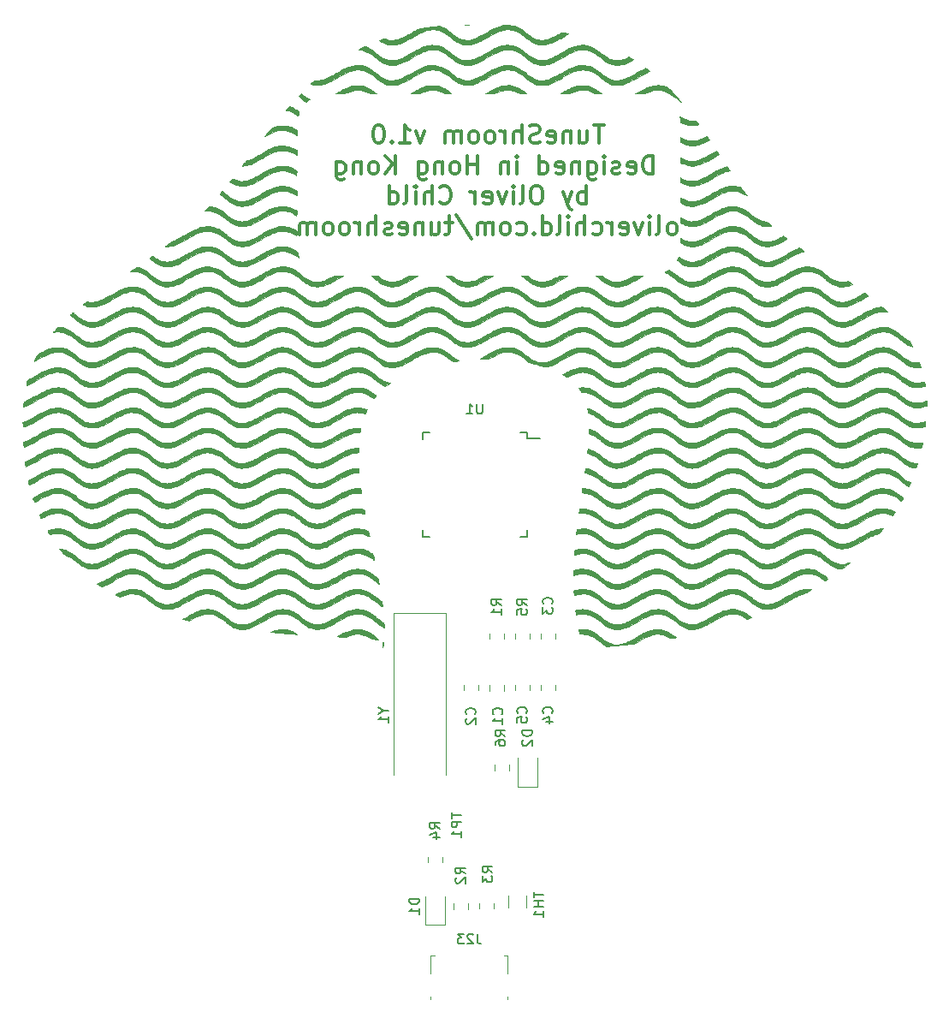
<source format=gbr>
G04 #@! TF.GenerationSoftware,KiCad,Pcbnew,5.0.2-bee76a0~70~ubuntu18.04.1*
G04 #@! TF.CreationDate,2019-10-25T22:44:05+08:00*
G04 #@! TF.ProjectId,TuneShroom,54756e65-5368-4726-9f6f-6d2e6b696361,rev?*
G04 #@! TF.SameCoordinates,Original*
G04 #@! TF.FileFunction,Legend,Bot*
G04 #@! TF.FilePolarity,Positive*
%FSLAX46Y46*%
G04 Gerber Fmt 4.6, Leading zero omitted, Abs format (unit mm)*
G04 Created by KiCad (PCBNEW 5.0.2-bee76a0~70~ubuntu18.04.1) date Fri 25 Oct 2019 22:44:05 HKT*
%MOMM*%
%LPD*%
G01*
G04 APERTURE LIST*
%ADD10C,0.300000*%
%ADD11C,0.120000*%
%ADD12C,0.150000*%
%ADD13C,0.010000*%
G04 APERTURE END LIST*
D10*
X117276714Y-53823285D02*
X116248142Y-53823285D01*
X116762428Y-55623285D02*
X116762428Y-53823285D01*
X114876714Y-54423285D02*
X114876714Y-55623285D01*
X115648142Y-54423285D02*
X115648142Y-55366142D01*
X115562428Y-55537571D01*
X115391000Y-55623285D01*
X115133857Y-55623285D01*
X114962428Y-55537571D01*
X114876714Y-55451857D01*
X114019571Y-54423285D02*
X114019571Y-55623285D01*
X114019571Y-54594714D02*
X113933857Y-54509000D01*
X113762428Y-54423285D01*
X113505285Y-54423285D01*
X113333857Y-54509000D01*
X113248142Y-54680428D01*
X113248142Y-55623285D01*
X111705285Y-55537571D02*
X111876714Y-55623285D01*
X112219571Y-55623285D01*
X112391000Y-55537571D01*
X112476714Y-55366142D01*
X112476714Y-54680428D01*
X112391000Y-54509000D01*
X112219571Y-54423285D01*
X111876714Y-54423285D01*
X111705285Y-54509000D01*
X111619571Y-54680428D01*
X111619571Y-54851857D01*
X112476714Y-55023285D01*
X110933857Y-55537571D02*
X110676714Y-55623285D01*
X110248142Y-55623285D01*
X110076714Y-55537571D01*
X109991000Y-55451857D01*
X109905285Y-55280428D01*
X109905285Y-55109000D01*
X109991000Y-54937571D01*
X110076714Y-54851857D01*
X110248142Y-54766142D01*
X110591000Y-54680428D01*
X110762428Y-54594714D01*
X110848142Y-54509000D01*
X110933857Y-54337571D01*
X110933857Y-54166142D01*
X110848142Y-53994714D01*
X110762428Y-53909000D01*
X110591000Y-53823285D01*
X110162428Y-53823285D01*
X109905285Y-53909000D01*
X109133857Y-55623285D02*
X109133857Y-53823285D01*
X108362428Y-55623285D02*
X108362428Y-54680428D01*
X108448142Y-54509000D01*
X108619571Y-54423285D01*
X108876714Y-54423285D01*
X109048142Y-54509000D01*
X109133857Y-54594714D01*
X107505285Y-55623285D02*
X107505285Y-54423285D01*
X107505285Y-54766142D02*
X107419571Y-54594714D01*
X107333857Y-54509000D01*
X107162428Y-54423285D01*
X106991000Y-54423285D01*
X106133857Y-55623285D02*
X106305285Y-55537571D01*
X106391000Y-55451857D01*
X106476714Y-55280428D01*
X106476714Y-54766142D01*
X106391000Y-54594714D01*
X106305285Y-54509000D01*
X106133857Y-54423285D01*
X105876714Y-54423285D01*
X105705285Y-54509000D01*
X105619571Y-54594714D01*
X105533857Y-54766142D01*
X105533857Y-55280428D01*
X105619571Y-55451857D01*
X105705285Y-55537571D01*
X105876714Y-55623285D01*
X106133857Y-55623285D01*
X104505285Y-55623285D02*
X104676714Y-55537571D01*
X104762428Y-55451857D01*
X104848142Y-55280428D01*
X104848142Y-54766142D01*
X104762428Y-54594714D01*
X104676714Y-54509000D01*
X104505285Y-54423285D01*
X104248142Y-54423285D01*
X104076714Y-54509000D01*
X103991000Y-54594714D01*
X103905285Y-54766142D01*
X103905285Y-55280428D01*
X103991000Y-55451857D01*
X104076714Y-55537571D01*
X104248142Y-55623285D01*
X104505285Y-55623285D01*
X103133857Y-55623285D02*
X103133857Y-54423285D01*
X103133857Y-54594714D02*
X103048142Y-54509000D01*
X102876714Y-54423285D01*
X102619571Y-54423285D01*
X102448142Y-54509000D01*
X102362428Y-54680428D01*
X102362428Y-55623285D01*
X102362428Y-54680428D02*
X102276714Y-54509000D01*
X102105285Y-54423285D01*
X101848142Y-54423285D01*
X101676714Y-54509000D01*
X101591000Y-54680428D01*
X101591000Y-55623285D01*
X99533857Y-54423285D02*
X99105285Y-55623285D01*
X98676714Y-54423285D01*
X97048142Y-55623285D02*
X98076714Y-55623285D01*
X97562428Y-55623285D02*
X97562428Y-53823285D01*
X97733857Y-54080428D01*
X97905285Y-54251857D01*
X98076714Y-54337571D01*
X96276714Y-55451857D02*
X96191000Y-55537571D01*
X96276714Y-55623285D01*
X96362428Y-55537571D01*
X96276714Y-55451857D01*
X96276714Y-55623285D01*
X95076714Y-53823285D02*
X94905285Y-53823285D01*
X94733857Y-53909000D01*
X94648142Y-53994714D01*
X94562428Y-54166142D01*
X94476714Y-54509000D01*
X94476714Y-54937571D01*
X94562428Y-55280428D01*
X94648142Y-55451857D01*
X94733857Y-55537571D01*
X94905285Y-55623285D01*
X95076714Y-55623285D01*
X95248142Y-55537571D01*
X95333857Y-55451857D01*
X95419571Y-55280428D01*
X95505285Y-54937571D01*
X95505285Y-54509000D01*
X95419571Y-54166142D01*
X95333857Y-53994714D01*
X95248142Y-53909000D01*
X95076714Y-53823285D01*
X122119571Y-58623285D02*
X122119571Y-56823285D01*
X121691000Y-56823285D01*
X121433857Y-56909000D01*
X121262428Y-57080428D01*
X121176714Y-57251857D01*
X121091000Y-57594714D01*
X121091000Y-57851857D01*
X121176714Y-58194714D01*
X121262428Y-58366142D01*
X121433857Y-58537571D01*
X121691000Y-58623285D01*
X122119571Y-58623285D01*
X119633857Y-58537571D02*
X119805285Y-58623285D01*
X120148142Y-58623285D01*
X120319571Y-58537571D01*
X120405285Y-58366142D01*
X120405285Y-57680428D01*
X120319571Y-57509000D01*
X120148142Y-57423285D01*
X119805285Y-57423285D01*
X119633857Y-57509000D01*
X119548142Y-57680428D01*
X119548142Y-57851857D01*
X120405285Y-58023285D01*
X118862428Y-58537571D02*
X118691000Y-58623285D01*
X118348142Y-58623285D01*
X118176714Y-58537571D01*
X118091000Y-58366142D01*
X118091000Y-58280428D01*
X118176714Y-58109000D01*
X118348142Y-58023285D01*
X118605285Y-58023285D01*
X118776714Y-57937571D01*
X118862428Y-57766142D01*
X118862428Y-57680428D01*
X118776714Y-57509000D01*
X118605285Y-57423285D01*
X118348142Y-57423285D01*
X118176714Y-57509000D01*
X117319571Y-58623285D02*
X117319571Y-57423285D01*
X117319571Y-56823285D02*
X117405285Y-56909000D01*
X117319571Y-56994714D01*
X117233857Y-56909000D01*
X117319571Y-56823285D01*
X117319571Y-56994714D01*
X115691000Y-57423285D02*
X115691000Y-58880428D01*
X115776714Y-59051857D01*
X115862428Y-59137571D01*
X116033857Y-59223285D01*
X116291000Y-59223285D01*
X116462428Y-59137571D01*
X115691000Y-58537571D02*
X115862428Y-58623285D01*
X116205285Y-58623285D01*
X116376714Y-58537571D01*
X116462428Y-58451857D01*
X116548142Y-58280428D01*
X116548142Y-57766142D01*
X116462428Y-57594714D01*
X116376714Y-57509000D01*
X116205285Y-57423285D01*
X115862428Y-57423285D01*
X115691000Y-57509000D01*
X114833857Y-57423285D02*
X114833857Y-58623285D01*
X114833857Y-57594714D02*
X114748142Y-57509000D01*
X114576714Y-57423285D01*
X114319571Y-57423285D01*
X114148142Y-57509000D01*
X114062428Y-57680428D01*
X114062428Y-58623285D01*
X112519571Y-58537571D02*
X112691000Y-58623285D01*
X113033857Y-58623285D01*
X113205285Y-58537571D01*
X113291000Y-58366142D01*
X113291000Y-57680428D01*
X113205285Y-57509000D01*
X113033857Y-57423285D01*
X112691000Y-57423285D01*
X112519571Y-57509000D01*
X112433857Y-57680428D01*
X112433857Y-57851857D01*
X113291000Y-58023285D01*
X110891000Y-58623285D02*
X110891000Y-56823285D01*
X110891000Y-58537571D02*
X111062428Y-58623285D01*
X111405285Y-58623285D01*
X111576714Y-58537571D01*
X111662428Y-58451857D01*
X111748142Y-58280428D01*
X111748142Y-57766142D01*
X111662428Y-57594714D01*
X111576714Y-57509000D01*
X111405285Y-57423285D01*
X111062428Y-57423285D01*
X110891000Y-57509000D01*
X108662428Y-58623285D02*
X108662428Y-57423285D01*
X108662428Y-56823285D02*
X108748142Y-56909000D01*
X108662428Y-56994714D01*
X108576714Y-56909000D01*
X108662428Y-56823285D01*
X108662428Y-56994714D01*
X107805285Y-57423285D02*
X107805285Y-58623285D01*
X107805285Y-57594714D02*
X107719571Y-57509000D01*
X107548142Y-57423285D01*
X107291000Y-57423285D01*
X107119571Y-57509000D01*
X107033857Y-57680428D01*
X107033857Y-58623285D01*
X104805285Y-58623285D02*
X104805285Y-56823285D01*
X104805285Y-57680428D02*
X103776714Y-57680428D01*
X103776714Y-58623285D02*
X103776714Y-56823285D01*
X102662428Y-58623285D02*
X102833857Y-58537571D01*
X102919571Y-58451857D01*
X103005285Y-58280428D01*
X103005285Y-57766142D01*
X102919571Y-57594714D01*
X102833857Y-57509000D01*
X102662428Y-57423285D01*
X102405285Y-57423285D01*
X102233857Y-57509000D01*
X102148142Y-57594714D01*
X102062428Y-57766142D01*
X102062428Y-58280428D01*
X102148142Y-58451857D01*
X102233857Y-58537571D01*
X102405285Y-58623285D01*
X102662428Y-58623285D01*
X101290999Y-57423285D02*
X101290999Y-58623285D01*
X101290999Y-57594714D02*
X101205285Y-57509000D01*
X101033857Y-57423285D01*
X100776714Y-57423285D01*
X100605285Y-57509000D01*
X100519571Y-57680428D01*
X100519571Y-58623285D01*
X98890999Y-57423285D02*
X98890999Y-58880428D01*
X98976714Y-59051857D01*
X99062428Y-59137571D01*
X99233857Y-59223285D01*
X99490999Y-59223285D01*
X99662428Y-59137571D01*
X98890999Y-58537571D02*
X99062428Y-58623285D01*
X99405285Y-58623285D01*
X99576714Y-58537571D01*
X99662428Y-58451857D01*
X99748142Y-58280428D01*
X99748142Y-57766142D01*
X99662428Y-57594714D01*
X99576714Y-57509000D01*
X99405285Y-57423285D01*
X99062428Y-57423285D01*
X98890999Y-57509000D01*
X96662428Y-58623285D02*
X96662428Y-56823285D01*
X95633857Y-58623285D02*
X96405285Y-57594714D01*
X95633857Y-56823285D02*
X96662428Y-57851857D01*
X94605285Y-58623285D02*
X94776714Y-58537571D01*
X94862428Y-58451857D01*
X94948142Y-58280428D01*
X94948142Y-57766142D01*
X94862428Y-57594714D01*
X94776714Y-57509000D01*
X94605285Y-57423285D01*
X94348142Y-57423285D01*
X94176714Y-57509000D01*
X94090999Y-57594714D01*
X94005285Y-57766142D01*
X94005285Y-58280428D01*
X94090999Y-58451857D01*
X94176714Y-58537571D01*
X94348142Y-58623285D01*
X94605285Y-58623285D01*
X93233857Y-57423285D02*
X93233857Y-58623285D01*
X93233857Y-57594714D02*
X93148142Y-57509000D01*
X92976714Y-57423285D01*
X92719571Y-57423285D01*
X92548142Y-57509000D01*
X92462428Y-57680428D01*
X92462428Y-58623285D01*
X90833857Y-57423285D02*
X90833857Y-58880428D01*
X90919571Y-59051857D01*
X91005285Y-59137571D01*
X91176714Y-59223285D01*
X91433857Y-59223285D01*
X91605285Y-59137571D01*
X90833857Y-58537571D02*
X91005285Y-58623285D01*
X91348142Y-58623285D01*
X91519571Y-58537571D01*
X91605285Y-58451857D01*
X91690999Y-58280428D01*
X91690999Y-57766142D01*
X91605285Y-57594714D01*
X91519571Y-57509000D01*
X91348142Y-57423285D01*
X91005285Y-57423285D01*
X90833857Y-57509000D01*
X115519571Y-61623285D02*
X115519571Y-59823285D01*
X115519571Y-60509000D02*
X115348142Y-60423285D01*
X115005285Y-60423285D01*
X114833857Y-60509000D01*
X114748142Y-60594714D01*
X114662428Y-60766142D01*
X114662428Y-61280428D01*
X114748142Y-61451857D01*
X114833857Y-61537571D01*
X115005285Y-61623285D01*
X115348142Y-61623285D01*
X115519571Y-61537571D01*
X114062428Y-60423285D02*
X113633857Y-61623285D01*
X113205285Y-60423285D02*
X113633857Y-61623285D01*
X113805285Y-62051857D01*
X113891000Y-62137571D01*
X114062428Y-62223285D01*
X110805285Y-59823285D02*
X110462428Y-59823285D01*
X110291000Y-59909000D01*
X110119571Y-60080428D01*
X110033857Y-60423285D01*
X110033857Y-61023285D01*
X110119571Y-61366142D01*
X110291000Y-61537571D01*
X110462428Y-61623285D01*
X110805285Y-61623285D01*
X110976714Y-61537571D01*
X111148142Y-61366142D01*
X111233857Y-61023285D01*
X111233857Y-60423285D01*
X111148142Y-60080428D01*
X110976714Y-59909000D01*
X110805285Y-59823285D01*
X109005285Y-61623285D02*
X109176714Y-61537571D01*
X109262428Y-61366142D01*
X109262428Y-59823285D01*
X108319571Y-61623285D02*
X108319571Y-60423285D01*
X108319571Y-59823285D02*
X108405285Y-59909000D01*
X108319571Y-59994714D01*
X108233857Y-59909000D01*
X108319571Y-59823285D01*
X108319571Y-59994714D01*
X107633857Y-60423285D02*
X107205285Y-61623285D01*
X106776714Y-60423285D01*
X105405285Y-61537571D02*
X105576714Y-61623285D01*
X105919571Y-61623285D01*
X106091000Y-61537571D01*
X106176714Y-61366142D01*
X106176714Y-60680428D01*
X106091000Y-60509000D01*
X105919571Y-60423285D01*
X105576714Y-60423285D01*
X105405285Y-60509000D01*
X105319571Y-60680428D01*
X105319571Y-60851857D01*
X106176714Y-61023285D01*
X104548142Y-61623285D02*
X104548142Y-60423285D01*
X104548142Y-60766142D02*
X104462428Y-60594714D01*
X104376714Y-60509000D01*
X104205285Y-60423285D01*
X104033857Y-60423285D01*
X101033857Y-61451857D02*
X101119571Y-61537571D01*
X101376714Y-61623285D01*
X101548142Y-61623285D01*
X101805285Y-61537571D01*
X101976714Y-61366142D01*
X102062428Y-61194714D01*
X102148142Y-60851857D01*
X102148142Y-60594714D01*
X102062428Y-60251857D01*
X101976714Y-60080428D01*
X101805285Y-59909000D01*
X101548142Y-59823285D01*
X101376714Y-59823285D01*
X101119571Y-59909000D01*
X101033857Y-59994714D01*
X100262428Y-61623285D02*
X100262428Y-59823285D01*
X99491000Y-61623285D02*
X99491000Y-60680428D01*
X99576714Y-60509000D01*
X99748142Y-60423285D01*
X100005285Y-60423285D01*
X100176714Y-60509000D01*
X100262428Y-60594714D01*
X98633857Y-61623285D02*
X98633857Y-60423285D01*
X98633857Y-59823285D02*
X98719571Y-59909000D01*
X98633857Y-59994714D01*
X98548142Y-59909000D01*
X98633857Y-59823285D01*
X98633857Y-59994714D01*
X97519571Y-61623285D02*
X97691000Y-61537571D01*
X97776714Y-61366142D01*
X97776714Y-59823285D01*
X96062428Y-61623285D02*
X96062428Y-59823285D01*
X96062428Y-61537571D02*
X96233857Y-61623285D01*
X96576714Y-61623285D01*
X96748142Y-61537571D01*
X96833857Y-61451857D01*
X96919571Y-61280428D01*
X96919571Y-60766142D01*
X96833857Y-60594714D01*
X96748142Y-60509000D01*
X96576714Y-60423285D01*
X96233857Y-60423285D01*
X96062428Y-60509000D01*
X124133857Y-64623285D02*
X124305285Y-64537571D01*
X124391000Y-64451857D01*
X124476714Y-64280428D01*
X124476714Y-63766142D01*
X124391000Y-63594714D01*
X124305285Y-63509000D01*
X124133857Y-63423285D01*
X123876714Y-63423285D01*
X123705285Y-63509000D01*
X123619571Y-63594714D01*
X123533857Y-63766142D01*
X123533857Y-64280428D01*
X123619571Y-64451857D01*
X123705285Y-64537571D01*
X123876714Y-64623285D01*
X124133857Y-64623285D01*
X122505285Y-64623285D02*
X122676714Y-64537571D01*
X122762428Y-64366142D01*
X122762428Y-62823285D01*
X121819571Y-64623285D02*
X121819571Y-63423285D01*
X121819571Y-62823285D02*
X121905285Y-62909000D01*
X121819571Y-62994714D01*
X121733857Y-62909000D01*
X121819571Y-62823285D01*
X121819571Y-62994714D01*
X121133857Y-63423285D02*
X120705285Y-64623285D01*
X120276714Y-63423285D01*
X118905285Y-64537571D02*
X119076714Y-64623285D01*
X119419571Y-64623285D01*
X119591000Y-64537571D01*
X119676714Y-64366142D01*
X119676714Y-63680428D01*
X119591000Y-63509000D01*
X119419571Y-63423285D01*
X119076714Y-63423285D01*
X118905285Y-63509000D01*
X118819571Y-63680428D01*
X118819571Y-63851857D01*
X119676714Y-64023285D01*
X118048142Y-64623285D02*
X118048142Y-63423285D01*
X118048142Y-63766142D02*
X117962428Y-63594714D01*
X117876714Y-63509000D01*
X117705285Y-63423285D01*
X117533857Y-63423285D01*
X116162428Y-64537571D02*
X116333857Y-64623285D01*
X116676714Y-64623285D01*
X116848142Y-64537571D01*
X116933857Y-64451857D01*
X117019571Y-64280428D01*
X117019571Y-63766142D01*
X116933857Y-63594714D01*
X116848142Y-63509000D01*
X116676714Y-63423285D01*
X116333857Y-63423285D01*
X116162428Y-63509000D01*
X115391000Y-64623285D02*
X115391000Y-62823285D01*
X114619571Y-64623285D02*
X114619571Y-63680428D01*
X114705285Y-63509000D01*
X114876714Y-63423285D01*
X115133857Y-63423285D01*
X115305285Y-63509000D01*
X115391000Y-63594714D01*
X113762428Y-64623285D02*
X113762428Y-63423285D01*
X113762428Y-62823285D02*
X113848142Y-62909000D01*
X113762428Y-62994714D01*
X113676714Y-62909000D01*
X113762428Y-62823285D01*
X113762428Y-62994714D01*
X112648142Y-64623285D02*
X112819571Y-64537571D01*
X112905285Y-64366142D01*
X112905285Y-62823285D01*
X111191000Y-64623285D02*
X111191000Y-62823285D01*
X111191000Y-64537571D02*
X111362428Y-64623285D01*
X111705285Y-64623285D01*
X111876714Y-64537571D01*
X111962428Y-64451857D01*
X112048142Y-64280428D01*
X112048142Y-63766142D01*
X111962428Y-63594714D01*
X111876714Y-63509000D01*
X111705285Y-63423285D01*
X111362428Y-63423285D01*
X111191000Y-63509000D01*
X110333857Y-64451857D02*
X110248142Y-64537571D01*
X110333857Y-64623285D01*
X110419571Y-64537571D01*
X110333857Y-64451857D01*
X110333857Y-64623285D01*
X108705285Y-64537571D02*
X108876714Y-64623285D01*
X109219571Y-64623285D01*
X109391000Y-64537571D01*
X109476714Y-64451857D01*
X109562428Y-64280428D01*
X109562428Y-63766142D01*
X109476714Y-63594714D01*
X109391000Y-63509000D01*
X109219571Y-63423285D01*
X108876714Y-63423285D01*
X108705285Y-63509000D01*
X107676714Y-64623285D02*
X107848142Y-64537571D01*
X107933857Y-64451857D01*
X108019571Y-64280428D01*
X108019571Y-63766142D01*
X107933857Y-63594714D01*
X107848142Y-63509000D01*
X107676714Y-63423285D01*
X107419571Y-63423285D01*
X107248142Y-63509000D01*
X107162428Y-63594714D01*
X107076714Y-63766142D01*
X107076714Y-64280428D01*
X107162428Y-64451857D01*
X107248142Y-64537571D01*
X107419571Y-64623285D01*
X107676714Y-64623285D01*
X106305285Y-64623285D02*
X106305285Y-63423285D01*
X106305285Y-63594714D02*
X106219571Y-63509000D01*
X106048142Y-63423285D01*
X105791000Y-63423285D01*
X105619571Y-63509000D01*
X105533857Y-63680428D01*
X105533857Y-64623285D01*
X105533857Y-63680428D02*
X105448142Y-63509000D01*
X105276714Y-63423285D01*
X105019571Y-63423285D01*
X104848142Y-63509000D01*
X104762428Y-63680428D01*
X104762428Y-64623285D01*
X102619571Y-62737571D02*
X104162428Y-65051857D01*
X102276714Y-63423285D02*
X101591000Y-63423285D01*
X102019571Y-62823285D02*
X102019571Y-64366142D01*
X101933857Y-64537571D01*
X101762428Y-64623285D01*
X101591000Y-64623285D01*
X100219571Y-63423285D02*
X100219571Y-64623285D01*
X100991000Y-63423285D02*
X100991000Y-64366142D01*
X100905285Y-64537571D01*
X100733857Y-64623285D01*
X100476714Y-64623285D01*
X100305285Y-64537571D01*
X100219571Y-64451857D01*
X99362428Y-63423285D02*
X99362428Y-64623285D01*
X99362428Y-63594714D02*
X99276714Y-63509000D01*
X99105285Y-63423285D01*
X98848142Y-63423285D01*
X98676714Y-63509000D01*
X98591000Y-63680428D01*
X98591000Y-64623285D01*
X97048142Y-64537571D02*
X97219571Y-64623285D01*
X97562428Y-64623285D01*
X97733857Y-64537571D01*
X97819571Y-64366142D01*
X97819571Y-63680428D01*
X97733857Y-63509000D01*
X97562428Y-63423285D01*
X97219571Y-63423285D01*
X97048142Y-63509000D01*
X96962428Y-63680428D01*
X96962428Y-63851857D01*
X97819571Y-64023285D01*
X96276714Y-64537571D02*
X96105285Y-64623285D01*
X95762428Y-64623285D01*
X95591000Y-64537571D01*
X95505285Y-64366142D01*
X95505285Y-64280428D01*
X95591000Y-64109000D01*
X95762428Y-64023285D01*
X96019571Y-64023285D01*
X96191000Y-63937571D01*
X96276714Y-63766142D01*
X96276714Y-63680428D01*
X96191000Y-63509000D01*
X96019571Y-63423285D01*
X95762428Y-63423285D01*
X95591000Y-63509000D01*
X94733857Y-64623285D02*
X94733857Y-62823285D01*
X93962428Y-64623285D02*
X93962428Y-63680428D01*
X94048142Y-63509000D01*
X94219571Y-63423285D01*
X94476714Y-63423285D01*
X94648142Y-63509000D01*
X94733857Y-63594714D01*
X93105285Y-64623285D02*
X93105285Y-63423285D01*
X93105285Y-63766142D02*
X93019571Y-63594714D01*
X92933857Y-63509000D01*
X92762428Y-63423285D01*
X92591000Y-63423285D01*
X91733857Y-64623285D02*
X91905285Y-64537571D01*
X91991000Y-64451857D01*
X92076714Y-64280428D01*
X92076714Y-63766142D01*
X91991000Y-63594714D01*
X91905285Y-63509000D01*
X91733857Y-63423285D01*
X91476714Y-63423285D01*
X91305285Y-63509000D01*
X91219571Y-63594714D01*
X91133857Y-63766142D01*
X91133857Y-64280428D01*
X91219571Y-64451857D01*
X91305285Y-64537571D01*
X91476714Y-64623285D01*
X91733857Y-64623285D01*
X90105285Y-64623285D02*
X90276714Y-64537571D01*
X90362428Y-64451857D01*
X90448142Y-64280428D01*
X90448142Y-63766142D01*
X90362428Y-63594714D01*
X90276714Y-63509000D01*
X90105285Y-63423285D01*
X89848142Y-63423285D01*
X89676714Y-63509000D01*
X89591000Y-63594714D01*
X89505285Y-63766142D01*
X89505285Y-64280428D01*
X89591000Y-64451857D01*
X89676714Y-64537571D01*
X89848142Y-64623285D01*
X90105285Y-64623285D01*
X88733857Y-64623285D02*
X88733857Y-63423285D01*
X88733857Y-63594714D02*
X88648142Y-63509000D01*
X88476714Y-63423285D01*
X88219571Y-63423285D01*
X88048142Y-63509000D01*
X87962428Y-63680428D01*
X87962428Y-64623285D01*
X87962428Y-63680428D02*
X87876714Y-63509000D01*
X87705285Y-63423285D01*
X87448142Y-63423285D01*
X87276714Y-63509000D01*
X87191000Y-63680428D01*
X87191000Y-64623285D01*
D11*
G04 #@! TO.C,J23*
X100137500Y-135930000D02*
X100517500Y-135930000D01*
X100137500Y-139980000D02*
X100137500Y-140240000D01*
X100137500Y-135930000D02*
X100137500Y-137700000D01*
X107757500Y-135930000D02*
X107377500Y-135930000D01*
X107757500Y-137700000D02*
X107757500Y-135930000D01*
X107757500Y-140240000D02*
X107757500Y-139980000D01*
G04 #@! TO.C,R1*
X105970000Y-104123748D02*
X105970000Y-104646252D01*
X107390000Y-104123748D02*
X107390000Y-104646252D01*
G04 #@! TO.C,R2*
X102414000Y-130802748D02*
X102414000Y-131325252D01*
X103834000Y-130802748D02*
X103834000Y-131325252D01*
G04 #@! TO.C,R3*
X106374000Y-130793748D02*
X106374000Y-131316252D01*
X104954000Y-130793748D02*
X104954000Y-131316252D01*
G04 #@! TO.C,R4*
X101294000Y-126221748D02*
X101294000Y-126744252D01*
X99874000Y-126221748D02*
X99874000Y-126744252D01*
G04 #@! TO.C,R5*
X108510000Y-104123748D02*
X108510000Y-104646252D01*
X109930000Y-104123748D02*
X109930000Y-104646252D01*
G04 #@! TO.C,R6*
X106478000Y-117609252D02*
X106478000Y-117086748D01*
X107898000Y-117609252D02*
X107898000Y-117086748D01*
G04 #@! TO.C,TH1*
X107802000Y-129990436D02*
X107802000Y-131194564D01*
X109622000Y-129990436D02*
X109622000Y-131194564D01*
D12*
G04 #@! TO.C,U1*
X109696000Y-84208000D02*
X109696000Y-84783000D01*
X99346000Y-84208000D02*
X99346000Y-84883000D01*
X99346000Y-94558000D02*
X99346000Y-93883000D01*
X109696000Y-94558000D02*
X109696000Y-93883000D01*
X109696000Y-84208000D02*
X109021000Y-84208000D01*
X109696000Y-94558000D02*
X109021000Y-94558000D01*
X99346000Y-94558000D02*
X100021000Y-94558000D01*
X99346000Y-84208000D02*
X100021000Y-84208000D01*
X109696000Y-84783000D02*
X110971000Y-84783000D01*
D11*
G04 #@! TO.C,Y1*
X96510000Y-118072500D02*
X96510000Y-102097500D01*
X96510000Y-102097500D02*
X101610000Y-102097500D01*
X101610000Y-102097500D02*
X101610000Y-118072500D01*
G04 #@! TO.C,C1*
X105970000Y-109744252D02*
X105970000Y-109221748D01*
X107390000Y-109744252D02*
X107390000Y-109221748D01*
G04 #@! TO.C,C2*
X103430000Y-109726252D02*
X103430000Y-109203748D01*
X104850000Y-109726252D02*
X104850000Y-109203748D01*
G04 #@! TO.C,C3*
X111050000Y-104123748D02*
X111050000Y-104646252D01*
X112470000Y-104123748D02*
X112470000Y-104646252D01*
G04 #@! TO.C,C4*
X112470000Y-109726252D02*
X112470000Y-109203748D01*
X111050000Y-109726252D02*
X111050000Y-109203748D01*
G04 #@! TO.C,C5*
X109930000Y-109726252D02*
X109930000Y-109203748D01*
X108510000Y-109726252D02*
X108510000Y-109203748D01*
G04 #@! TO.C,D1*
X99624000Y-132915000D02*
X99624000Y-130055000D01*
X101544000Y-132915000D02*
X99624000Y-132915000D01*
X101544000Y-130055000D02*
X101544000Y-132915000D01*
G04 #@! TO.C,D2*
X110688000Y-116357000D02*
X110688000Y-119217000D01*
X110688000Y-119217000D02*
X108768000Y-119217000D01*
X108768000Y-119217000D02*
X108768000Y-116357000D01*
D13*
G04 #@! TO.C,*
G36*
X103851837Y-43864142D02*
X103925673Y-43865568D01*
X103961502Y-43868234D01*
X103961480Y-43872328D01*
X103927765Y-43878035D01*
X103917750Y-43879315D01*
X103786061Y-43891631D01*
X103670599Y-43891839D01*
X103547010Y-43879886D01*
X103536750Y-43878500D01*
X103511075Y-43872763D01*
X103527156Y-43868399D01*
X103584436Y-43865450D01*
X103682358Y-43863956D01*
X103737834Y-43863771D01*
X103851837Y-43864142D01*
X103851837Y-43864142D01*
G37*
X103851837Y-43864142D02*
X103925673Y-43865568D01*
X103961502Y-43868234D01*
X103961480Y-43872328D01*
X103927765Y-43878035D01*
X103917750Y-43879315D01*
X103786061Y-43891631D01*
X103670599Y-43891839D01*
X103547010Y-43879886D01*
X103536750Y-43878500D01*
X103511075Y-43872763D01*
X103527156Y-43868399D01*
X103584436Y-43865450D01*
X103682358Y-43863956D01*
X103737834Y-43863771D01*
X103851837Y-43864142D01*
G36*
X107618810Y-43927447D02*
X107772192Y-43932605D01*
X107930443Y-43941480D01*
X108084556Y-43953543D01*
X108225527Y-43968265D01*
X108344348Y-43985119D01*
X108432014Y-44003574D01*
X108447417Y-44008183D01*
X108665973Y-44094039D01*
X108894510Y-44212607D01*
X109135299Y-44365300D01*
X109390612Y-44553531D01*
X109600403Y-44725167D01*
X109748142Y-44848468D01*
X109874468Y-44947964D01*
X109988062Y-45029624D01*
X110097605Y-45099417D01*
X110211777Y-45163310D01*
X110310084Y-45213114D01*
X110547489Y-45313052D01*
X110780015Y-45376331D01*
X111018578Y-45405565D01*
X111125000Y-45408321D01*
X111302191Y-45401346D01*
X111477655Y-45379437D01*
X111656208Y-45340897D01*
X111842664Y-45284032D01*
X112041840Y-45207147D01*
X112258550Y-45108547D01*
X112497609Y-44986539D01*
X112763832Y-44839426D01*
X112799949Y-44818792D01*
X112907599Y-44758405D01*
X113004533Y-44706494D01*
X113084055Y-44666450D01*
X113139473Y-44641665D01*
X113162565Y-44635122D01*
X113204506Y-44641309D01*
X113273726Y-44654668D01*
X113360740Y-44673032D01*
X113456068Y-44694234D01*
X113550227Y-44716106D01*
X113633733Y-44736481D01*
X113697106Y-44753193D01*
X113730862Y-44764073D01*
X113733559Y-44765624D01*
X113720358Y-44779466D01*
X113674656Y-44810904D01*
X113601121Y-44857270D01*
X113504419Y-44915894D01*
X113389217Y-44984106D01*
X113260181Y-45059238D01*
X113121980Y-45138621D01*
X112979278Y-45219584D01*
X112836744Y-45299459D01*
X112699044Y-45375576D01*
X112570844Y-45445267D01*
X112456813Y-45505862D01*
X112361615Y-45554691D01*
X112310334Y-45579665D01*
X112000194Y-45710545D01*
X111703515Y-45804883D01*
X111421799Y-45862350D01*
X111156547Y-45882620D01*
X110966250Y-45872875D01*
X110749069Y-45837566D01*
X110539536Y-45779821D01*
X110332493Y-45697071D01*
X110122785Y-45586743D01*
X109905255Y-45446265D01*
X109674748Y-45273067D01*
X109537500Y-45160342D01*
X109382256Y-45034435D01*
X109218976Y-44911000D01*
X109056522Y-44796220D01*
X108903754Y-44696279D01*
X108769534Y-44617361D01*
X108728747Y-44595936D01*
X108533133Y-44510877D01*
X108314826Y-44439094D01*
X108092761Y-44386181D01*
X107939417Y-44362714D01*
X107821308Y-44351399D01*
X107724873Y-44347570D01*
X107631653Y-44351567D01*
X107523187Y-44363727D01*
X107468773Y-44371332D01*
X107325930Y-44395383D01*
X107186559Y-44426585D01*
X107046213Y-44466852D01*
X106900440Y-44518100D01*
X106744792Y-44582243D01*
X106574820Y-44661197D01*
X106386073Y-44756877D01*
X106174103Y-44871199D01*
X105934459Y-45006076D01*
X105759250Y-45107125D01*
X105605585Y-45195552D01*
X105449831Y-45283616D01*
X105299616Y-45367117D01*
X105162564Y-45441858D01*
X105046303Y-45503639D01*
X104958458Y-45548261D01*
X104954917Y-45549982D01*
X104643950Y-45687234D01*
X104350929Y-45787992D01*
X104072579Y-45852395D01*
X103805623Y-45880577D01*
X103546785Y-45872675D01*
X103292788Y-45828826D01*
X103040358Y-45749166D01*
X102797724Y-45639780D01*
X102659924Y-45562740D01*
X102514833Y-45468787D01*
X102356744Y-45353848D01*
X102179948Y-45213851D01*
X102055351Y-45110070D01*
X101777242Y-44892425D01*
X101498875Y-44709291D01*
X101223471Y-44562486D01*
X100954248Y-44453828D01*
X100822704Y-44414304D01*
X100722929Y-44389944D01*
X100633594Y-44373823D01*
X100540550Y-44364352D01*
X100429648Y-44359944D01*
X100330000Y-44359012D01*
X100168148Y-44363073D01*
X100012423Y-44377008D01*
X99858410Y-44402444D01*
X99701699Y-44441007D01*
X99537876Y-44494325D01*
X99362530Y-44564023D01*
X99171248Y-44651729D01*
X98959617Y-44759068D01*
X98723226Y-44887668D01*
X98457662Y-45039155D01*
X98410325Y-45066702D01*
X98123567Y-45231472D01*
X97867243Y-45373110D01*
X97637496Y-45493311D01*
X97430470Y-45593770D01*
X97242311Y-45676183D01*
X97069161Y-45742245D01*
X96907167Y-45793650D01*
X96752471Y-45832095D01*
X96610910Y-45857833D01*
X96434347Y-45879207D01*
X96278549Y-45885289D01*
X96124917Y-45876363D01*
X96043750Y-45866451D01*
X95879141Y-45832045D01*
X95695618Y-45774471D01*
X95505635Y-45698990D01*
X95321647Y-45610862D01*
X95156107Y-45515348D01*
X95067183Y-45453965D01*
X95008814Y-45410180D01*
X95251116Y-45321593D01*
X95493417Y-45233005D01*
X95652167Y-45294810D01*
X95825175Y-45352771D01*
X95996077Y-45388808D01*
X96180853Y-45405668D01*
X96308334Y-45407705D01*
X96459663Y-45401970D01*
X96607963Y-45385662D01*
X96757504Y-45357169D01*
X96912558Y-45314881D01*
X97077394Y-45257189D01*
X97256284Y-45182481D01*
X97453498Y-45089148D01*
X97673307Y-44975578D01*
X97919983Y-44840161D01*
X98128667Y-44721288D01*
X98310118Y-44616454D01*
X98460285Y-44529991D01*
X98584872Y-44459684D01*
X98689586Y-44403318D01*
X98780133Y-44358676D01*
X98862217Y-44323545D01*
X98941546Y-44295707D01*
X99023824Y-44272948D01*
X99114757Y-44253053D01*
X99220051Y-44233806D01*
X99345413Y-44212992D01*
X99496547Y-44188395D01*
X99504500Y-44187088D01*
X99687104Y-44157793D01*
X99883973Y-44127444D01*
X100082945Y-44097831D01*
X100271856Y-44070746D01*
X100438544Y-44047978D01*
X100523205Y-44037089D01*
X100959826Y-43982750D01*
X101094982Y-44033622D01*
X101391870Y-44166739D01*
X101686202Y-44341446D01*
X101976796Y-44557022D01*
X102040509Y-44610204D01*
X102232298Y-44770693D01*
X102400121Y-44904279D01*
X102549433Y-45014499D01*
X102685692Y-45104887D01*
X102814352Y-45178978D01*
X102940871Y-45240307D01*
X103070704Y-45292409D01*
X103120656Y-45310050D01*
X103385268Y-45380639D01*
X103650180Y-45410765D01*
X103919259Y-45400485D01*
X104196372Y-45349857D01*
X104280159Y-45327241D01*
X104405853Y-45288209D01*
X104532188Y-45242949D01*
X104663751Y-45189219D01*
X104805126Y-45124776D01*
X104960901Y-45047379D01*
X105135659Y-44954786D01*
X105333987Y-44844756D01*
X105560471Y-44715046D01*
X105706334Y-44630035D01*
X106037594Y-44443065D01*
X106345910Y-44283551D01*
X106629904Y-44152098D01*
X106888196Y-44049312D01*
X107119409Y-43975798D01*
X107277938Y-43939555D01*
X107362677Y-43930393D01*
X107479303Y-43926533D01*
X107618810Y-43927447D01*
X107618810Y-43927447D01*
G37*
X107618810Y-43927447D02*
X107772192Y-43932605D01*
X107930443Y-43941480D01*
X108084556Y-43953543D01*
X108225527Y-43968265D01*
X108344348Y-43985119D01*
X108432014Y-44003574D01*
X108447417Y-44008183D01*
X108665973Y-44094039D01*
X108894510Y-44212607D01*
X109135299Y-44365300D01*
X109390612Y-44553531D01*
X109600403Y-44725167D01*
X109748142Y-44848468D01*
X109874468Y-44947964D01*
X109988062Y-45029624D01*
X110097605Y-45099417D01*
X110211777Y-45163310D01*
X110310084Y-45213114D01*
X110547489Y-45313052D01*
X110780015Y-45376331D01*
X111018578Y-45405565D01*
X111125000Y-45408321D01*
X111302191Y-45401346D01*
X111477655Y-45379437D01*
X111656208Y-45340897D01*
X111842664Y-45284032D01*
X112041840Y-45207147D01*
X112258550Y-45108547D01*
X112497609Y-44986539D01*
X112763832Y-44839426D01*
X112799949Y-44818792D01*
X112907599Y-44758405D01*
X113004533Y-44706494D01*
X113084055Y-44666450D01*
X113139473Y-44641665D01*
X113162565Y-44635122D01*
X113204506Y-44641309D01*
X113273726Y-44654668D01*
X113360740Y-44673032D01*
X113456068Y-44694234D01*
X113550227Y-44716106D01*
X113633733Y-44736481D01*
X113697106Y-44753193D01*
X113730862Y-44764073D01*
X113733559Y-44765624D01*
X113720358Y-44779466D01*
X113674656Y-44810904D01*
X113601121Y-44857270D01*
X113504419Y-44915894D01*
X113389217Y-44984106D01*
X113260181Y-45059238D01*
X113121980Y-45138621D01*
X112979278Y-45219584D01*
X112836744Y-45299459D01*
X112699044Y-45375576D01*
X112570844Y-45445267D01*
X112456813Y-45505862D01*
X112361615Y-45554691D01*
X112310334Y-45579665D01*
X112000194Y-45710545D01*
X111703515Y-45804883D01*
X111421799Y-45862350D01*
X111156547Y-45882620D01*
X110966250Y-45872875D01*
X110749069Y-45837566D01*
X110539536Y-45779821D01*
X110332493Y-45697071D01*
X110122785Y-45586743D01*
X109905255Y-45446265D01*
X109674748Y-45273067D01*
X109537500Y-45160342D01*
X109382256Y-45034435D01*
X109218976Y-44911000D01*
X109056522Y-44796220D01*
X108903754Y-44696279D01*
X108769534Y-44617361D01*
X108728747Y-44595936D01*
X108533133Y-44510877D01*
X108314826Y-44439094D01*
X108092761Y-44386181D01*
X107939417Y-44362714D01*
X107821308Y-44351399D01*
X107724873Y-44347570D01*
X107631653Y-44351567D01*
X107523187Y-44363727D01*
X107468773Y-44371332D01*
X107325930Y-44395383D01*
X107186559Y-44426585D01*
X107046213Y-44466852D01*
X106900440Y-44518100D01*
X106744792Y-44582243D01*
X106574820Y-44661197D01*
X106386073Y-44756877D01*
X106174103Y-44871199D01*
X105934459Y-45006076D01*
X105759250Y-45107125D01*
X105605585Y-45195552D01*
X105449831Y-45283616D01*
X105299616Y-45367117D01*
X105162564Y-45441858D01*
X105046303Y-45503639D01*
X104958458Y-45548261D01*
X104954917Y-45549982D01*
X104643950Y-45687234D01*
X104350929Y-45787992D01*
X104072579Y-45852395D01*
X103805623Y-45880577D01*
X103546785Y-45872675D01*
X103292788Y-45828826D01*
X103040358Y-45749166D01*
X102797724Y-45639780D01*
X102659924Y-45562740D01*
X102514833Y-45468787D01*
X102356744Y-45353848D01*
X102179948Y-45213851D01*
X102055351Y-45110070D01*
X101777242Y-44892425D01*
X101498875Y-44709291D01*
X101223471Y-44562486D01*
X100954248Y-44453828D01*
X100822704Y-44414304D01*
X100722929Y-44389944D01*
X100633594Y-44373823D01*
X100540550Y-44364352D01*
X100429648Y-44359944D01*
X100330000Y-44359012D01*
X100168148Y-44363073D01*
X100012423Y-44377008D01*
X99858410Y-44402444D01*
X99701699Y-44441007D01*
X99537876Y-44494325D01*
X99362530Y-44564023D01*
X99171248Y-44651729D01*
X98959617Y-44759068D01*
X98723226Y-44887668D01*
X98457662Y-45039155D01*
X98410325Y-45066702D01*
X98123567Y-45231472D01*
X97867243Y-45373110D01*
X97637496Y-45493311D01*
X97430470Y-45593770D01*
X97242311Y-45676183D01*
X97069161Y-45742245D01*
X96907167Y-45793650D01*
X96752471Y-45832095D01*
X96610910Y-45857833D01*
X96434347Y-45879207D01*
X96278549Y-45885289D01*
X96124917Y-45876363D01*
X96043750Y-45866451D01*
X95879141Y-45832045D01*
X95695618Y-45774471D01*
X95505635Y-45698990D01*
X95321647Y-45610862D01*
X95156107Y-45515348D01*
X95067183Y-45453965D01*
X95008814Y-45410180D01*
X95251116Y-45321593D01*
X95493417Y-45233005D01*
X95652167Y-45294810D01*
X95825175Y-45352771D01*
X95996077Y-45388808D01*
X96180853Y-45405668D01*
X96308334Y-45407705D01*
X96459663Y-45401970D01*
X96607963Y-45385662D01*
X96757504Y-45357169D01*
X96912558Y-45314881D01*
X97077394Y-45257189D01*
X97256284Y-45182481D01*
X97453498Y-45089148D01*
X97673307Y-44975578D01*
X97919983Y-44840161D01*
X98128667Y-44721288D01*
X98310118Y-44616454D01*
X98460285Y-44529991D01*
X98584872Y-44459684D01*
X98689586Y-44403318D01*
X98780133Y-44358676D01*
X98862217Y-44323545D01*
X98941546Y-44295707D01*
X99023824Y-44272948D01*
X99114757Y-44253053D01*
X99220051Y-44233806D01*
X99345413Y-44212992D01*
X99496547Y-44188395D01*
X99504500Y-44187088D01*
X99687104Y-44157793D01*
X99883973Y-44127444D01*
X100082945Y-44097831D01*
X100271856Y-44070746D01*
X100438544Y-44047978D01*
X100523205Y-44037089D01*
X100959826Y-43982750D01*
X101094982Y-44033622D01*
X101391870Y-44166739D01*
X101686202Y-44341446D01*
X101976796Y-44557022D01*
X102040509Y-44610204D01*
X102232298Y-44770693D01*
X102400121Y-44904279D01*
X102549433Y-45014499D01*
X102685692Y-45104887D01*
X102814352Y-45178978D01*
X102940871Y-45240307D01*
X103070704Y-45292409D01*
X103120656Y-45310050D01*
X103385268Y-45380639D01*
X103650180Y-45410765D01*
X103919259Y-45400485D01*
X104196372Y-45349857D01*
X104280159Y-45327241D01*
X104405853Y-45288209D01*
X104532188Y-45242949D01*
X104663751Y-45189219D01*
X104805126Y-45124776D01*
X104960901Y-45047379D01*
X105135659Y-44954786D01*
X105333987Y-44844756D01*
X105560471Y-44715046D01*
X105706334Y-44630035D01*
X106037594Y-44443065D01*
X106345910Y-44283551D01*
X106629904Y-44152098D01*
X106888196Y-44049312D01*
X107119409Y-43975798D01*
X107277938Y-43939555D01*
X107362677Y-43930393D01*
X107479303Y-43926533D01*
X107618810Y-43927447D01*
G36*
X108001223Y-45903596D02*
X108256053Y-45947483D01*
X108506609Y-46022647D01*
X108756675Y-46130738D01*
X109010036Y-46273407D01*
X109270476Y-46452307D01*
X109541782Y-46669088D01*
X109558667Y-46683488D01*
X109782920Y-46867609D01*
X109989128Y-47019474D01*
X110182835Y-47141978D01*
X110369585Y-47238018D01*
X110554924Y-47310489D01*
X110744395Y-47362286D01*
X110916761Y-47392765D01*
X111080909Y-47407646D01*
X111246668Y-47406210D01*
X111417537Y-47387279D01*
X111597014Y-47349673D01*
X111788599Y-47292214D01*
X111995789Y-47213722D01*
X112222084Y-47113017D01*
X112470984Y-46988921D01*
X112745985Y-46840254D01*
X113019417Y-46684050D01*
X113326279Y-46508845D01*
X113603992Y-46358714D01*
X113856454Y-46232277D01*
X114087568Y-46128154D01*
X114301234Y-46044966D01*
X114501352Y-45981335D01*
X114691824Y-45935880D01*
X114876550Y-45907222D01*
X115059431Y-45893982D01*
X115244367Y-45894781D01*
X115250784Y-45895040D01*
X115541079Y-45924813D01*
X115822728Y-45990407D01*
X116098662Y-46093091D01*
X116371808Y-46234132D01*
X116645096Y-46414798D01*
X116878988Y-46599871D01*
X117063961Y-46754637D01*
X117224080Y-46883179D01*
X117364565Y-46989069D01*
X117490633Y-47075878D01*
X117607504Y-47147180D01*
X117720396Y-47206546D01*
X117834527Y-47257547D01*
X117847700Y-47262929D01*
X118024924Y-47327668D01*
X118187507Y-47369873D01*
X118352783Y-47392796D01*
X118538084Y-47399688D01*
X118575667Y-47399469D01*
X118768016Y-47389921D01*
X118950300Y-47364012D01*
X119133877Y-47319078D01*
X119330106Y-47252459D01*
X119502705Y-47182247D01*
X119747187Y-47077046D01*
X119966984Y-47205518D01*
X120186781Y-47333989D01*
X120120946Y-47374026D01*
X120025196Y-47427934D01*
X119902310Y-47490831D01*
X119764782Y-47556811D01*
X119625104Y-47619970D01*
X119495767Y-47674404D01*
X119437838Y-47696894D01*
X119250917Y-47762706D01*
X119087919Y-47810021D01*
X118936025Y-47841359D01*
X118782412Y-47859245D01*
X118614259Y-47866199D01*
X118575667Y-47866508D01*
X118378274Y-47860764D01*
X118205190Y-47839875D01*
X118041399Y-47800467D01*
X117871880Y-47739169D01*
X117732811Y-47677207D01*
X117598927Y-47610048D01*
X117472032Y-47537370D01*
X117344093Y-47453744D01*
X117207076Y-47353740D01*
X117052947Y-47231929D01*
X116956920Y-47152792D01*
X116743974Y-46980703D01*
X116551188Y-46837221D01*
X116371816Y-46718268D01*
X116199118Y-46619765D01*
X116026348Y-46537632D01*
X115846765Y-46467791D01*
X115795640Y-46450315D01*
X115537701Y-46381788D01*
X115278115Y-46348276D01*
X115013960Y-46350203D01*
X114742317Y-46387993D01*
X114460265Y-46462069D01*
X114164883Y-46572857D01*
X113853251Y-46720780D01*
X113822402Y-46736934D01*
X113733884Y-46784720D01*
X113618026Y-46848863D01*
X113483957Y-46924218D01*
X113340805Y-47005643D01*
X113197699Y-47087996D01*
X113145069Y-47118556D01*
X112885947Y-47267482D01*
X112657000Y-47394467D01*
X112453527Y-47501564D01*
X112270824Y-47590824D01*
X112104189Y-47664298D01*
X111948917Y-47724038D01*
X111800308Y-47772094D01*
X111653657Y-47810519D01*
X111504262Y-47841364D01*
X111476769Y-47846260D01*
X111203318Y-47874378D01*
X110933862Y-47861988D01*
X110663963Y-47808669D01*
X110488087Y-47752558D01*
X110352737Y-47699116D01*
X110224664Y-47639092D01*
X110097557Y-47568461D01*
X109965105Y-47483197D01*
X109820998Y-47379277D01*
X109658926Y-47252675D01*
X109500456Y-47122665D01*
X109309394Y-46968472D01*
X109135926Y-46840268D01*
X108970404Y-46731643D01*
X108803179Y-46636181D01*
X108661126Y-46564710D01*
X108435182Y-46468141D01*
X108221541Y-46402269D01*
X108007056Y-46363965D01*
X107778578Y-46350095D01*
X107759500Y-46349948D01*
X107593365Y-46354365D01*
X107431326Y-46370096D01*
X107269110Y-46398722D01*
X107102447Y-46441824D01*
X106927067Y-46500981D01*
X106738697Y-46577774D01*
X106533067Y-46673783D01*
X106305907Y-46790589D01*
X106052943Y-46929771D01*
X105801584Y-47074363D01*
X105547500Y-47221312D01*
X105323887Y-47346974D01*
X105126018Y-47453588D01*
X104949170Y-47543393D01*
X104788618Y-47618626D01*
X104639636Y-47681526D01*
X104497500Y-47734332D01*
X104357486Y-47779283D01*
X104250087Y-47809436D01*
X104079464Y-47843572D01*
X103888286Y-47863222D01*
X103690114Y-47868259D01*
X103498509Y-47858555D01*
X103327032Y-47833985D01*
X103262357Y-47818679D01*
X103010440Y-47730842D01*
X102750000Y-47603187D01*
X102483060Y-47436898D01*
X102211642Y-47233155D01*
X102101663Y-47140906D01*
X101825813Y-46917597D01*
X101559412Y-46733366D01*
X101299394Y-46586855D01*
X101042692Y-46476702D01*
X100786237Y-46401545D01*
X100526964Y-46360025D01*
X100319417Y-46350113D01*
X100160795Y-46354699D01*
X100006170Y-46369788D01*
X99851375Y-46396945D01*
X99692241Y-46437739D01*
X99524602Y-46493738D01*
X99344290Y-46566508D01*
X99147138Y-46657619D01*
X98928978Y-46768637D01*
X98685643Y-46901130D01*
X98412965Y-47056666D01*
X98361500Y-47086615D01*
X98047654Y-47265873D01*
X97763286Y-47419655D01*
X97504956Y-47549099D01*
X97269219Y-47655343D01*
X97052636Y-47739526D01*
X96851763Y-47802785D01*
X96663160Y-47846259D01*
X96483383Y-47871087D01*
X96308991Y-47878406D01*
X96136543Y-47869356D01*
X96033167Y-47856629D01*
X95775319Y-47798086D01*
X95512402Y-47697904D01*
X95244257Y-47556000D01*
X94970725Y-47372292D01*
X94748043Y-47195282D01*
X94564439Y-47043132D01*
X94401617Y-46916615D01*
X94251652Y-46810253D01*
X94106617Y-46718565D01*
X93958589Y-46636073D01*
X93884750Y-46598434D01*
X93678314Y-46503111D01*
X93494017Y-46434085D01*
X93323256Y-46388548D01*
X93168561Y-46364769D01*
X93094057Y-46356109D01*
X93033950Y-46347003D01*
X93006334Y-46340848D01*
X93013153Y-46328686D01*
X93051240Y-46302271D01*
X93113511Y-46265268D01*
X93192881Y-46221344D01*
X93282264Y-46174164D01*
X93374577Y-46127395D01*
X93462732Y-46084702D01*
X93539646Y-46049753D01*
X93598234Y-46026212D01*
X93630750Y-46017748D01*
X93689547Y-46029169D01*
X93775834Y-46062652D01*
X93883452Y-46114570D01*
X94006243Y-46181297D01*
X94138048Y-46259207D01*
X94272709Y-46344672D01*
X94404066Y-46434068D01*
X94525962Y-46523767D01*
X94622356Y-46601644D01*
X94816999Y-46764889D01*
X94987498Y-46900879D01*
X95138973Y-47012948D01*
X95276543Y-47104432D01*
X95405326Y-47178665D01*
X95530442Y-47238984D01*
X95657010Y-47288722D01*
X95698966Y-47303051D01*
X95952122Y-47371055D01*
X96196417Y-47402958D01*
X96441656Y-47399084D01*
X96697641Y-47359758D01*
X96786142Y-47339056D01*
X96906749Y-47306137D01*
X97026011Y-47267810D01*
X97148609Y-47221872D01*
X97279221Y-47166118D01*
X97422528Y-47098346D01*
X97583210Y-47016350D01*
X97765946Y-46917928D01*
X97975417Y-46800875D01*
X98191983Y-46677018D01*
X98489772Y-46508326D01*
X98757588Y-46363474D01*
X98999437Y-46241047D01*
X99219322Y-46139631D01*
X99421247Y-46057811D01*
X99609215Y-45994173D01*
X99787231Y-45947301D01*
X99959297Y-45915782D01*
X100129418Y-45898200D01*
X100301597Y-45893140D01*
X100404084Y-45895390D01*
X100650127Y-45916743D01*
X100886642Y-45962575D01*
X101117963Y-46034934D01*
X101348425Y-46135870D01*
X101582363Y-46267430D01*
X101824112Y-46431663D01*
X102078008Y-46630619D01*
X102224417Y-46755603D01*
X102490743Y-46968137D01*
X102756592Y-47138514D01*
X103022428Y-47266901D01*
X103288716Y-47353465D01*
X103555922Y-47398372D01*
X103824508Y-47401788D01*
X103981362Y-47384785D01*
X104127876Y-47358004D01*
X104275057Y-47321415D01*
X104427265Y-47273122D01*
X104588860Y-47211227D01*
X104764201Y-47133834D01*
X104957651Y-47039049D01*
X105173567Y-46924973D01*
X105416312Y-46789712D01*
X105621667Y-46671436D01*
X105928742Y-46496575D01*
X106206923Y-46347075D01*
X106460089Y-46221502D01*
X106692123Y-46118421D01*
X106906903Y-46036399D01*
X107108310Y-45974002D01*
X107300225Y-45929796D01*
X107486528Y-45902348D01*
X107671100Y-45890223D01*
X107738334Y-45889334D01*
X108001223Y-45903596D01*
X108001223Y-45903596D01*
G37*
X108001223Y-45903596D02*
X108256053Y-45947483D01*
X108506609Y-46022647D01*
X108756675Y-46130738D01*
X109010036Y-46273407D01*
X109270476Y-46452307D01*
X109541782Y-46669088D01*
X109558667Y-46683488D01*
X109782920Y-46867609D01*
X109989128Y-47019474D01*
X110182835Y-47141978D01*
X110369585Y-47238018D01*
X110554924Y-47310489D01*
X110744395Y-47362286D01*
X110916761Y-47392765D01*
X111080909Y-47407646D01*
X111246668Y-47406210D01*
X111417537Y-47387279D01*
X111597014Y-47349673D01*
X111788599Y-47292214D01*
X111995789Y-47213722D01*
X112222084Y-47113017D01*
X112470984Y-46988921D01*
X112745985Y-46840254D01*
X113019417Y-46684050D01*
X113326279Y-46508845D01*
X113603992Y-46358714D01*
X113856454Y-46232277D01*
X114087568Y-46128154D01*
X114301234Y-46044966D01*
X114501352Y-45981335D01*
X114691824Y-45935880D01*
X114876550Y-45907222D01*
X115059431Y-45893982D01*
X115244367Y-45894781D01*
X115250784Y-45895040D01*
X115541079Y-45924813D01*
X115822728Y-45990407D01*
X116098662Y-46093091D01*
X116371808Y-46234132D01*
X116645096Y-46414798D01*
X116878988Y-46599871D01*
X117063961Y-46754637D01*
X117224080Y-46883179D01*
X117364565Y-46989069D01*
X117490633Y-47075878D01*
X117607504Y-47147180D01*
X117720396Y-47206546D01*
X117834527Y-47257547D01*
X117847700Y-47262929D01*
X118024924Y-47327668D01*
X118187507Y-47369873D01*
X118352783Y-47392796D01*
X118538084Y-47399688D01*
X118575667Y-47399469D01*
X118768016Y-47389921D01*
X118950300Y-47364012D01*
X119133877Y-47319078D01*
X119330106Y-47252459D01*
X119502705Y-47182247D01*
X119747187Y-47077046D01*
X119966984Y-47205518D01*
X120186781Y-47333989D01*
X120120946Y-47374026D01*
X120025196Y-47427934D01*
X119902310Y-47490831D01*
X119764782Y-47556811D01*
X119625104Y-47619970D01*
X119495767Y-47674404D01*
X119437838Y-47696894D01*
X119250917Y-47762706D01*
X119087919Y-47810021D01*
X118936025Y-47841359D01*
X118782412Y-47859245D01*
X118614259Y-47866199D01*
X118575667Y-47866508D01*
X118378274Y-47860764D01*
X118205190Y-47839875D01*
X118041399Y-47800467D01*
X117871880Y-47739169D01*
X117732811Y-47677207D01*
X117598927Y-47610048D01*
X117472032Y-47537370D01*
X117344093Y-47453744D01*
X117207076Y-47353740D01*
X117052947Y-47231929D01*
X116956920Y-47152792D01*
X116743974Y-46980703D01*
X116551188Y-46837221D01*
X116371816Y-46718268D01*
X116199118Y-46619765D01*
X116026348Y-46537632D01*
X115846765Y-46467791D01*
X115795640Y-46450315D01*
X115537701Y-46381788D01*
X115278115Y-46348276D01*
X115013960Y-46350203D01*
X114742317Y-46387993D01*
X114460265Y-46462069D01*
X114164883Y-46572857D01*
X113853251Y-46720780D01*
X113822402Y-46736934D01*
X113733884Y-46784720D01*
X113618026Y-46848863D01*
X113483957Y-46924218D01*
X113340805Y-47005643D01*
X113197699Y-47087996D01*
X113145069Y-47118556D01*
X112885947Y-47267482D01*
X112657000Y-47394467D01*
X112453527Y-47501564D01*
X112270824Y-47590824D01*
X112104189Y-47664298D01*
X111948917Y-47724038D01*
X111800308Y-47772094D01*
X111653657Y-47810519D01*
X111504262Y-47841364D01*
X111476769Y-47846260D01*
X111203318Y-47874378D01*
X110933862Y-47861988D01*
X110663963Y-47808669D01*
X110488087Y-47752558D01*
X110352737Y-47699116D01*
X110224664Y-47639092D01*
X110097557Y-47568461D01*
X109965105Y-47483197D01*
X109820998Y-47379277D01*
X109658926Y-47252675D01*
X109500456Y-47122665D01*
X109309394Y-46968472D01*
X109135926Y-46840268D01*
X108970404Y-46731643D01*
X108803179Y-46636181D01*
X108661126Y-46564710D01*
X108435182Y-46468141D01*
X108221541Y-46402269D01*
X108007056Y-46363965D01*
X107778578Y-46350095D01*
X107759500Y-46349948D01*
X107593365Y-46354365D01*
X107431326Y-46370096D01*
X107269110Y-46398722D01*
X107102447Y-46441824D01*
X106927067Y-46500981D01*
X106738697Y-46577774D01*
X106533067Y-46673783D01*
X106305907Y-46790589D01*
X106052943Y-46929771D01*
X105801584Y-47074363D01*
X105547500Y-47221312D01*
X105323887Y-47346974D01*
X105126018Y-47453588D01*
X104949170Y-47543393D01*
X104788618Y-47618626D01*
X104639636Y-47681526D01*
X104497500Y-47734332D01*
X104357486Y-47779283D01*
X104250087Y-47809436D01*
X104079464Y-47843572D01*
X103888286Y-47863222D01*
X103690114Y-47868259D01*
X103498509Y-47858555D01*
X103327032Y-47833985D01*
X103262357Y-47818679D01*
X103010440Y-47730842D01*
X102750000Y-47603187D01*
X102483060Y-47436898D01*
X102211642Y-47233155D01*
X102101663Y-47140906D01*
X101825813Y-46917597D01*
X101559412Y-46733366D01*
X101299394Y-46586855D01*
X101042692Y-46476702D01*
X100786237Y-46401545D01*
X100526964Y-46360025D01*
X100319417Y-46350113D01*
X100160795Y-46354699D01*
X100006170Y-46369788D01*
X99851375Y-46396945D01*
X99692241Y-46437739D01*
X99524602Y-46493738D01*
X99344290Y-46566508D01*
X99147138Y-46657619D01*
X98928978Y-46768637D01*
X98685643Y-46901130D01*
X98412965Y-47056666D01*
X98361500Y-47086615D01*
X98047654Y-47265873D01*
X97763286Y-47419655D01*
X97504956Y-47549099D01*
X97269219Y-47655343D01*
X97052636Y-47739526D01*
X96851763Y-47802785D01*
X96663160Y-47846259D01*
X96483383Y-47871087D01*
X96308991Y-47878406D01*
X96136543Y-47869356D01*
X96033167Y-47856629D01*
X95775319Y-47798086D01*
X95512402Y-47697904D01*
X95244257Y-47556000D01*
X94970725Y-47372292D01*
X94748043Y-47195282D01*
X94564439Y-47043132D01*
X94401617Y-46916615D01*
X94251652Y-46810253D01*
X94106617Y-46718565D01*
X93958589Y-46636073D01*
X93884750Y-46598434D01*
X93678314Y-46503111D01*
X93494017Y-46434085D01*
X93323256Y-46388548D01*
X93168561Y-46364769D01*
X93094057Y-46356109D01*
X93033950Y-46347003D01*
X93006334Y-46340848D01*
X93013153Y-46328686D01*
X93051240Y-46302271D01*
X93113511Y-46265268D01*
X93192881Y-46221344D01*
X93282264Y-46174164D01*
X93374577Y-46127395D01*
X93462732Y-46084702D01*
X93539646Y-46049753D01*
X93598234Y-46026212D01*
X93630750Y-46017748D01*
X93689547Y-46029169D01*
X93775834Y-46062652D01*
X93883452Y-46114570D01*
X94006243Y-46181297D01*
X94138048Y-46259207D01*
X94272709Y-46344672D01*
X94404066Y-46434068D01*
X94525962Y-46523767D01*
X94622356Y-46601644D01*
X94816999Y-46764889D01*
X94987498Y-46900879D01*
X95138973Y-47012948D01*
X95276543Y-47104432D01*
X95405326Y-47178665D01*
X95530442Y-47238984D01*
X95657010Y-47288722D01*
X95698966Y-47303051D01*
X95952122Y-47371055D01*
X96196417Y-47402958D01*
X96441656Y-47399084D01*
X96697641Y-47359758D01*
X96786142Y-47339056D01*
X96906749Y-47306137D01*
X97026011Y-47267810D01*
X97148609Y-47221872D01*
X97279221Y-47166118D01*
X97422528Y-47098346D01*
X97583210Y-47016350D01*
X97765946Y-46917928D01*
X97975417Y-46800875D01*
X98191983Y-46677018D01*
X98489772Y-46508326D01*
X98757588Y-46363474D01*
X98999437Y-46241047D01*
X99219322Y-46139631D01*
X99421247Y-46057811D01*
X99609215Y-45994173D01*
X99787231Y-45947301D01*
X99959297Y-45915782D01*
X100129418Y-45898200D01*
X100301597Y-45893140D01*
X100404084Y-45895390D01*
X100650127Y-45916743D01*
X100886642Y-45962575D01*
X101117963Y-46034934D01*
X101348425Y-46135870D01*
X101582363Y-46267430D01*
X101824112Y-46431663D01*
X102078008Y-46630619D01*
X102224417Y-46755603D01*
X102490743Y-46968137D01*
X102756592Y-47138514D01*
X103022428Y-47266901D01*
X103288716Y-47353465D01*
X103555922Y-47398372D01*
X103824508Y-47401788D01*
X103981362Y-47384785D01*
X104127876Y-47358004D01*
X104275057Y-47321415D01*
X104427265Y-47273122D01*
X104588860Y-47211227D01*
X104764201Y-47133834D01*
X104957651Y-47039049D01*
X105173567Y-46924973D01*
X105416312Y-46789712D01*
X105621667Y-46671436D01*
X105928742Y-46496575D01*
X106206923Y-46347075D01*
X106460089Y-46221502D01*
X106692123Y-46118421D01*
X106906903Y-46036399D01*
X107108310Y-45974002D01*
X107300225Y-45929796D01*
X107486528Y-45902348D01*
X107671100Y-45890223D01*
X107738334Y-45889334D01*
X108001223Y-45903596D01*
G36*
X93275813Y-47911755D02*
X93562783Y-47981973D01*
X93848018Y-48092528D01*
X94133293Y-48243845D01*
X94420388Y-48436351D01*
X94689084Y-48651432D01*
X94821755Y-48764535D01*
X94931135Y-48854863D01*
X95025062Y-48928334D01*
X95111373Y-48990863D01*
X95197905Y-49048368D01*
X95291429Y-49106123D01*
X95553957Y-49241666D01*
X95820654Y-49335104D01*
X96091943Y-49386500D01*
X96368245Y-49395917D01*
X96649982Y-49363419D01*
X96797906Y-49330201D01*
X96917238Y-49296776D01*
X97033950Y-49258772D01*
X97152935Y-49213887D01*
X97279084Y-49159813D01*
X97417290Y-49094248D01*
X97572443Y-49014885D01*
X97749437Y-48919421D01*
X97953162Y-48805550D01*
X98149834Y-48693237D01*
X98300455Y-48607195D01*
X98451360Y-48522055D01*
X98595199Y-48441886D01*
X98724625Y-48370755D01*
X98832287Y-48312732D01*
X98910839Y-48271884D01*
X98911834Y-48271385D01*
X99253789Y-48115491D01*
X99581330Y-47998806D01*
X99896592Y-47921604D01*
X100201708Y-47884155D01*
X100498813Y-47886734D01*
X100790039Y-47929611D01*
X101077521Y-48013060D01*
X101363393Y-48137352D01*
X101649789Y-48302760D01*
X101938841Y-48509556D01*
X102150334Y-48684694D01*
X102314531Y-48824169D01*
X102459600Y-48938056D01*
X102594396Y-49032529D01*
X102727775Y-49113761D01*
X102868594Y-49187928D01*
X102880584Y-49193808D01*
X103056808Y-49273527D01*
X103215060Y-49329475D01*
X103369812Y-49365070D01*
X103535537Y-49383732D01*
X103706084Y-49388878D01*
X103857434Y-49384962D01*
X104004445Y-49371329D01*
X104151235Y-49346411D01*
X104301919Y-49308643D01*
X104460616Y-49256458D01*
X104631442Y-49188291D01*
X104818516Y-49102575D01*
X105025953Y-48997744D01*
X105257872Y-48872233D01*
X105518389Y-48724475D01*
X105642834Y-48652187D01*
X105945847Y-48479402D01*
X106220301Y-48332184D01*
X106469996Y-48208804D01*
X106698732Y-48107536D01*
X106910311Y-48026653D01*
X107108532Y-47964428D01*
X107218249Y-47936354D01*
X107308157Y-47917518D01*
X107396391Y-47904627D01*
X107494179Y-47896749D01*
X107612746Y-47892951D01*
X107748917Y-47892254D01*
X107885773Y-47893410D01*
X107991421Y-47896859D01*
X108076968Y-47903745D01*
X108153524Y-47915212D01*
X108232199Y-47932407D01*
X108294537Y-47948479D01*
X108538129Y-48028459D01*
X108782675Y-48139053D01*
X109031829Y-48282382D01*
X109289246Y-48460564D01*
X109558579Y-48675718D01*
X109579834Y-48693808D01*
X109780267Y-48858939D01*
X109960949Y-48994158D01*
X110127629Y-49103343D01*
X110286058Y-49190373D01*
X110380749Y-49234086D01*
X110539100Y-49297966D01*
X110676459Y-49342418D01*
X110807728Y-49370462D01*
X110947805Y-49385120D01*
X111111589Y-49389414D01*
X111146167Y-49389310D01*
X111277404Y-49385774D01*
X111402783Y-49375925D01*
X111525971Y-49358295D01*
X111650634Y-49331420D01*
X111780437Y-49293832D01*
X111919047Y-49244065D01*
X112070130Y-49180653D01*
X112237351Y-49102130D01*
X112424377Y-49007029D01*
X112634873Y-48893884D01*
X112872506Y-48761230D01*
X113140942Y-48607599D01*
X113231084Y-48555428D01*
X113536906Y-48384229D01*
X113816740Y-48241062D01*
X114074856Y-48124349D01*
X114315519Y-48032512D01*
X114543000Y-47963975D01*
X114761565Y-47917159D01*
X114975482Y-47890487D01*
X115042072Y-47886032D01*
X115329139Y-47888516D01*
X115610690Y-47927634D01*
X115888881Y-48004258D01*
X116165870Y-48119261D01*
X116443814Y-48273514D01*
X116724868Y-48467891D01*
X116967000Y-48664598D01*
X117206095Y-48861647D01*
X117429359Y-49024004D01*
X117641519Y-49153985D01*
X117847301Y-49253906D01*
X118051433Y-49326081D01*
X118258640Y-49372826D01*
X118459250Y-49395572D01*
X118614728Y-49398918D01*
X118771977Y-49387920D01*
X118934648Y-49361256D01*
X119106388Y-49317605D01*
X119290848Y-49255645D01*
X119491676Y-49174057D01*
X119712521Y-49071518D01*
X119957032Y-48946708D01*
X120228859Y-48798305D01*
X120438334Y-48679108D01*
X120585072Y-48595153D01*
X120733802Y-48511319D01*
X120876393Y-48432095D01*
X121004716Y-48361974D01*
X121110641Y-48305446D01*
X121169697Y-48275072D01*
X121403644Y-48158004D01*
X121598322Y-48304809D01*
X121675227Y-48364140D01*
X121737797Y-48414960D01*
X121779276Y-48451604D01*
X121793000Y-48467971D01*
X121775043Y-48484632D01*
X121730293Y-48506060D01*
X121713625Y-48512299D01*
X121603835Y-48556303D01*
X121463389Y-48621238D01*
X121296950Y-48704697D01*
X121109183Y-48804274D01*
X120904752Y-48917564D01*
X120702917Y-49033616D01*
X120397852Y-49209091D01*
X120123149Y-49360526D01*
X119875271Y-49489239D01*
X119650679Y-49596551D01*
X119445837Y-49683778D01*
X119257209Y-49752239D01*
X119081256Y-49803253D01*
X118914443Y-49838137D01*
X118753231Y-49858211D01*
X118594083Y-49864792D01*
X118480417Y-49861998D01*
X118261860Y-49839616D01*
X118050145Y-49793299D01*
X117840691Y-49720871D01*
X117628922Y-49620155D01*
X117410258Y-49488976D01*
X117180121Y-49325158D01*
X116935250Y-49127641D01*
X116669593Y-48915300D01*
X116416026Y-48739405D01*
X116170193Y-48597394D01*
X115927739Y-48486706D01*
X115727706Y-48417311D01*
X115633532Y-48391687D01*
X115543368Y-48373710D01*
X115444226Y-48361590D01*
X115323115Y-48353538D01*
X115239843Y-48350104D01*
X115081708Y-48348601D01*
X114929531Y-48356579D01*
X114779331Y-48375496D01*
X114627122Y-48406813D01*
X114468921Y-48451987D01*
X114300743Y-48512478D01*
X114118606Y-48589744D01*
X113918524Y-48685246D01*
X113696514Y-48800442D01*
X113448592Y-48936790D01*
X113170774Y-49095751D01*
X113114667Y-49128404D01*
X112817985Y-49297742D01*
X112550531Y-49442008D01*
X112308475Y-49562570D01*
X112087983Y-49660798D01*
X111885224Y-49738058D01*
X111696366Y-49795720D01*
X111517576Y-49835153D01*
X111345023Y-49857724D01*
X111174876Y-49864803D01*
X111061500Y-49861624D01*
X110852390Y-49840493D01*
X110651629Y-49798722D01*
X110454265Y-49733962D01*
X110255345Y-49643867D01*
X110049915Y-49526091D01*
X109833024Y-49378287D01*
X109599718Y-49198108D01*
X109516334Y-49129522D01*
X109255253Y-48922047D01*
X109010445Y-48749692D01*
X108777637Y-48610558D01*
X108552559Y-48502748D01*
X108330941Y-48424367D01*
X108108512Y-48373516D01*
X107881002Y-48348299D01*
X107749395Y-48344667D01*
X107594851Y-48348780D01*
X107445190Y-48362137D01*
X107296404Y-48386265D01*
X107144483Y-48422693D01*
X106985418Y-48472946D01*
X106815200Y-48538553D01*
X106629821Y-48621040D01*
X106425270Y-48721936D01*
X106197540Y-48842767D01*
X105942620Y-48985061D01*
X105697658Y-49126305D01*
X105398726Y-49296800D01*
X105128941Y-49442053D01*
X104884514Y-49563415D01*
X104661656Y-49662240D01*
X104456578Y-49739878D01*
X104265489Y-49797681D01*
X104084600Y-49837002D01*
X103910121Y-49859193D01*
X103738264Y-49865606D01*
X103634407Y-49862419D01*
X103400355Y-49836165D01*
X103173005Y-49782155D01*
X102947885Y-49698321D01*
X102720526Y-49582595D01*
X102486459Y-49432911D01*
X102241214Y-49247200D01*
X102160917Y-49180896D01*
X101938946Y-49000046D01*
X101737279Y-48848652D01*
X101550027Y-48722911D01*
X101371307Y-48619019D01*
X101195230Y-48533172D01*
X101092000Y-48490151D01*
X100914278Y-48426501D01*
X100751690Y-48383177D01*
X100589817Y-48357824D01*
X100414236Y-48348089D01*
X100236824Y-48350576D01*
X100098641Y-48358325D01*
X99967514Y-48372035D01*
X99839523Y-48393278D01*
X99710745Y-48423629D01*
X99577259Y-48464662D01*
X99435144Y-48517952D01*
X99280478Y-48585071D01*
X99109339Y-48667595D01*
X98917806Y-48767098D01*
X98701958Y-48885153D01*
X98457873Y-49023336D01*
X98223917Y-49158579D01*
X97927280Y-49327006D01*
X97659242Y-49469696D01*
X97415890Y-49588027D01*
X97193310Y-49683375D01*
X96987591Y-49757115D01*
X96794819Y-49810624D01*
X96611081Y-49845279D01*
X96432464Y-49862456D01*
X96255055Y-49863532D01*
X96223667Y-49862158D01*
X96014823Y-49841595D01*
X95814222Y-49800181D01*
X95616931Y-49735583D01*
X95418014Y-49645470D01*
X95212538Y-49527508D01*
X94995569Y-49379365D01*
X94762172Y-49198708D01*
X94683863Y-49134194D01*
X94421011Y-48925302D01*
X94174087Y-48751744D01*
X93938841Y-48611638D01*
X93711024Y-48503103D01*
X93486385Y-48424258D01*
X93260676Y-48373220D01*
X93029645Y-48348109D01*
X92900500Y-48344667D01*
X92738771Y-48349573D01*
X92581000Y-48365346D01*
X92422961Y-48393565D01*
X92260428Y-48435812D01*
X92089174Y-48493667D01*
X91904973Y-48568710D01*
X91703600Y-48662523D01*
X91480828Y-48776685D01*
X91232431Y-48912778D01*
X90954182Y-49072382D01*
X90953167Y-49072974D01*
X90669038Y-49236082D01*
X90415007Y-49375860D01*
X90187081Y-49494079D01*
X89981268Y-49592509D01*
X89793575Y-49672918D01*
X89620010Y-49737077D01*
X89456579Y-49786755D01*
X89299290Y-49823723D01*
X89230603Y-49836486D01*
X89091783Y-49854047D01*
X88937635Y-49863517D01*
X88785978Y-49864377D01*
X88654637Y-49856112D01*
X88635417Y-49853736D01*
X88570326Y-49842031D01*
X88491559Y-49823727D01*
X88409431Y-49801800D01*
X88334258Y-49779225D01*
X88276352Y-49758978D01*
X88246029Y-49744034D01*
X88243834Y-49740768D01*
X88258571Y-49720375D01*
X88298601Y-49678127D01*
X88357649Y-49620379D01*
X88422853Y-49559500D01*
X88601873Y-49395659D01*
X88872645Y-49392341D01*
X89086035Y-49381630D01*
X89283142Y-49352932D01*
X89479483Y-49303059D01*
X89690575Y-49228828D01*
X89713747Y-49219682D01*
X89802401Y-49183535D01*
X89887642Y-49146642D01*
X89974463Y-49106401D01*
X90067856Y-49060208D01*
X90172811Y-49005462D01*
X90294320Y-48939559D01*
X90437374Y-48859896D01*
X90606965Y-48763871D01*
X90805000Y-48650651D01*
X91030584Y-48522299D01*
X91225553Y-48413817D01*
X91395175Y-48322614D01*
X91544718Y-48246098D01*
X91679450Y-48181676D01*
X91804639Y-48126756D01*
X91925552Y-48078747D01*
X92047458Y-48035055D01*
X92075000Y-48025743D01*
X92386699Y-47938868D01*
X92689549Y-47890628D01*
X92985327Y-47881449D01*
X93275813Y-47911755D01*
X93275813Y-47911755D01*
G37*
X93275813Y-47911755D02*
X93562783Y-47981973D01*
X93848018Y-48092528D01*
X94133293Y-48243845D01*
X94420388Y-48436351D01*
X94689084Y-48651432D01*
X94821755Y-48764535D01*
X94931135Y-48854863D01*
X95025062Y-48928334D01*
X95111373Y-48990863D01*
X95197905Y-49048368D01*
X95291429Y-49106123D01*
X95553957Y-49241666D01*
X95820654Y-49335104D01*
X96091943Y-49386500D01*
X96368245Y-49395917D01*
X96649982Y-49363419D01*
X96797906Y-49330201D01*
X96917238Y-49296776D01*
X97033950Y-49258772D01*
X97152935Y-49213887D01*
X97279084Y-49159813D01*
X97417290Y-49094248D01*
X97572443Y-49014885D01*
X97749437Y-48919421D01*
X97953162Y-48805550D01*
X98149834Y-48693237D01*
X98300455Y-48607195D01*
X98451360Y-48522055D01*
X98595199Y-48441886D01*
X98724625Y-48370755D01*
X98832287Y-48312732D01*
X98910839Y-48271884D01*
X98911834Y-48271385D01*
X99253789Y-48115491D01*
X99581330Y-47998806D01*
X99896592Y-47921604D01*
X100201708Y-47884155D01*
X100498813Y-47886734D01*
X100790039Y-47929611D01*
X101077521Y-48013060D01*
X101363393Y-48137352D01*
X101649789Y-48302760D01*
X101938841Y-48509556D01*
X102150334Y-48684694D01*
X102314531Y-48824169D01*
X102459600Y-48938056D01*
X102594396Y-49032529D01*
X102727775Y-49113761D01*
X102868594Y-49187928D01*
X102880584Y-49193808D01*
X103056808Y-49273527D01*
X103215060Y-49329475D01*
X103369812Y-49365070D01*
X103535537Y-49383732D01*
X103706084Y-49388878D01*
X103857434Y-49384962D01*
X104004445Y-49371329D01*
X104151235Y-49346411D01*
X104301919Y-49308643D01*
X104460616Y-49256458D01*
X104631442Y-49188291D01*
X104818516Y-49102575D01*
X105025953Y-48997744D01*
X105257872Y-48872233D01*
X105518389Y-48724475D01*
X105642834Y-48652187D01*
X105945847Y-48479402D01*
X106220301Y-48332184D01*
X106469996Y-48208804D01*
X106698732Y-48107536D01*
X106910311Y-48026653D01*
X107108532Y-47964428D01*
X107218249Y-47936354D01*
X107308157Y-47917518D01*
X107396391Y-47904627D01*
X107494179Y-47896749D01*
X107612746Y-47892951D01*
X107748917Y-47892254D01*
X107885773Y-47893410D01*
X107991421Y-47896859D01*
X108076968Y-47903745D01*
X108153524Y-47915212D01*
X108232199Y-47932407D01*
X108294537Y-47948479D01*
X108538129Y-48028459D01*
X108782675Y-48139053D01*
X109031829Y-48282382D01*
X109289246Y-48460564D01*
X109558579Y-48675718D01*
X109579834Y-48693808D01*
X109780267Y-48858939D01*
X109960949Y-48994158D01*
X110127629Y-49103343D01*
X110286058Y-49190373D01*
X110380749Y-49234086D01*
X110539100Y-49297966D01*
X110676459Y-49342418D01*
X110807728Y-49370462D01*
X110947805Y-49385120D01*
X111111589Y-49389414D01*
X111146167Y-49389310D01*
X111277404Y-49385774D01*
X111402783Y-49375925D01*
X111525971Y-49358295D01*
X111650634Y-49331420D01*
X111780437Y-49293832D01*
X111919047Y-49244065D01*
X112070130Y-49180653D01*
X112237351Y-49102130D01*
X112424377Y-49007029D01*
X112634873Y-48893884D01*
X112872506Y-48761230D01*
X113140942Y-48607599D01*
X113231084Y-48555428D01*
X113536906Y-48384229D01*
X113816740Y-48241062D01*
X114074856Y-48124349D01*
X114315519Y-48032512D01*
X114543000Y-47963975D01*
X114761565Y-47917159D01*
X114975482Y-47890487D01*
X115042072Y-47886032D01*
X115329139Y-47888516D01*
X115610690Y-47927634D01*
X115888881Y-48004258D01*
X116165870Y-48119261D01*
X116443814Y-48273514D01*
X116724868Y-48467891D01*
X116967000Y-48664598D01*
X117206095Y-48861647D01*
X117429359Y-49024004D01*
X117641519Y-49153985D01*
X117847301Y-49253906D01*
X118051433Y-49326081D01*
X118258640Y-49372826D01*
X118459250Y-49395572D01*
X118614728Y-49398918D01*
X118771977Y-49387920D01*
X118934648Y-49361256D01*
X119106388Y-49317605D01*
X119290848Y-49255645D01*
X119491676Y-49174057D01*
X119712521Y-49071518D01*
X119957032Y-48946708D01*
X120228859Y-48798305D01*
X120438334Y-48679108D01*
X120585072Y-48595153D01*
X120733802Y-48511319D01*
X120876393Y-48432095D01*
X121004716Y-48361974D01*
X121110641Y-48305446D01*
X121169697Y-48275072D01*
X121403644Y-48158004D01*
X121598322Y-48304809D01*
X121675227Y-48364140D01*
X121737797Y-48414960D01*
X121779276Y-48451604D01*
X121793000Y-48467971D01*
X121775043Y-48484632D01*
X121730293Y-48506060D01*
X121713625Y-48512299D01*
X121603835Y-48556303D01*
X121463389Y-48621238D01*
X121296950Y-48704697D01*
X121109183Y-48804274D01*
X120904752Y-48917564D01*
X120702917Y-49033616D01*
X120397852Y-49209091D01*
X120123149Y-49360526D01*
X119875271Y-49489239D01*
X119650679Y-49596551D01*
X119445837Y-49683778D01*
X119257209Y-49752239D01*
X119081256Y-49803253D01*
X118914443Y-49838137D01*
X118753231Y-49858211D01*
X118594083Y-49864792D01*
X118480417Y-49861998D01*
X118261860Y-49839616D01*
X118050145Y-49793299D01*
X117840691Y-49720871D01*
X117628922Y-49620155D01*
X117410258Y-49488976D01*
X117180121Y-49325158D01*
X116935250Y-49127641D01*
X116669593Y-48915300D01*
X116416026Y-48739405D01*
X116170193Y-48597394D01*
X115927739Y-48486706D01*
X115727706Y-48417311D01*
X115633532Y-48391687D01*
X115543368Y-48373710D01*
X115444226Y-48361590D01*
X115323115Y-48353538D01*
X115239843Y-48350104D01*
X115081708Y-48348601D01*
X114929531Y-48356579D01*
X114779331Y-48375496D01*
X114627122Y-48406813D01*
X114468921Y-48451987D01*
X114300743Y-48512478D01*
X114118606Y-48589744D01*
X113918524Y-48685246D01*
X113696514Y-48800442D01*
X113448592Y-48936790D01*
X113170774Y-49095751D01*
X113114667Y-49128404D01*
X112817985Y-49297742D01*
X112550531Y-49442008D01*
X112308475Y-49562570D01*
X112087983Y-49660798D01*
X111885224Y-49738058D01*
X111696366Y-49795720D01*
X111517576Y-49835153D01*
X111345023Y-49857724D01*
X111174876Y-49864803D01*
X111061500Y-49861624D01*
X110852390Y-49840493D01*
X110651629Y-49798722D01*
X110454265Y-49733962D01*
X110255345Y-49643867D01*
X110049915Y-49526091D01*
X109833024Y-49378287D01*
X109599718Y-49198108D01*
X109516334Y-49129522D01*
X109255253Y-48922047D01*
X109010445Y-48749692D01*
X108777637Y-48610558D01*
X108552559Y-48502748D01*
X108330941Y-48424367D01*
X108108512Y-48373516D01*
X107881002Y-48348299D01*
X107749395Y-48344667D01*
X107594851Y-48348780D01*
X107445190Y-48362137D01*
X107296404Y-48386265D01*
X107144483Y-48422693D01*
X106985418Y-48472946D01*
X106815200Y-48538553D01*
X106629821Y-48621040D01*
X106425270Y-48721936D01*
X106197540Y-48842767D01*
X105942620Y-48985061D01*
X105697658Y-49126305D01*
X105398726Y-49296800D01*
X105128941Y-49442053D01*
X104884514Y-49563415D01*
X104661656Y-49662240D01*
X104456578Y-49739878D01*
X104265489Y-49797681D01*
X104084600Y-49837002D01*
X103910121Y-49859193D01*
X103738264Y-49865606D01*
X103634407Y-49862419D01*
X103400355Y-49836165D01*
X103173005Y-49782155D01*
X102947885Y-49698321D01*
X102720526Y-49582595D01*
X102486459Y-49432911D01*
X102241214Y-49247200D01*
X102160917Y-49180896D01*
X101938946Y-49000046D01*
X101737279Y-48848652D01*
X101550027Y-48722911D01*
X101371307Y-48619019D01*
X101195230Y-48533172D01*
X101092000Y-48490151D01*
X100914278Y-48426501D01*
X100751690Y-48383177D01*
X100589817Y-48357824D01*
X100414236Y-48348089D01*
X100236824Y-48350576D01*
X100098641Y-48358325D01*
X99967514Y-48372035D01*
X99839523Y-48393278D01*
X99710745Y-48423629D01*
X99577259Y-48464662D01*
X99435144Y-48517952D01*
X99280478Y-48585071D01*
X99109339Y-48667595D01*
X98917806Y-48767098D01*
X98701958Y-48885153D01*
X98457873Y-49023336D01*
X98223917Y-49158579D01*
X97927280Y-49327006D01*
X97659242Y-49469696D01*
X97415890Y-49588027D01*
X97193310Y-49683375D01*
X96987591Y-49757115D01*
X96794819Y-49810624D01*
X96611081Y-49845279D01*
X96432464Y-49862456D01*
X96255055Y-49863532D01*
X96223667Y-49862158D01*
X96014823Y-49841595D01*
X95814222Y-49800181D01*
X95616931Y-49735583D01*
X95418014Y-49645470D01*
X95212538Y-49527508D01*
X94995569Y-49379365D01*
X94762172Y-49198708D01*
X94683863Y-49134194D01*
X94421011Y-48925302D01*
X94174087Y-48751744D01*
X93938841Y-48611638D01*
X93711024Y-48503103D01*
X93486385Y-48424258D01*
X93260676Y-48373220D01*
X93029645Y-48348109D01*
X92900500Y-48344667D01*
X92738771Y-48349573D01*
X92581000Y-48365346D01*
X92422961Y-48393565D01*
X92260428Y-48435812D01*
X92089174Y-48493667D01*
X91904973Y-48568710D01*
X91703600Y-48662523D01*
X91480828Y-48776685D01*
X91232431Y-48912778D01*
X90954182Y-49072382D01*
X90953167Y-49072974D01*
X90669038Y-49236082D01*
X90415007Y-49375860D01*
X90187081Y-49494079D01*
X89981268Y-49592509D01*
X89793575Y-49672918D01*
X89620010Y-49737077D01*
X89456579Y-49786755D01*
X89299290Y-49823723D01*
X89230603Y-49836486D01*
X89091783Y-49854047D01*
X88937635Y-49863517D01*
X88785978Y-49864377D01*
X88654637Y-49856112D01*
X88635417Y-49853736D01*
X88570326Y-49842031D01*
X88491559Y-49823727D01*
X88409431Y-49801800D01*
X88334258Y-49779225D01*
X88276352Y-49758978D01*
X88246029Y-49744034D01*
X88243834Y-49740768D01*
X88258571Y-49720375D01*
X88298601Y-49678127D01*
X88357649Y-49620379D01*
X88422853Y-49559500D01*
X88601873Y-49395659D01*
X88872645Y-49392341D01*
X89086035Y-49381630D01*
X89283142Y-49352932D01*
X89479483Y-49303059D01*
X89690575Y-49228828D01*
X89713747Y-49219682D01*
X89802401Y-49183535D01*
X89887642Y-49146642D01*
X89974463Y-49106401D01*
X90067856Y-49060208D01*
X90172811Y-49005462D01*
X90294320Y-48939559D01*
X90437374Y-48859896D01*
X90606965Y-48763871D01*
X90805000Y-48650651D01*
X91030584Y-48522299D01*
X91225553Y-48413817D01*
X91395175Y-48322614D01*
X91544718Y-48246098D01*
X91679450Y-48181676D01*
X91804639Y-48126756D01*
X91925552Y-48078747D01*
X92047458Y-48035055D01*
X92075000Y-48025743D01*
X92386699Y-47938868D01*
X92689549Y-47890628D01*
X92985327Y-47881449D01*
X93275813Y-47911755D01*
G36*
X115346209Y-49885903D02*
X115512884Y-49901259D01*
X115652647Y-49925788D01*
X115660520Y-49927708D01*
X115943427Y-50017242D01*
X116226916Y-50143351D01*
X116502340Y-50301297D01*
X116761049Y-50486340D01*
X116907606Y-50611088D01*
X117019917Y-50713412D01*
X116399567Y-50715334D01*
X116275825Y-50645946D01*
X116043190Y-50526939D01*
X115823244Y-50439823D01*
X115605099Y-50381328D01*
X115377869Y-50348185D01*
X115257560Y-50340103D01*
X115017580Y-50340728D01*
X114786313Y-50365857D01*
X114554874Y-50417484D01*
X114314383Y-50497607D01*
X114055957Y-50608220D01*
X114048170Y-50611873D01*
X113828089Y-50715334D01*
X113393061Y-50715334D01*
X113258246Y-50714489D01*
X113144129Y-50712108D01*
X113055879Y-50708421D01*
X112998659Y-50703656D01*
X112977637Y-50698042D01*
X112978142Y-50696916D01*
X113010238Y-50674500D01*
X113073201Y-50636165D01*
X113160376Y-50585592D01*
X113265108Y-50526460D01*
X113380741Y-50462450D01*
X113500620Y-50397244D01*
X113618089Y-50334521D01*
X113726493Y-50277962D01*
X113819177Y-50231248D01*
X113827923Y-50226968D01*
X114078493Y-50114909D01*
X114336674Y-50018046D01*
X114586500Y-49942144D01*
X114681604Y-49918696D01*
X114820321Y-49896115D01*
X114986368Y-49883206D01*
X115166184Y-49879843D01*
X115346209Y-49885903D01*
X115346209Y-49885903D01*
G37*
X115346209Y-49885903D02*
X115512884Y-49901259D01*
X115652647Y-49925788D01*
X115660520Y-49927708D01*
X115943427Y-50017242D01*
X116226916Y-50143351D01*
X116502340Y-50301297D01*
X116761049Y-50486340D01*
X116907606Y-50611088D01*
X117019917Y-50713412D01*
X116399567Y-50715334D01*
X116275825Y-50645946D01*
X116043190Y-50526939D01*
X115823244Y-50439823D01*
X115605099Y-50381328D01*
X115377869Y-50348185D01*
X115257560Y-50340103D01*
X115017580Y-50340728D01*
X114786313Y-50365857D01*
X114554874Y-50417484D01*
X114314383Y-50497607D01*
X114055957Y-50608220D01*
X114048170Y-50611873D01*
X113828089Y-50715334D01*
X113393061Y-50715334D01*
X113258246Y-50714489D01*
X113144129Y-50712108D01*
X113055879Y-50708421D01*
X112998659Y-50703656D01*
X112977637Y-50698042D01*
X112978142Y-50696916D01*
X113010238Y-50674500D01*
X113073201Y-50636165D01*
X113160376Y-50585592D01*
X113265108Y-50526460D01*
X113380741Y-50462450D01*
X113500620Y-50397244D01*
X113618089Y-50334521D01*
X113726493Y-50277962D01*
X113819177Y-50231248D01*
X113827923Y-50226968D01*
X114078493Y-50114909D01*
X114336674Y-50018046D01*
X114586500Y-49942144D01*
X114681604Y-49918696D01*
X114820321Y-49896115D01*
X114986368Y-49883206D01*
X115166184Y-49879843D01*
X115346209Y-49885903D01*
G36*
X108118003Y-49903870D02*
X108406711Y-49974656D01*
X108693181Y-50086132D01*
X108979338Y-50238703D01*
X109267109Y-50432769D01*
X109409260Y-50543109D01*
X109609104Y-50704750D01*
X109304699Y-50710648D01*
X109000293Y-50716545D01*
X108745022Y-50589339D01*
X108549800Y-50498074D01*
X108375140Y-50430833D01*
X108209243Y-50384352D01*
X108040307Y-50355365D01*
X107856533Y-50340607D01*
X107844167Y-50340078D01*
X107621711Y-50339580D01*
X107411693Y-50358471D01*
X107204301Y-50398887D01*
X106989724Y-50462963D01*
X106758151Y-50552833D01*
X106651812Y-50599530D01*
X106395661Y-50715334D01*
X105961039Y-50714865D01*
X105526417Y-50714397D01*
X105759250Y-50576632D01*
X105899319Y-50496695D01*
X106057113Y-50411588D01*
X106224564Y-50325245D01*
X106393603Y-50241596D01*
X106556160Y-50164576D01*
X106704168Y-50098115D01*
X106829557Y-50046147D01*
X106902250Y-50019594D01*
X107219179Y-49931638D01*
X107526163Y-49882763D01*
X107825129Y-49873373D01*
X108118003Y-49903870D01*
X108118003Y-49903870D01*
G37*
X108118003Y-49903870D02*
X108406711Y-49974656D01*
X108693181Y-50086132D01*
X108979338Y-50238703D01*
X109267109Y-50432769D01*
X109409260Y-50543109D01*
X109609104Y-50704750D01*
X109304699Y-50710648D01*
X109000293Y-50716545D01*
X108745022Y-50589339D01*
X108549800Y-50498074D01*
X108375140Y-50430833D01*
X108209243Y-50384352D01*
X108040307Y-50355365D01*
X107856533Y-50340607D01*
X107844167Y-50340078D01*
X107621711Y-50339580D01*
X107411693Y-50358471D01*
X107204301Y-50398887D01*
X106989724Y-50462963D01*
X106758151Y-50552833D01*
X106651812Y-50599530D01*
X106395661Y-50715334D01*
X105961039Y-50714865D01*
X105526417Y-50714397D01*
X105759250Y-50576632D01*
X105899319Y-50496695D01*
X106057113Y-50411588D01*
X106224564Y-50325245D01*
X106393603Y-50241596D01*
X106556160Y-50164576D01*
X106704168Y-50098115D01*
X106829557Y-50046147D01*
X106902250Y-50019594D01*
X107219179Y-49931638D01*
X107526163Y-49882763D01*
X107825129Y-49873373D01*
X108118003Y-49903870D01*
G36*
X100540440Y-49888332D02*
X100715944Y-49906936D01*
X100879309Y-49940749D01*
X101042750Y-49992780D01*
X101218480Y-50066037D01*
X101356584Y-50132174D01*
X101485849Y-50201500D01*
X101624510Y-50284323D01*
X101763863Y-50374684D01*
X101895205Y-50466624D01*
X102009830Y-50554181D01*
X102099036Y-50631396D01*
X102127565Y-50660100D01*
X102178879Y-50715334D01*
X101563753Y-50715334D01*
X101361601Y-50608911D01*
X101111086Y-50490775D01*
X100871314Y-50407431D01*
X100632926Y-50356411D01*
X100386567Y-50335249D01*
X100319893Y-50334334D01*
X100042098Y-50353447D01*
X99754130Y-50409631D01*
X99462736Y-50501148D01*
X99174659Y-50626262D01*
X99162798Y-50632193D01*
X98997440Y-50715334D01*
X98563053Y-50715334D01*
X98432630Y-50714900D01*
X98317870Y-50713689D01*
X98225028Y-50711835D01*
X98160359Y-50709473D01*
X98130118Y-50706738D01*
X98128667Y-50705972D01*
X98146382Y-50691411D01*
X98195521Y-50660414D01*
X98270072Y-50616317D01*
X98364026Y-50562452D01*
X98471371Y-50502154D01*
X98586096Y-50438757D01*
X98702192Y-50375593D01*
X98813646Y-50315997D01*
X98914450Y-50263303D01*
X98998591Y-50220844D01*
X99034403Y-50203617D01*
X99284971Y-50093054D01*
X99512820Y-50008263D01*
X99726984Y-49947021D01*
X99936497Y-49907103D01*
X100150393Y-49886283D01*
X100340584Y-49881929D01*
X100540440Y-49888332D01*
X100540440Y-49888332D01*
G37*
X100540440Y-49888332D02*
X100715944Y-49906936D01*
X100879309Y-49940749D01*
X101042750Y-49992780D01*
X101218480Y-50066037D01*
X101356584Y-50132174D01*
X101485849Y-50201500D01*
X101624510Y-50284323D01*
X101763863Y-50374684D01*
X101895205Y-50466624D01*
X102009830Y-50554181D01*
X102099036Y-50631396D01*
X102127565Y-50660100D01*
X102178879Y-50715334D01*
X101563753Y-50715334D01*
X101361601Y-50608911D01*
X101111086Y-50490775D01*
X100871314Y-50407431D01*
X100632926Y-50356411D01*
X100386567Y-50335249D01*
X100319893Y-50334334D01*
X100042098Y-50353447D01*
X99754130Y-50409631D01*
X99462736Y-50501148D01*
X99174659Y-50626262D01*
X99162798Y-50632193D01*
X98997440Y-50715334D01*
X98563053Y-50715334D01*
X98432630Y-50714900D01*
X98317870Y-50713689D01*
X98225028Y-50711835D01*
X98160359Y-50709473D01*
X98130118Y-50706738D01*
X98128667Y-50705972D01*
X98146382Y-50691411D01*
X98195521Y-50660414D01*
X98270072Y-50616317D01*
X98364026Y-50562452D01*
X98471371Y-50502154D01*
X98586096Y-50438757D01*
X98702192Y-50375593D01*
X98813646Y-50315997D01*
X98914450Y-50263303D01*
X98998591Y-50220844D01*
X99034403Y-50203617D01*
X99284971Y-50093054D01*
X99512820Y-50008263D01*
X99726984Y-49947021D01*
X99936497Y-49907103D01*
X100150393Y-49886283D01*
X100340584Y-49881929D01*
X100540440Y-49888332D01*
G36*
X93184371Y-49891293D02*
X93371694Y-49922099D01*
X93394528Y-49927591D01*
X93687843Y-50020036D01*
X93975880Y-50149186D01*
X94261399Y-50316568D01*
X94547158Y-50523711D01*
X94699667Y-50650154D01*
X94773750Y-50714195D01*
X94458856Y-50714764D01*
X94143962Y-50715334D01*
X93993189Y-50632126D01*
X93714141Y-50497804D01*
X93436189Y-50404262D01*
X93154925Y-50350309D01*
X92894316Y-50334612D01*
X92645997Y-50348829D01*
X92394428Y-50393117D01*
X92133485Y-50469021D01*
X91857040Y-50578087D01*
X91766820Y-50619067D01*
X91560816Y-50715334D01*
X91125282Y-50715334D01*
X90978460Y-50714991D01*
X90869533Y-50713751D01*
X90794067Y-50711295D01*
X90747627Y-50707306D01*
X90725780Y-50701464D01*
X90724091Y-50693451D01*
X90731499Y-50687066D01*
X90787537Y-50651917D01*
X90872964Y-50601781D01*
X90979602Y-50541181D01*
X91099270Y-50474644D01*
X91223792Y-50406694D01*
X91344987Y-50341857D01*
X91454678Y-50284659D01*
X91503500Y-50259914D01*
X91747381Y-50144544D01*
X91972630Y-50052772D01*
X92191954Y-49979740D01*
X92345565Y-49937961D01*
X92540882Y-49901085D01*
X92755059Y-49880923D01*
X92974191Y-49877613D01*
X93184371Y-49891293D01*
X93184371Y-49891293D01*
G37*
X93184371Y-49891293D02*
X93371694Y-49922099D01*
X93394528Y-49927591D01*
X93687843Y-50020036D01*
X93975880Y-50149186D01*
X94261399Y-50316568D01*
X94547158Y-50523711D01*
X94699667Y-50650154D01*
X94773750Y-50714195D01*
X94458856Y-50714764D01*
X94143962Y-50715334D01*
X93993189Y-50632126D01*
X93714141Y-50497804D01*
X93436189Y-50404262D01*
X93154925Y-50350309D01*
X92894316Y-50334612D01*
X92645997Y-50348829D01*
X92394428Y-50393117D01*
X92133485Y-50469021D01*
X91857040Y-50578087D01*
X91766820Y-50619067D01*
X91560816Y-50715334D01*
X91125282Y-50715334D01*
X90978460Y-50714991D01*
X90869533Y-50713751D01*
X90794067Y-50711295D01*
X90747627Y-50707306D01*
X90725780Y-50701464D01*
X90724091Y-50693451D01*
X90731499Y-50687066D01*
X90787537Y-50651917D01*
X90872964Y-50601781D01*
X90979602Y-50541181D01*
X91099270Y-50474644D01*
X91223792Y-50406694D01*
X91344987Y-50341857D01*
X91454678Y-50284659D01*
X91503500Y-50259914D01*
X91747381Y-50144544D01*
X91972630Y-50052772D01*
X92191954Y-49979740D01*
X92345565Y-49937961D01*
X92540882Y-49901085D01*
X92755059Y-49880923D01*
X92974191Y-49877613D01*
X93184371Y-49891293D01*
G36*
X87332065Y-50710556D02*
X87377761Y-50743035D01*
X87442934Y-50792444D01*
X87520931Y-50853860D01*
X87527359Y-50859010D01*
X87617432Y-50927772D01*
X87717576Y-50998492D01*
X87820501Y-51066652D01*
X87918918Y-51127733D01*
X88005537Y-51177216D01*
X88073068Y-51210584D01*
X88114222Y-51223317D01*
X88115121Y-51223334D01*
X88135092Y-51235225D01*
X88134472Y-51243044D01*
X88114259Y-51268014D01*
X88069700Y-51309915D01*
X88009807Y-51361452D01*
X87943593Y-51415331D01*
X87880067Y-51464255D01*
X87828241Y-51500930D01*
X87797128Y-51518060D01*
X87794215Y-51518501D01*
X87763320Y-51506499D01*
X87711210Y-51476702D01*
X87665934Y-51446979D01*
X87612845Y-51407937D01*
X87536279Y-51348632D01*
X87445126Y-51276085D01*
X87348276Y-51197320D01*
X87312853Y-51168069D01*
X87061421Y-50959515D01*
X87181669Y-50832133D01*
X87238208Y-50772961D01*
X87283283Y-50727133D01*
X87309384Y-50702239D01*
X87312500Y-50699934D01*
X87332065Y-50710556D01*
X87332065Y-50710556D01*
G37*
X87332065Y-50710556D02*
X87377761Y-50743035D01*
X87442934Y-50792444D01*
X87520931Y-50853860D01*
X87527359Y-50859010D01*
X87617432Y-50927772D01*
X87717576Y-50998492D01*
X87820501Y-51066652D01*
X87918918Y-51127733D01*
X88005537Y-51177216D01*
X88073068Y-51210584D01*
X88114222Y-51223317D01*
X88115121Y-51223334D01*
X88135092Y-51235225D01*
X88134472Y-51243044D01*
X88114259Y-51268014D01*
X88069700Y-51309915D01*
X88009807Y-51361452D01*
X87943593Y-51415331D01*
X87880067Y-51464255D01*
X87828241Y-51500930D01*
X87797128Y-51518060D01*
X87794215Y-51518501D01*
X87763320Y-51506499D01*
X87711210Y-51476702D01*
X87665934Y-51446979D01*
X87612845Y-51407937D01*
X87536279Y-51348632D01*
X87445126Y-51276085D01*
X87348276Y-51197320D01*
X87312853Y-51168069D01*
X87061421Y-50959515D01*
X87181669Y-50832133D01*
X87238208Y-50772961D01*
X87283283Y-50727133D01*
X87309384Y-50702239D01*
X87312500Y-50699934D01*
X87332065Y-50710556D01*
G36*
X122876858Y-49888934D02*
X123119155Y-49937278D01*
X123360492Y-50014420D01*
X123539250Y-50089361D01*
X123591600Y-50114922D01*
X123638838Y-50142662D01*
X123686489Y-50177404D01*
X123740075Y-50223966D01*
X123805119Y-50287170D01*
X123887144Y-50371838D01*
X123991674Y-50482790D01*
X123999230Y-50490867D01*
X124115461Y-50616061D01*
X124234892Y-50746349D01*
X124354289Y-50878046D01*
X124470416Y-51007472D01*
X124580038Y-51130942D01*
X124679922Y-51244774D01*
X124766831Y-51345285D01*
X124837532Y-51428792D01*
X124888790Y-51491612D01*
X124917368Y-51530062D01*
X124921444Y-51540834D01*
X124900982Y-51529629D01*
X124854265Y-51499672D01*
X124789746Y-51456451D01*
X124758213Y-51434865D01*
X124685240Y-51382001D01*
X124590841Y-51309853D01*
X124485676Y-51226755D01*
X124380403Y-51141044D01*
X124348117Y-51114160D01*
X124090179Y-50909406D01*
X123845362Y-50739350D01*
X123608073Y-50600721D01*
X123372718Y-50490245D01*
X123136967Y-50405651D01*
X123063022Y-50383848D01*
X122999066Y-50368239D01*
X122935476Y-50357804D01*
X122862628Y-50351521D01*
X122770902Y-50348370D01*
X122650673Y-50347329D01*
X122586750Y-50347277D01*
X122447519Y-50347979D01*
X122340447Y-50350639D01*
X122255375Y-50356244D01*
X122182140Y-50365785D01*
X122110581Y-50380252D01*
X122030535Y-50400634D01*
X122025834Y-50401906D01*
X121927224Y-50432446D01*
X121805668Y-50475782D01*
X121676313Y-50526240D01*
X121554305Y-50578149D01*
X121549584Y-50580269D01*
X121274417Y-50704126D01*
X120819334Y-50709977D01*
X120364250Y-50715828D01*
X120565334Y-50596670D01*
X120916886Y-50397303D01*
X121244907Y-50230583D01*
X121552217Y-50096031D01*
X121841637Y-49993165D01*
X122115990Y-49921504D01*
X122378097Y-49880566D01*
X122630779Y-49869870D01*
X122876858Y-49888934D01*
X122876858Y-49888934D01*
G37*
X122876858Y-49888934D02*
X123119155Y-49937278D01*
X123360492Y-50014420D01*
X123539250Y-50089361D01*
X123591600Y-50114922D01*
X123638838Y-50142662D01*
X123686489Y-50177404D01*
X123740075Y-50223966D01*
X123805119Y-50287170D01*
X123887144Y-50371838D01*
X123991674Y-50482790D01*
X123999230Y-50490867D01*
X124115461Y-50616061D01*
X124234892Y-50746349D01*
X124354289Y-50878046D01*
X124470416Y-51007472D01*
X124580038Y-51130942D01*
X124679922Y-51244774D01*
X124766831Y-51345285D01*
X124837532Y-51428792D01*
X124888790Y-51491612D01*
X124917368Y-51530062D01*
X124921444Y-51540834D01*
X124900982Y-51529629D01*
X124854265Y-51499672D01*
X124789746Y-51456451D01*
X124758213Y-51434865D01*
X124685240Y-51382001D01*
X124590841Y-51309853D01*
X124485676Y-51226755D01*
X124380403Y-51141044D01*
X124348117Y-51114160D01*
X124090179Y-50909406D01*
X123845362Y-50739350D01*
X123608073Y-50600721D01*
X123372718Y-50490245D01*
X123136967Y-50405651D01*
X123063022Y-50383848D01*
X122999066Y-50368239D01*
X122935476Y-50357804D01*
X122862628Y-50351521D01*
X122770902Y-50348370D01*
X122650673Y-50347329D01*
X122586750Y-50347277D01*
X122447519Y-50347979D01*
X122340447Y-50350639D01*
X122255375Y-50356244D01*
X122182140Y-50365785D01*
X122110581Y-50380252D01*
X122030535Y-50400634D01*
X122025834Y-50401906D01*
X121927224Y-50432446D01*
X121805668Y-50475782D01*
X121676313Y-50526240D01*
X121554305Y-50578149D01*
X121549584Y-50580269D01*
X121274417Y-50704126D01*
X120819334Y-50709977D01*
X120364250Y-50715828D01*
X120565334Y-50596670D01*
X120916886Y-50397303D01*
X121244907Y-50230583D01*
X121552217Y-50096031D01*
X121841637Y-49993165D01*
X122115990Y-49921504D01*
X122378097Y-49880566D01*
X122630779Y-49869870D01*
X122876858Y-49888934D01*
G36*
X86307445Y-52025098D02*
X86415792Y-52071251D01*
X86532482Y-52128298D01*
X86651877Y-52192646D01*
X86768339Y-52260698D01*
X86876230Y-52328862D01*
X86969911Y-52393543D01*
X87043745Y-52451147D01*
X87092094Y-52498080D01*
X87109318Y-52530747D01*
X87108369Y-52535667D01*
X87095297Y-52569904D01*
X87072575Y-52631959D01*
X87044629Y-52709724D01*
X87038348Y-52727373D01*
X86981528Y-52887329D01*
X86813639Y-52774144D01*
X86561183Y-52621503D01*
X86298230Y-52495278D01*
X86035211Y-52400069D01*
X85866442Y-52356412D01*
X85806800Y-52343641D01*
X85919359Y-52214615D01*
X85980836Y-52143915D01*
X86038704Y-52076977D01*
X86081528Y-52027033D01*
X86085195Y-52022714D01*
X86138473Y-51959837D01*
X86307445Y-52025098D01*
X86307445Y-52025098D01*
G37*
X86307445Y-52025098D02*
X86415792Y-52071251D01*
X86532482Y-52128298D01*
X86651877Y-52192646D01*
X86768339Y-52260698D01*
X86876230Y-52328862D01*
X86969911Y-52393543D01*
X87043745Y-52451147D01*
X87092094Y-52498080D01*
X87109318Y-52530747D01*
X87108369Y-52535667D01*
X87095297Y-52569904D01*
X87072575Y-52631959D01*
X87044629Y-52709724D01*
X87038348Y-52727373D01*
X86981528Y-52887329D01*
X86813639Y-52774144D01*
X86561183Y-52621503D01*
X86298230Y-52495278D01*
X86035211Y-52400069D01*
X85866442Y-52356412D01*
X85806800Y-52343641D01*
X85919359Y-52214615D01*
X85980836Y-52143915D01*
X86038704Y-52076977D01*
X86081528Y-52027033D01*
X86085195Y-52022714D01*
X86138473Y-51959837D01*
X86307445Y-52025098D01*
G36*
X124808543Y-52990144D02*
X124851509Y-53015292D01*
X124887138Y-53038813D01*
X125090672Y-53158757D01*
X125318008Y-53258820D01*
X125552770Y-53332463D01*
X125697338Y-53362385D01*
X125779458Y-53371377D01*
X125882244Y-53376473D01*
X125994901Y-53377851D01*
X126106635Y-53375690D01*
X126206654Y-53370170D01*
X126284164Y-53361469D01*
X126323600Y-53351990D01*
X126348077Y-53357172D01*
X126385531Y-53390189D01*
X126439091Y-53454232D01*
X126488747Y-53520474D01*
X126544431Y-53597963D01*
X126590633Y-53664360D01*
X126621606Y-53711283D01*
X126631325Y-53728488D01*
X126620074Y-53751090D01*
X126572964Y-53772457D01*
X126496461Y-53792007D01*
X126397033Y-53809160D01*
X126281148Y-53823334D01*
X126155275Y-53833949D01*
X126025880Y-53840423D01*
X125899433Y-53842176D01*
X125782399Y-53838626D01*
X125681249Y-53829192D01*
X125624167Y-53818964D01*
X125321086Y-53727230D01*
X125050323Y-53607213D01*
X124872750Y-53516082D01*
X124855317Y-53401583D01*
X124841787Y-53317987D01*
X124824379Y-53217334D01*
X124810106Y-53138917D01*
X124797332Y-53065201D01*
X124789704Y-53009835D01*
X124788730Y-52983916D01*
X124789010Y-52983418D01*
X124808543Y-52990144D01*
X124808543Y-52990144D01*
G37*
X124808543Y-52990144D02*
X124851509Y-53015292D01*
X124887138Y-53038813D01*
X125090672Y-53158757D01*
X125318008Y-53258820D01*
X125552770Y-53332463D01*
X125697338Y-53362385D01*
X125779458Y-53371377D01*
X125882244Y-53376473D01*
X125994901Y-53377851D01*
X126106635Y-53375690D01*
X126206654Y-53370170D01*
X126284164Y-53361469D01*
X126323600Y-53351990D01*
X126348077Y-53357172D01*
X126385531Y-53390189D01*
X126439091Y-53454232D01*
X126488747Y-53520474D01*
X126544431Y-53597963D01*
X126590633Y-53664360D01*
X126621606Y-53711283D01*
X126631325Y-53728488D01*
X126620074Y-53751090D01*
X126572964Y-53772457D01*
X126496461Y-53792007D01*
X126397033Y-53809160D01*
X126281148Y-53823334D01*
X126155275Y-53833949D01*
X126025880Y-53840423D01*
X125899433Y-53842176D01*
X125782399Y-53838626D01*
X125681249Y-53829192D01*
X125624167Y-53818964D01*
X125321086Y-53727230D01*
X125050323Y-53607213D01*
X124872750Y-53516082D01*
X124855317Y-53401583D01*
X124841787Y-53317987D01*
X124824379Y-53217334D01*
X124810106Y-53138917D01*
X124797332Y-53065201D01*
X124789704Y-53009835D01*
X124788730Y-52983916D01*
X124789010Y-52983418D01*
X124808543Y-52990144D01*
G36*
X85636168Y-53865795D02*
X85940851Y-53907577D01*
X86195436Y-53976009D01*
X86314492Y-54021136D01*
X86452142Y-54081942D01*
X86591830Y-54150509D01*
X86717004Y-54218919D01*
X86767459Y-54249622D01*
X86868000Y-54313745D01*
X86868000Y-54799577D01*
X86735709Y-54713738D01*
X86484250Y-54570189D01*
X86220238Y-54456007D01*
X85951453Y-54373676D01*
X85685674Y-54325678D01*
X85482018Y-54313667D01*
X85268569Y-54325261D01*
X85048137Y-54360915D01*
X84816810Y-54421939D01*
X84570676Y-54509643D01*
X84305821Y-54625334D01*
X84018334Y-54770324D01*
X83862334Y-54855639D01*
X83789255Y-54894921D01*
X83735136Y-54920845D01*
X83706527Y-54930477D01*
X83705122Y-54926042D01*
X83724298Y-54901224D01*
X83765610Y-54848255D01*
X83825039Y-54772272D01*
X83898566Y-54678409D01*
X83982171Y-54571803D01*
X84029642Y-54511322D01*
X84129201Y-54384678D01*
X84208435Y-54286264D01*
X84273484Y-54211266D01*
X84330491Y-54154873D01*
X84385594Y-54112274D01*
X84444937Y-54078656D01*
X84514658Y-54049208D01*
X84600899Y-54019118D01*
X84698417Y-53987283D01*
X85012630Y-53905666D01*
X85325987Y-53865164D01*
X85636168Y-53865795D01*
X85636168Y-53865795D01*
G37*
X85636168Y-53865795D02*
X85940851Y-53907577D01*
X86195436Y-53976009D01*
X86314492Y-54021136D01*
X86452142Y-54081942D01*
X86591830Y-54150509D01*
X86717004Y-54218919D01*
X86767459Y-54249622D01*
X86868000Y-54313745D01*
X86868000Y-54799577D01*
X86735709Y-54713738D01*
X86484250Y-54570189D01*
X86220238Y-54456007D01*
X85951453Y-54373676D01*
X85685674Y-54325678D01*
X85482018Y-54313667D01*
X85268569Y-54325261D01*
X85048137Y-54360915D01*
X84816810Y-54421939D01*
X84570676Y-54509643D01*
X84305821Y-54625334D01*
X84018334Y-54770324D01*
X83862334Y-54855639D01*
X83789255Y-54894921D01*
X83735136Y-54920845D01*
X83706527Y-54930477D01*
X83705122Y-54926042D01*
X83724298Y-54901224D01*
X83765610Y-54848255D01*
X83825039Y-54772272D01*
X83898566Y-54678409D01*
X83982171Y-54571803D01*
X84029642Y-54511322D01*
X84129201Y-54384678D01*
X84208435Y-54286264D01*
X84273484Y-54211266D01*
X84330491Y-54154873D01*
X84385594Y-54112274D01*
X84444937Y-54078656D01*
X84514658Y-54049208D01*
X84600899Y-54019118D01*
X84698417Y-53987283D01*
X85012630Y-53905666D01*
X85325987Y-53865164D01*
X85636168Y-53865795D01*
G36*
X127580631Y-55071015D02*
X127637217Y-55155240D01*
X127670531Y-55211918D01*
X127683346Y-55246871D01*
X127678438Y-55265923D01*
X127674880Y-55268810D01*
X127612612Y-55306049D01*
X127521499Y-55355928D01*
X127411230Y-55413557D01*
X127291492Y-55474045D01*
X127171975Y-55532502D01*
X127062366Y-55584038D01*
X126972355Y-55623763D01*
X126968250Y-55625473D01*
X126775166Y-55700876D01*
X126604117Y-55755972D01*
X126441760Y-55793695D01*
X126274747Y-55816981D01*
X126089735Y-55828765D01*
X126036917Y-55830310D01*
X125907072Y-55832619D01*
X125808084Y-55831857D01*
X125728529Y-55827027D01*
X125656982Y-55817133D01*
X125582018Y-55801177D01*
X125518334Y-55785066D01*
X125406758Y-55750440D01*
X125277847Y-55702145D01*
X125150929Y-55647680D01*
X125095000Y-55620850D01*
X124872750Y-55509358D01*
X124866747Y-55269344D01*
X124865732Y-55175182D01*
X124867486Y-55099725D01*
X124871644Y-55051033D01*
X124877330Y-55036825D01*
X124901632Y-55048578D01*
X124956123Y-55075307D01*
X125033056Y-55113204D01*
X125124683Y-55158457D01*
X125137334Y-55164713D01*
X125288951Y-55236343D01*
X125418298Y-55288251D01*
X125538497Y-55323939D01*
X125662670Y-55346911D01*
X125803939Y-55360672D01*
X125888750Y-55365361D01*
X126086008Y-55366392D01*
X126275624Y-55349644D01*
X126465117Y-55313182D01*
X126662004Y-55255072D01*
X126873803Y-55173377D01*
X127108033Y-55066163D01*
X127170334Y-55035466D01*
X127457085Y-54892454D01*
X127580631Y-55071015D01*
X127580631Y-55071015D01*
G37*
X127580631Y-55071015D02*
X127637217Y-55155240D01*
X127670531Y-55211918D01*
X127683346Y-55246871D01*
X127678438Y-55265923D01*
X127674880Y-55268810D01*
X127612612Y-55306049D01*
X127521499Y-55355928D01*
X127411230Y-55413557D01*
X127291492Y-55474045D01*
X127171975Y-55532502D01*
X127062366Y-55584038D01*
X126972355Y-55623763D01*
X126968250Y-55625473D01*
X126775166Y-55700876D01*
X126604117Y-55755972D01*
X126441760Y-55793695D01*
X126274747Y-55816981D01*
X126089735Y-55828765D01*
X126036917Y-55830310D01*
X125907072Y-55832619D01*
X125808084Y-55831857D01*
X125728529Y-55827027D01*
X125656982Y-55817133D01*
X125582018Y-55801177D01*
X125518334Y-55785066D01*
X125406758Y-55750440D01*
X125277847Y-55702145D01*
X125150929Y-55647680D01*
X125095000Y-55620850D01*
X124872750Y-55509358D01*
X124866747Y-55269344D01*
X124865732Y-55175182D01*
X124867486Y-55099725D01*
X124871644Y-55051033D01*
X124877330Y-55036825D01*
X124901632Y-55048578D01*
X124956123Y-55075307D01*
X125033056Y-55113204D01*
X125124683Y-55158457D01*
X125137334Y-55164713D01*
X125288951Y-55236343D01*
X125418298Y-55288251D01*
X125538497Y-55323939D01*
X125662670Y-55346911D01*
X125803939Y-55360672D01*
X125888750Y-55365361D01*
X126086008Y-55366392D01*
X126275624Y-55349644D01*
X126465117Y-55313182D01*
X126662004Y-55255072D01*
X126873803Y-55173377D01*
X127108033Y-55066163D01*
X127170334Y-55035466D01*
X127457085Y-54892454D01*
X127580631Y-55071015D01*
G36*
X128431082Y-56361886D02*
X128466137Y-56404400D01*
X128509724Y-56463994D01*
X128555670Y-56531452D01*
X128597802Y-56597561D01*
X128629946Y-56653104D01*
X128645928Y-56688866D01*
X128645817Y-56696572D01*
X128618848Y-56715537D01*
X128559862Y-56751985D01*
X128473957Y-56803038D01*
X128366229Y-56865815D01*
X128241773Y-56937435D01*
X128105688Y-57015019D01*
X127963069Y-57095684D01*
X127819014Y-57176553D01*
X127678618Y-57254742D01*
X127546979Y-57327374D01*
X127429193Y-57391566D01*
X127330356Y-57444440D01*
X127255565Y-57483113D01*
X127243417Y-57489149D01*
X126934213Y-57628388D01*
X126644337Y-57732041D01*
X126371142Y-57800703D01*
X126111980Y-57834970D01*
X125864202Y-57835437D01*
X125752931Y-57824415D01*
X125578296Y-57790477D01*
X125388235Y-57734888D01*
X125199691Y-57663281D01*
X125042084Y-57588070D01*
X124872750Y-57497054D01*
X124866765Y-57260027D01*
X124865019Y-57165578D01*
X124864818Y-57088993D01*
X124866103Y-57038734D01*
X124868444Y-57023000D01*
X124888999Y-57032768D01*
X124937463Y-57058887D01*
X125005063Y-57096582D01*
X125038682Y-57115647D01*
X125135508Y-57165480D01*
X125252597Y-57217957D01*
X125369501Y-57264109D01*
X125407420Y-57277387D01*
X125506726Y-57308740D01*
X125592333Y-57329986D01*
X125679135Y-57343625D01*
X125782023Y-57352156D01*
X125880431Y-57356773D01*
X126033744Y-57358928D01*
X126179805Y-57352159D01*
X126322905Y-57334945D01*
X126467335Y-57305764D01*
X126617389Y-57263094D01*
X126777357Y-57205413D01*
X126951532Y-57131200D01*
X127144204Y-57038932D01*
X127359667Y-56927088D01*
X127602212Y-56794145D01*
X127828079Y-56666168D01*
X127968399Y-56586195D01*
X128097348Y-56513511D01*
X128210237Y-56450695D01*
X128302376Y-56400328D01*
X128369076Y-56364987D01*
X128405649Y-56347254D01*
X128410733Y-56345667D01*
X128431082Y-56361886D01*
X128431082Y-56361886D01*
G37*
X128431082Y-56361886D02*
X128466137Y-56404400D01*
X128509724Y-56463994D01*
X128555670Y-56531452D01*
X128597802Y-56597561D01*
X128629946Y-56653104D01*
X128645928Y-56688866D01*
X128645817Y-56696572D01*
X128618848Y-56715537D01*
X128559862Y-56751985D01*
X128473957Y-56803038D01*
X128366229Y-56865815D01*
X128241773Y-56937435D01*
X128105688Y-57015019D01*
X127963069Y-57095684D01*
X127819014Y-57176553D01*
X127678618Y-57254742D01*
X127546979Y-57327374D01*
X127429193Y-57391566D01*
X127330356Y-57444440D01*
X127255565Y-57483113D01*
X127243417Y-57489149D01*
X126934213Y-57628388D01*
X126644337Y-57732041D01*
X126371142Y-57800703D01*
X126111980Y-57834970D01*
X125864202Y-57835437D01*
X125752931Y-57824415D01*
X125578296Y-57790477D01*
X125388235Y-57734888D01*
X125199691Y-57663281D01*
X125042084Y-57588070D01*
X124872750Y-57497054D01*
X124866765Y-57260027D01*
X124865019Y-57165578D01*
X124864818Y-57088993D01*
X124866103Y-57038734D01*
X124868444Y-57023000D01*
X124888999Y-57032768D01*
X124937463Y-57058887D01*
X125005063Y-57096582D01*
X125038682Y-57115647D01*
X125135508Y-57165480D01*
X125252597Y-57217957D01*
X125369501Y-57264109D01*
X125407420Y-57277387D01*
X125506726Y-57308740D01*
X125592333Y-57329986D01*
X125679135Y-57343625D01*
X125782023Y-57352156D01*
X125880431Y-57356773D01*
X126033744Y-57358928D01*
X126179805Y-57352159D01*
X126322905Y-57334945D01*
X126467335Y-57305764D01*
X126617389Y-57263094D01*
X126777357Y-57205413D01*
X126951532Y-57131200D01*
X127144204Y-57038932D01*
X127359667Y-56927088D01*
X127602212Y-56794145D01*
X127828079Y-56666168D01*
X127968399Y-56586195D01*
X128097348Y-56513511D01*
X128210237Y-56450695D01*
X128302376Y-56400328D01*
X128369076Y-56364987D01*
X128405649Y-56347254D01*
X128410733Y-56345667D01*
X128431082Y-56361886D01*
G36*
X85857642Y-55887891D02*
X86149678Y-55958358D01*
X86434685Y-56064837D01*
X86706500Y-56205749D01*
X86767459Y-56243473D01*
X86868000Y-56307747D01*
X86868000Y-56791468D01*
X86751389Y-56716872D01*
X86462913Y-56553294D01*
X86173838Y-56431027D01*
X85884994Y-56350266D01*
X85597206Y-56311208D01*
X85311304Y-56314047D01*
X85140398Y-56336050D01*
X84976484Y-56369955D01*
X84810788Y-56415752D01*
X84638491Y-56475519D01*
X84454776Y-56551335D01*
X84254823Y-56645279D01*
X84033816Y-56759429D01*
X83786934Y-56895865D01*
X83618917Y-56992468D01*
X83395770Y-57121720D01*
X83204046Y-57231282D01*
X83039110Y-57323639D01*
X82896323Y-57401278D01*
X82771049Y-57466683D01*
X82658651Y-57522339D01*
X82554492Y-57570731D01*
X82475917Y-57605062D01*
X82300440Y-57673651D01*
X82120135Y-57733293D01*
X81947599Y-57780290D01*
X81795429Y-57810943D01*
X81756250Y-57816327D01*
X81670138Y-57826673D01*
X81582598Y-57837338D01*
X81558198Y-57840346D01*
X81501742Y-57844982D01*
X81479568Y-57839025D01*
X81482851Y-57823678D01*
X81507673Y-57787376D01*
X81550743Y-57729170D01*
X81606034Y-57656725D01*
X81667520Y-57577704D01*
X81729177Y-57499771D01*
X81784977Y-57430588D01*
X81828895Y-57377821D01*
X81854905Y-57349131D01*
X81858031Y-57346536D01*
X81887185Y-57333871D01*
X81947681Y-57311425D01*
X82030569Y-57282414D01*
X82123155Y-57251287D01*
X82323552Y-57176019D01*
X82555152Y-57072154D01*
X82817947Y-56939695D01*
X83111932Y-56778645D01*
X83312000Y-56663182D01*
X83609336Y-56491958D01*
X83877403Y-56345149D01*
X84120280Y-56221091D01*
X84342045Y-56118121D01*
X84546775Y-56034573D01*
X84738549Y-55968785D01*
X84921445Y-55919092D01*
X85099540Y-55883830D01*
X85276914Y-55861335D01*
X85277131Y-55861314D01*
X85564738Y-55855016D01*
X85857642Y-55887891D01*
X85857642Y-55887891D01*
G37*
X85857642Y-55887891D02*
X86149678Y-55958358D01*
X86434685Y-56064837D01*
X86706500Y-56205749D01*
X86767459Y-56243473D01*
X86868000Y-56307747D01*
X86868000Y-56791468D01*
X86751389Y-56716872D01*
X86462913Y-56553294D01*
X86173838Y-56431027D01*
X85884994Y-56350266D01*
X85597206Y-56311208D01*
X85311304Y-56314047D01*
X85140398Y-56336050D01*
X84976484Y-56369955D01*
X84810788Y-56415752D01*
X84638491Y-56475519D01*
X84454776Y-56551335D01*
X84254823Y-56645279D01*
X84033816Y-56759429D01*
X83786934Y-56895865D01*
X83618917Y-56992468D01*
X83395770Y-57121720D01*
X83204046Y-57231282D01*
X83039110Y-57323639D01*
X82896323Y-57401278D01*
X82771049Y-57466683D01*
X82658651Y-57522339D01*
X82554492Y-57570731D01*
X82475917Y-57605062D01*
X82300440Y-57673651D01*
X82120135Y-57733293D01*
X81947599Y-57780290D01*
X81795429Y-57810943D01*
X81756250Y-57816327D01*
X81670138Y-57826673D01*
X81582598Y-57837338D01*
X81558198Y-57840346D01*
X81501742Y-57844982D01*
X81479568Y-57839025D01*
X81482851Y-57823678D01*
X81507673Y-57787376D01*
X81550743Y-57729170D01*
X81606034Y-57656725D01*
X81667520Y-57577704D01*
X81729177Y-57499771D01*
X81784977Y-57430588D01*
X81828895Y-57377821D01*
X81854905Y-57349131D01*
X81858031Y-57346536D01*
X81887185Y-57333871D01*
X81947681Y-57311425D01*
X82030569Y-57282414D01*
X82123155Y-57251287D01*
X82323552Y-57176019D01*
X82555152Y-57072154D01*
X82817947Y-56939695D01*
X83111932Y-56778645D01*
X83312000Y-56663182D01*
X83609336Y-56491958D01*
X83877403Y-56345149D01*
X84120280Y-56221091D01*
X84342045Y-56118121D01*
X84546775Y-56034573D01*
X84738549Y-55968785D01*
X84921445Y-55919092D01*
X85099540Y-55883830D01*
X85276914Y-55861335D01*
X85277131Y-55861314D01*
X85564738Y-55855016D01*
X85857642Y-55887891D01*
G36*
X129460858Y-57929417D02*
X129499486Y-57974919D01*
X129549215Y-58041777D01*
X129596791Y-58111303D01*
X129727666Y-58309603D01*
X129522708Y-58356626D01*
X129395807Y-58388318D01*
X129272068Y-58425174D01*
X129146743Y-58469390D01*
X129015088Y-58523162D01*
X128872355Y-58588684D01*
X128713798Y-58668151D01*
X128534671Y-58763759D01*
X128330228Y-58877702D01*
X128095722Y-59012176D01*
X128058334Y-59033862D01*
X127906535Y-59121192D01*
X127750571Y-59209445D01*
X127598858Y-59293964D01*
X127459813Y-59370091D01*
X127341852Y-59433169D01*
X127266422Y-59472060D01*
X126981201Y-59602268D01*
X126702112Y-59704584D01*
X126433573Y-59777945D01*
X126179998Y-59821288D01*
X125945802Y-59833550D01*
X125804084Y-59824112D01*
X125546774Y-59774063D01*
X125286390Y-59687412D01*
X125114278Y-59609888D01*
X124872750Y-59488917D01*
X124866761Y-59250306D01*
X124860771Y-59011695D01*
X125036094Y-59106096D01*
X125251865Y-59211462D01*
X125454064Y-59285806D01*
X125654211Y-59332201D01*
X125863827Y-59353720D01*
X125973417Y-59356115D01*
X126118817Y-59351960D01*
X126259851Y-59338714D01*
X126400645Y-59314808D01*
X126545326Y-59278674D01*
X126698021Y-59228743D01*
X126862857Y-59163447D01*
X127043962Y-59081217D01*
X127245462Y-58980484D01*
X127471483Y-58859681D01*
X127726154Y-58717238D01*
X127867650Y-58636185D01*
X128157764Y-58471812D01*
X128416488Y-58331432D01*
X128646401Y-58213773D01*
X128850079Y-58117562D01*
X129030101Y-58041526D01*
X129185067Y-57985679D01*
X129278562Y-57956133D01*
X129358466Y-57932330D01*
X129415479Y-57916949D01*
X129439067Y-57912501D01*
X129460858Y-57929417D01*
X129460858Y-57929417D01*
G37*
X129460858Y-57929417D02*
X129499486Y-57974919D01*
X129549215Y-58041777D01*
X129596791Y-58111303D01*
X129727666Y-58309603D01*
X129522708Y-58356626D01*
X129395807Y-58388318D01*
X129272068Y-58425174D01*
X129146743Y-58469390D01*
X129015088Y-58523162D01*
X128872355Y-58588684D01*
X128713798Y-58668151D01*
X128534671Y-58763759D01*
X128330228Y-58877702D01*
X128095722Y-59012176D01*
X128058334Y-59033862D01*
X127906535Y-59121192D01*
X127750571Y-59209445D01*
X127598858Y-59293964D01*
X127459813Y-59370091D01*
X127341852Y-59433169D01*
X127266422Y-59472060D01*
X126981201Y-59602268D01*
X126702112Y-59704584D01*
X126433573Y-59777945D01*
X126179998Y-59821288D01*
X125945802Y-59833550D01*
X125804084Y-59824112D01*
X125546774Y-59774063D01*
X125286390Y-59687412D01*
X125114278Y-59609888D01*
X124872750Y-59488917D01*
X124866761Y-59250306D01*
X124860771Y-59011695D01*
X125036094Y-59106096D01*
X125251865Y-59211462D01*
X125454064Y-59285806D01*
X125654211Y-59332201D01*
X125863827Y-59353720D01*
X125973417Y-59356115D01*
X126118817Y-59351960D01*
X126259851Y-59338714D01*
X126400645Y-59314808D01*
X126545326Y-59278674D01*
X126698021Y-59228743D01*
X126862857Y-59163447D01*
X127043962Y-59081217D01*
X127245462Y-58980484D01*
X127471483Y-58859681D01*
X127726154Y-58717238D01*
X127867650Y-58636185D01*
X128157764Y-58471812D01*
X128416488Y-58331432D01*
X128646401Y-58213773D01*
X128850079Y-58117562D01*
X129030101Y-58041526D01*
X129185067Y-57985679D01*
X129278562Y-57956133D01*
X129358466Y-57932330D01*
X129415479Y-57916949D01*
X129439067Y-57912501D01*
X129460858Y-57929417D01*
G36*
X85734482Y-57860268D02*
X85968765Y-57897312D01*
X86198327Y-57962592D01*
X86434110Y-58058906D01*
X86571667Y-58126777D01*
X86682729Y-58184348D01*
X86762178Y-58228173D01*
X86815143Y-58265533D01*
X86846752Y-58303712D01*
X86862134Y-58349992D01*
X86866418Y-58411655D01*
X86864731Y-58495984D01*
X86863445Y-58541106D01*
X86857417Y-58777335D01*
X86741000Y-58702175D01*
X86467705Y-58547110D01*
X86186900Y-58428931D01*
X85902406Y-58348568D01*
X85618048Y-58306952D01*
X85337649Y-58305013D01*
X85180247Y-58322143D01*
X85031897Y-58349436D01*
X84882068Y-58386933D01*
X84726565Y-58436468D01*
X84561190Y-58499875D01*
X84381749Y-58578988D01*
X84184045Y-58675641D01*
X83963882Y-58791667D01*
X83717065Y-58928901D01*
X83481334Y-59064670D01*
X83212391Y-59219151D01*
X82973434Y-59350998D01*
X82760030Y-59462222D01*
X82567746Y-59554834D01*
X82392147Y-59630845D01*
X82228801Y-59692267D01*
X82073274Y-59741111D01*
X81921133Y-59779388D01*
X81892037Y-59785675D01*
X81738913Y-59810300D01*
X81569909Y-59824895D01*
X81402221Y-59828672D01*
X81253050Y-59820843D01*
X81217782Y-59816582D01*
X81002658Y-59771672D01*
X80777296Y-59698009D01*
X80556287Y-59601132D01*
X80362377Y-59491830D01*
X80240904Y-59414125D01*
X80342411Y-59283215D01*
X80393908Y-59216716D01*
X80437205Y-59160654D01*
X80464111Y-59125639D01*
X80466442Y-59122573D01*
X80483995Y-59110290D01*
X80513625Y-59112673D01*
X80563711Y-59131920D01*
X80636687Y-59167231D01*
X80891213Y-59272275D01*
X81155732Y-59336385D01*
X81429247Y-59359509D01*
X81710759Y-59341595D01*
X81999272Y-59282592D01*
X82124299Y-59244884D01*
X82331047Y-59167445D01*
X82562831Y-59063216D01*
X82821519Y-58931302D01*
X83080899Y-58787013D01*
X83343018Y-58636934D01*
X83572781Y-58507047D01*
X83773966Y-58395487D01*
X83950350Y-58300393D01*
X84105711Y-58219901D01*
X84243829Y-58152148D01*
X84368481Y-58095272D01*
X84483445Y-58047409D01*
X84592500Y-58006696D01*
X84699424Y-57971272D01*
X84789821Y-57944391D01*
X84969990Y-57898325D01*
X85134576Y-57868788D01*
X85302886Y-57853121D01*
X85484537Y-57848660D01*
X85734482Y-57860268D01*
X85734482Y-57860268D01*
G37*
X85734482Y-57860268D02*
X85968765Y-57897312D01*
X86198327Y-57962592D01*
X86434110Y-58058906D01*
X86571667Y-58126777D01*
X86682729Y-58184348D01*
X86762178Y-58228173D01*
X86815143Y-58265533D01*
X86846752Y-58303712D01*
X86862134Y-58349992D01*
X86866418Y-58411655D01*
X86864731Y-58495984D01*
X86863445Y-58541106D01*
X86857417Y-58777335D01*
X86741000Y-58702175D01*
X86467705Y-58547110D01*
X86186900Y-58428931D01*
X85902406Y-58348568D01*
X85618048Y-58306952D01*
X85337649Y-58305013D01*
X85180247Y-58322143D01*
X85031897Y-58349436D01*
X84882068Y-58386933D01*
X84726565Y-58436468D01*
X84561190Y-58499875D01*
X84381749Y-58578988D01*
X84184045Y-58675641D01*
X83963882Y-58791667D01*
X83717065Y-58928901D01*
X83481334Y-59064670D01*
X83212391Y-59219151D01*
X82973434Y-59350998D01*
X82760030Y-59462222D01*
X82567746Y-59554834D01*
X82392147Y-59630845D01*
X82228801Y-59692267D01*
X82073274Y-59741111D01*
X81921133Y-59779388D01*
X81892037Y-59785675D01*
X81738913Y-59810300D01*
X81569909Y-59824895D01*
X81402221Y-59828672D01*
X81253050Y-59820843D01*
X81217782Y-59816582D01*
X81002658Y-59771672D01*
X80777296Y-59698009D01*
X80556287Y-59601132D01*
X80362377Y-59491830D01*
X80240904Y-59414125D01*
X80342411Y-59283215D01*
X80393908Y-59216716D01*
X80437205Y-59160654D01*
X80464111Y-59125639D01*
X80466442Y-59122573D01*
X80483995Y-59110290D01*
X80513625Y-59112673D01*
X80563711Y-59131920D01*
X80636687Y-59167231D01*
X80891213Y-59272275D01*
X81155732Y-59336385D01*
X81429247Y-59359509D01*
X81710759Y-59341595D01*
X81999272Y-59282592D01*
X82124299Y-59244884D01*
X82331047Y-59167445D01*
X82562831Y-59063216D01*
X82821519Y-58931302D01*
X83080899Y-58787013D01*
X83343018Y-58636934D01*
X83572781Y-58507047D01*
X83773966Y-58395487D01*
X83950350Y-58300393D01*
X84105711Y-58219901D01*
X84243829Y-58152148D01*
X84368481Y-58095272D01*
X84483445Y-58047409D01*
X84592500Y-58006696D01*
X84699424Y-57971272D01*
X84789821Y-57944391D01*
X84969990Y-57898325D01*
X85134576Y-57868788D01*
X85302886Y-57853121D01*
X85484537Y-57848660D01*
X85734482Y-57860268D01*
G36*
X130100087Y-59844482D02*
X130264929Y-59857348D01*
X130429655Y-59880511D01*
X130583791Y-59911834D01*
X130716862Y-59949177D01*
X130818395Y-59990403D01*
X130820632Y-59991566D01*
X130842513Y-60013178D01*
X130883926Y-60062853D01*
X130940425Y-60134562D01*
X131007565Y-60222279D01*
X131080900Y-60319974D01*
X131155986Y-60421621D01*
X131228377Y-60521191D01*
X131293627Y-60612656D01*
X131347291Y-60689989D01*
X131384925Y-60747162D01*
X131402081Y-60778147D01*
X131402667Y-60780798D01*
X131386578Y-60773893D01*
X131344048Y-60748434D01*
X131283677Y-60709614D01*
X131272363Y-60702128D01*
X131151483Y-60628961D01*
X131008463Y-60553547D01*
X130856764Y-60482140D01*
X130709845Y-60420996D01*
X130581168Y-60376370D01*
X130556000Y-60369217D01*
X130398642Y-60333477D01*
X130232515Y-60307206D01*
X130071711Y-60291996D01*
X129930323Y-60289440D01*
X129878667Y-60292661D01*
X129696194Y-60315369D01*
X129519625Y-60349116D01*
X129343427Y-60396021D01*
X129162064Y-60458203D01*
X128970000Y-60537783D01*
X128761702Y-60636879D01*
X128531634Y-60757611D01*
X128274261Y-60902099D01*
X128248834Y-60916765D01*
X128106349Y-60998894D01*
X127954747Y-61085900D01*
X127805248Y-61171369D01*
X127669071Y-61248887D01*
X127557436Y-61312042D01*
X127550334Y-61316039D01*
X127220931Y-61488794D01*
X126910865Y-61625274D01*
X126618402Y-61725924D01*
X126341811Y-61791186D01*
X126079358Y-61821505D01*
X125829312Y-61817324D01*
X125673730Y-61796518D01*
X125465463Y-61746704D01*
X125256213Y-61674782D01*
X125062112Y-61586849D01*
X124950227Y-61523059D01*
X124862167Y-61467469D01*
X124862167Y-61008596D01*
X125110875Y-61133094D01*
X125289532Y-61216784D01*
X125448078Y-61276861D01*
X125599142Y-61316547D01*
X125755353Y-61339068D01*
X125929339Y-61347647D01*
X125952250Y-61347895D01*
X126097427Y-61344980D01*
X126238292Y-61333029D01*
X126378854Y-61310518D01*
X126523121Y-61275926D01*
X126675101Y-61227729D01*
X126838804Y-61164406D01*
X127018237Y-61084432D01*
X127217410Y-60986287D01*
X127440331Y-60868446D01*
X127691007Y-60729388D01*
X127910167Y-60604185D01*
X128207109Y-60436138D01*
X128474487Y-60292314D01*
X128716414Y-60171287D01*
X128937003Y-60071628D01*
X129140368Y-59991912D01*
X129330621Y-59930711D01*
X129511876Y-59886598D01*
X129688247Y-59858146D01*
X129863847Y-59843929D01*
X130042789Y-59842519D01*
X130100087Y-59844482D01*
X130100087Y-59844482D01*
G37*
X130100087Y-59844482D02*
X130264929Y-59857348D01*
X130429655Y-59880511D01*
X130583791Y-59911834D01*
X130716862Y-59949177D01*
X130818395Y-59990403D01*
X130820632Y-59991566D01*
X130842513Y-60013178D01*
X130883926Y-60062853D01*
X130940425Y-60134562D01*
X131007565Y-60222279D01*
X131080900Y-60319974D01*
X131155986Y-60421621D01*
X131228377Y-60521191D01*
X131293627Y-60612656D01*
X131347291Y-60689989D01*
X131384925Y-60747162D01*
X131402081Y-60778147D01*
X131402667Y-60780798D01*
X131386578Y-60773893D01*
X131344048Y-60748434D01*
X131283677Y-60709614D01*
X131272363Y-60702128D01*
X131151483Y-60628961D01*
X131008463Y-60553547D01*
X130856764Y-60482140D01*
X130709845Y-60420996D01*
X130581168Y-60376370D01*
X130556000Y-60369217D01*
X130398642Y-60333477D01*
X130232515Y-60307206D01*
X130071711Y-60291996D01*
X129930323Y-60289440D01*
X129878667Y-60292661D01*
X129696194Y-60315369D01*
X129519625Y-60349116D01*
X129343427Y-60396021D01*
X129162064Y-60458203D01*
X128970000Y-60537783D01*
X128761702Y-60636879D01*
X128531634Y-60757611D01*
X128274261Y-60902099D01*
X128248834Y-60916765D01*
X128106349Y-60998894D01*
X127954747Y-61085900D01*
X127805248Y-61171369D01*
X127669071Y-61248887D01*
X127557436Y-61312042D01*
X127550334Y-61316039D01*
X127220931Y-61488794D01*
X126910865Y-61625274D01*
X126618402Y-61725924D01*
X126341811Y-61791186D01*
X126079358Y-61821505D01*
X125829312Y-61817324D01*
X125673730Y-61796518D01*
X125465463Y-61746704D01*
X125256213Y-61674782D01*
X125062112Y-61586849D01*
X124950227Y-61523059D01*
X124862167Y-61467469D01*
X124862167Y-61008596D01*
X125110875Y-61133094D01*
X125289532Y-61216784D01*
X125448078Y-61276861D01*
X125599142Y-61316547D01*
X125755353Y-61339068D01*
X125929339Y-61347647D01*
X125952250Y-61347895D01*
X126097427Y-61344980D01*
X126238292Y-61333029D01*
X126378854Y-61310518D01*
X126523121Y-61275926D01*
X126675101Y-61227729D01*
X126838804Y-61164406D01*
X127018237Y-61084432D01*
X127217410Y-60986287D01*
X127440331Y-60868446D01*
X127691007Y-60729388D01*
X127910167Y-60604185D01*
X128207109Y-60436138D01*
X128474487Y-60292314D01*
X128716414Y-60171287D01*
X128937003Y-60071628D01*
X129140368Y-59991912D01*
X129330621Y-59930711D01*
X129511876Y-59886598D01*
X129688247Y-59858146D01*
X129863847Y-59843929D01*
X130042789Y-59842519D01*
X130100087Y-59844482D01*
G36*
X85566250Y-59844224D02*
X85866375Y-59874033D01*
X86151743Y-59940649D01*
X86428478Y-60045914D01*
X86684436Y-60180692D01*
X86868000Y-60290120D01*
X86868000Y-60772953D01*
X86788625Y-60723857D01*
X86544854Y-60582341D01*
X86319554Y-60472164D01*
X86105565Y-60390972D01*
X85895728Y-60336412D01*
X85682882Y-60306130D01*
X85492167Y-60297712D01*
X85333888Y-60301991D01*
X85178237Y-60317178D01*
X85021317Y-60344762D01*
X84859228Y-60386234D01*
X84688072Y-60443084D01*
X84503951Y-60516803D01*
X84302965Y-60608881D01*
X84081216Y-60720809D01*
X83834806Y-60854076D01*
X83559837Y-61010174D01*
X83428417Y-61086697D01*
X83159200Y-61241468D01*
X82918751Y-61372947D01*
X82702086Y-61483397D01*
X82504224Y-61575084D01*
X82320184Y-61650273D01*
X82144984Y-61711227D01*
X81973642Y-61760211D01*
X81915000Y-61774631D01*
X81815237Y-61792348D01*
X81690145Y-61806049D01*
X81553159Y-61815099D01*
X81417716Y-61818863D01*
X81297251Y-61816708D01*
X81205917Y-61808117D01*
X81008424Y-61766976D01*
X80818953Y-61708460D01*
X80631908Y-61629623D01*
X80441695Y-61527521D01*
X80242718Y-61399207D01*
X80029380Y-61241738D01*
X79840667Y-61089510D01*
X79734021Y-61002422D01*
X79625442Y-60916686D01*
X79524397Y-60839580D01*
X79440357Y-60778384D01*
X79402096Y-60752371D01*
X79333039Y-60705960D01*
X79280062Y-60667417D01*
X79251426Y-60642876D01*
X79248638Y-60638413D01*
X79261594Y-60613226D01*
X79296110Y-60567419D01*
X79344106Y-60510064D01*
X79397505Y-60450231D01*
X79448229Y-60396992D01*
X79488199Y-60359416D01*
X79508617Y-60346479D01*
X79533965Y-60359488D01*
X79584044Y-60394618D01*
X79651465Y-60446417D01*
X79724250Y-60505600D01*
X79906827Y-60656663D01*
X80062531Y-60782588D01*
X80195968Y-60886538D01*
X80311747Y-60971678D01*
X80414478Y-61041171D01*
X80508767Y-61098181D01*
X80599223Y-61145871D01*
X80690454Y-61187404D01*
X80756394Y-61214177D01*
X80925160Y-61274559D01*
X81075609Y-61314720D01*
X81224675Y-61337877D01*
X81389293Y-61347248D01*
X81459917Y-61347863D01*
X81610006Y-61343015D01*
X81757116Y-61327836D01*
X81905304Y-61300767D01*
X82058621Y-61260250D01*
X82221123Y-61204724D01*
X82396864Y-61132631D01*
X82589896Y-61042413D01*
X82804276Y-60932508D01*
X83044056Y-60801359D01*
X83313290Y-60647406D01*
X83375500Y-60611126D01*
X83680909Y-60436593D01*
X83957714Y-60287623D01*
X84209941Y-60162809D01*
X84441613Y-60060741D01*
X84656755Y-59980010D01*
X84859392Y-59919209D01*
X85053549Y-59876927D01*
X85243248Y-59851756D01*
X85432516Y-59842288D01*
X85566250Y-59844224D01*
X85566250Y-59844224D01*
G37*
X85566250Y-59844224D02*
X85866375Y-59874033D01*
X86151743Y-59940649D01*
X86428478Y-60045914D01*
X86684436Y-60180692D01*
X86868000Y-60290120D01*
X86868000Y-60772953D01*
X86788625Y-60723857D01*
X86544854Y-60582341D01*
X86319554Y-60472164D01*
X86105565Y-60390972D01*
X85895728Y-60336412D01*
X85682882Y-60306130D01*
X85492167Y-60297712D01*
X85333888Y-60301991D01*
X85178237Y-60317178D01*
X85021317Y-60344762D01*
X84859228Y-60386234D01*
X84688072Y-60443084D01*
X84503951Y-60516803D01*
X84302965Y-60608881D01*
X84081216Y-60720809D01*
X83834806Y-60854076D01*
X83559837Y-61010174D01*
X83428417Y-61086697D01*
X83159200Y-61241468D01*
X82918751Y-61372947D01*
X82702086Y-61483397D01*
X82504224Y-61575084D01*
X82320184Y-61650273D01*
X82144984Y-61711227D01*
X81973642Y-61760211D01*
X81915000Y-61774631D01*
X81815237Y-61792348D01*
X81690145Y-61806049D01*
X81553159Y-61815099D01*
X81417716Y-61818863D01*
X81297251Y-61816708D01*
X81205917Y-61808117D01*
X81008424Y-61766976D01*
X80818953Y-61708460D01*
X80631908Y-61629623D01*
X80441695Y-61527521D01*
X80242718Y-61399207D01*
X80029380Y-61241738D01*
X79840667Y-61089510D01*
X79734021Y-61002422D01*
X79625442Y-60916686D01*
X79524397Y-60839580D01*
X79440357Y-60778384D01*
X79402096Y-60752371D01*
X79333039Y-60705960D01*
X79280062Y-60667417D01*
X79251426Y-60642876D01*
X79248638Y-60638413D01*
X79261594Y-60613226D01*
X79296110Y-60567419D01*
X79344106Y-60510064D01*
X79397505Y-60450231D01*
X79448229Y-60396992D01*
X79488199Y-60359416D01*
X79508617Y-60346479D01*
X79533965Y-60359488D01*
X79584044Y-60394618D01*
X79651465Y-60446417D01*
X79724250Y-60505600D01*
X79906827Y-60656663D01*
X80062531Y-60782588D01*
X80195968Y-60886538D01*
X80311747Y-60971678D01*
X80414478Y-61041171D01*
X80508767Y-61098181D01*
X80599223Y-61145871D01*
X80690454Y-61187404D01*
X80756394Y-61214177D01*
X80925160Y-61274559D01*
X81075609Y-61314720D01*
X81224675Y-61337877D01*
X81389293Y-61347248D01*
X81459917Y-61347863D01*
X81610006Y-61343015D01*
X81757116Y-61327836D01*
X81905304Y-61300767D01*
X82058621Y-61260250D01*
X82221123Y-61204724D01*
X82396864Y-61132631D01*
X82589896Y-61042413D01*
X82804276Y-60932508D01*
X83044056Y-60801359D01*
X83313290Y-60647406D01*
X83375500Y-60611126D01*
X83680909Y-60436593D01*
X83957714Y-60287623D01*
X84209941Y-60162809D01*
X84441613Y-60060741D01*
X84656755Y-59980010D01*
X84859392Y-59919209D01*
X85053549Y-59876927D01*
X85243248Y-59851756D01*
X85432516Y-59842288D01*
X85566250Y-59844224D01*
G36*
X130208253Y-61838891D02*
X130358530Y-61856786D01*
X130613341Y-61915686D01*
X130862886Y-62003284D01*
X131111298Y-62121794D01*
X131362713Y-62273427D01*
X131621266Y-62460395D01*
X131867164Y-62663917D01*
X132119034Y-62868671D01*
X132362472Y-63034728D01*
X132601243Y-63163924D01*
X132839116Y-63258100D01*
X133079856Y-63319094D01*
X133259869Y-63343751D01*
X133423939Y-63358619D01*
X133641143Y-63561447D01*
X133726631Y-63641563D01*
X133784645Y-63697669D01*
X133818670Y-63734632D01*
X133832189Y-63757314D01*
X133828688Y-63770582D01*
X133811649Y-63779300D01*
X133799965Y-63783207D01*
X133758479Y-63789989D01*
X133683883Y-63795834D01*
X133585398Y-63800254D01*
X133472245Y-63802760D01*
X133424084Y-63803120D01*
X133243092Y-63799920D01*
X133090653Y-63787153D01*
X132953516Y-63761925D01*
X132818429Y-63721341D01*
X132672141Y-63662506D01*
X132573731Y-63617360D01*
X132431959Y-63545930D01*
X132297843Y-63468441D01*
X132162736Y-63379085D01*
X132017994Y-63272053D01*
X131854971Y-63141540D01*
X131810128Y-63104380D01*
X131600581Y-62934431D01*
X131412880Y-62792757D01*
X131241202Y-62675595D01*
X131079722Y-62579182D01*
X130922616Y-62499757D01*
X130782640Y-62440651D01*
X130561266Y-62365553D01*
X130352165Y-62318156D01*
X130138677Y-62295255D01*
X130009420Y-62291935D01*
X129851766Y-62296247D01*
X129698800Y-62310450D01*
X129546385Y-62336104D01*
X129390386Y-62374769D01*
X129226667Y-62428003D01*
X129051094Y-62497367D01*
X128859530Y-62584419D01*
X128647841Y-62690718D01*
X128411890Y-62817825D01*
X128147542Y-62967298D01*
X128016000Y-63043568D01*
X127866418Y-63129840D01*
X127711914Y-63217147D01*
X127561285Y-63300645D01*
X127423329Y-63375492D01*
X127306842Y-63436846D01*
X127243417Y-63468863D01*
X126924361Y-63611039D01*
X126622599Y-63715637D01*
X126336548Y-63782973D01*
X126064630Y-63813363D01*
X125805263Y-63807122D01*
X125655917Y-63786095D01*
X125512051Y-63752058D01*
X125356972Y-63703136D01*
X125203150Y-63644218D01*
X125063059Y-63580190D01*
X124949170Y-63515941D01*
X124925411Y-63499818D01*
X124862167Y-63454784D01*
X124862167Y-62991144D01*
X124973292Y-63056224D01*
X125173859Y-63161279D01*
X125385668Y-63245980D01*
X125497167Y-63281949D01*
X125585096Y-63306295D01*
X125665751Y-63322488D01*
X125752517Y-63332189D01*
X125858784Y-63337063D01*
X125952250Y-63338497D01*
X126093334Y-63336566D01*
X126227360Y-63327348D01*
X126358474Y-63309291D01*
X126490819Y-63280842D01*
X126628538Y-63240452D01*
X126775776Y-63186567D01*
X126936676Y-63117638D01*
X127115382Y-63032112D01*
X127316039Y-62928437D01*
X127542789Y-62805064D01*
X127799778Y-62660440D01*
X127869174Y-62620816D01*
X128118963Y-62479152D01*
X128337888Y-62358106D01*
X128530741Y-62255481D01*
X128702318Y-62169081D01*
X128857412Y-62096708D01*
X129000818Y-62036165D01*
X129137331Y-61985256D01*
X129271744Y-61941784D01*
X129408851Y-61903552D01*
X129465917Y-61889137D01*
X129632681Y-61858074D01*
X129822757Y-61838955D01*
X130019997Y-61832366D01*
X130208253Y-61838891D01*
X130208253Y-61838891D01*
G37*
X130208253Y-61838891D02*
X130358530Y-61856786D01*
X130613341Y-61915686D01*
X130862886Y-62003284D01*
X131111298Y-62121794D01*
X131362713Y-62273427D01*
X131621266Y-62460395D01*
X131867164Y-62663917D01*
X132119034Y-62868671D01*
X132362472Y-63034728D01*
X132601243Y-63163924D01*
X132839116Y-63258100D01*
X133079856Y-63319094D01*
X133259869Y-63343751D01*
X133423939Y-63358619D01*
X133641143Y-63561447D01*
X133726631Y-63641563D01*
X133784645Y-63697669D01*
X133818670Y-63734632D01*
X133832189Y-63757314D01*
X133828688Y-63770582D01*
X133811649Y-63779300D01*
X133799965Y-63783207D01*
X133758479Y-63789989D01*
X133683883Y-63795834D01*
X133585398Y-63800254D01*
X133472245Y-63802760D01*
X133424084Y-63803120D01*
X133243092Y-63799920D01*
X133090653Y-63787153D01*
X132953516Y-63761925D01*
X132818429Y-63721341D01*
X132672141Y-63662506D01*
X132573731Y-63617360D01*
X132431959Y-63545930D01*
X132297843Y-63468441D01*
X132162736Y-63379085D01*
X132017994Y-63272053D01*
X131854971Y-63141540D01*
X131810128Y-63104380D01*
X131600581Y-62934431D01*
X131412880Y-62792757D01*
X131241202Y-62675595D01*
X131079722Y-62579182D01*
X130922616Y-62499757D01*
X130782640Y-62440651D01*
X130561266Y-62365553D01*
X130352165Y-62318156D01*
X130138677Y-62295255D01*
X130009420Y-62291935D01*
X129851766Y-62296247D01*
X129698800Y-62310450D01*
X129546385Y-62336104D01*
X129390386Y-62374769D01*
X129226667Y-62428003D01*
X129051094Y-62497367D01*
X128859530Y-62584419D01*
X128647841Y-62690718D01*
X128411890Y-62817825D01*
X128147542Y-62967298D01*
X128016000Y-63043568D01*
X127866418Y-63129840D01*
X127711914Y-63217147D01*
X127561285Y-63300645D01*
X127423329Y-63375492D01*
X127306842Y-63436846D01*
X127243417Y-63468863D01*
X126924361Y-63611039D01*
X126622599Y-63715637D01*
X126336548Y-63782973D01*
X126064630Y-63813363D01*
X125805263Y-63807122D01*
X125655917Y-63786095D01*
X125512051Y-63752058D01*
X125356972Y-63703136D01*
X125203150Y-63644218D01*
X125063059Y-63580190D01*
X124949170Y-63515941D01*
X124925411Y-63499818D01*
X124862167Y-63454784D01*
X124862167Y-62991144D01*
X124973292Y-63056224D01*
X125173859Y-63161279D01*
X125385668Y-63245980D01*
X125497167Y-63281949D01*
X125585096Y-63306295D01*
X125665751Y-63322488D01*
X125752517Y-63332189D01*
X125858784Y-63337063D01*
X125952250Y-63338497D01*
X126093334Y-63336566D01*
X126227360Y-63327348D01*
X126358474Y-63309291D01*
X126490819Y-63280842D01*
X126628538Y-63240452D01*
X126775776Y-63186567D01*
X126936676Y-63117638D01*
X127115382Y-63032112D01*
X127316039Y-62928437D01*
X127542789Y-62805064D01*
X127799778Y-62660440D01*
X127869174Y-62620816D01*
X128118963Y-62479152D01*
X128337888Y-62358106D01*
X128530741Y-62255481D01*
X128702318Y-62169081D01*
X128857412Y-62096708D01*
X129000818Y-62036165D01*
X129137331Y-61985256D01*
X129271744Y-61941784D01*
X129408851Y-61903552D01*
X129465917Y-61889137D01*
X129632681Y-61858074D01*
X129822757Y-61838955D01*
X130019997Y-61832366D01*
X130208253Y-61838891D01*
G36*
X78407626Y-61856428D02*
X78712834Y-61929707D01*
X79014152Y-62044720D01*
X79310595Y-62200966D01*
X79601178Y-62397947D01*
X79808917Y-62567074D01*
X80068831Y-62782831D01*
X80313852Y-62961765D01*
X80547548Y-63105148D01*
X80773483Y-63214254D01*
X80995224Y-63290356D01*
X81216337Y-63334727D01*
X81440388Y-63348641D01*
X81670943Y-63333372D01*
X81863631Y-63300754D01*
X82012775Y-63263552D01*
X82171510Y-63212173D01*
X82343614Y-63144878D01*
X82532867Y-63059929D01*
X82743046Y-62955588D01*
X82977932Y-62830115D01*
X83241303Y-62681774D01*
X83364917Y-62610134D01*
X83678833Y-62431390D01*
X83964327Y-62278813D01*
X84225123Y-62151028D01*
X84464945Y-62046656D01*
X84687517Y-61964322D01*
X84896565Y-61902650D01*
X85095813Y-61860262D01*
X85288985Y-61835782D01*
X85479806Y-61827834D01*
X85481584Y-61827834D01*
X85775253Y-61847802D01*
X86066649Y-61908074D01*
X86357591Y-62009201D01*
X86649901Y-62151735D01*
X86756875Y-62213930D01*
X86868000Y-62281278D01*
X86868000Y-62520222D01*
X86867003Y-62615103D01*
X86864294Y-62692144D01*
X86860300Y-62742911D01*
X86855939Y-62759167D01*
X86832893Y-62748302D01*
X86787356Y-62720559D01*
X86755397Y-62699548D01*
X86566124Y-62585609D01*
X86356968Y-62483085D01*
X86142526Y-62398249D01*
X85937399Y-62337375D01*
X85885993Y-62325960D01*
X85783246Y-62310168D01*
X85657307Y-62298463D01*
X85527241Y-62292455D01*
X85483826Y-62291997D01*
X85323155Y-62296682D01*
X85167258Y-62311621D01*
X85011894Y-62338399D01*
X84852820Y-62378605D01*
X84685795Y-62433823D01*
X84506578Y-62505640D01*
X84310926Y-62595643D01*
X84094600Y-62705418D01*
X83853355Y-62836551D01*
X83582952Y-62990629D01*
X83523667Y-63025115D01*
X83209553Y-63204594D01*
X82924972Y-63358657D01*
X82666456Y-63488404D01*
X82430536Y-63594933D01*
X82213744Y-63679345D01*
X82012612Y-63742739D01*
X81823671Y-63786213D01*
X81643453Y-63810867D01*
X81468491Y-63817801D01*
X81295315Y-63808113D01*
X81128330Y-63784342D01*
X80929352Y-63736907D01*
X80730758Y-63665613D01*
X80528230Y-63568080D01*
X80317453Y-63441927D01*
X80094111Y-63284774D01*
X79853888Y-63094238D01*
X79808917Y-63056547D01*
X79542260Y-62844242D01*
X79287987Y-62669214D01*
X79042074Y-62529714D01*
X78800498Y-62423992D01*
X78559237Y-62350301D01*
X78314268Y-62306891D01*
X78061568Y-62292015D01*
X78050053Y-62291988D01*
X77783121Y-62291988D01*
X77875269Y-62191829D01*
X77935938Y-62125779D01*
X78010146Y-62044839D01*
X78082889Y-61965378D01*
X78090126Y-61957464D01*
X78212834Y-61823259D01*
X78407626Y-61856428D01*
X78407626Y-61856428D01*
G37*
X78407626Y-61856428D02*
X78712834Y-61929707D01*
X79014152Y-62044720D01*
X79310595Y-62200966D01*
X79601178Y-62397947D01*
X79808917Y-62567074D01*
X80068831Y-62782831D01*
X80313852Y-62961765D01*
X80547548Y-63105148D01*
X80773483Y-63214254D01*
X80995224Y-63290356D01*
X81216337Y-63334727D01*
X81440388Y-63348641D01*
X81670943Y-63333372D01*
X81863631Y-63300754D01*
X82012775Y-63263552D01*
X82171510Y-63212173D01*
X82343614Y-63144878D01*
X82532867Y-63059929D01*
X82743046Y-62955588D01*
X82977932Y-62830115D01*
X83241303Y-62681774D01*
X83364917Y-62610134D01*
X83678833Y-62431390D01*
X83964327Y-62278813D01*
X84225123Y-62151028D01*
X84464945Y-62046656D01*
X84687517Y-61964322D01*
X84896565Y-61902650D01*
X85095813Y-61860262D01*
X85288985Y-61835782D01*
X85479806Y-61827834D01*
X85481584Y-61827834D01*
X85775253Y-61847802D01*
X86066649Y-61908074D01*
X86357591Y-62009201D01*
X86649901Y-62151735D01*
X86756875Y-62213930D01*
X86868000Y-62281278D01*
X86868000Y-62520222D01*
X86867003Y-62615103D01*
X86864294Y-62692144D01*
X86860300Y-62742911D01*
X86855939Y-62759167D01*
X86832893Y-62748302D01*
X86787356Y-62720559D01*
X86755397Y-62699548D01*
X86566124Y-62585609D01*
X86356968Y-62483085D01*
X86142526Y-62398249D01*
X85937399Y-62337375D01*
X85885993Y-62325960D01*
X85783246Y-62310168D01*
X85657307Y-62298463D01*
X85527241Y-62292455D01*
X85483826Y-62291997D01*
X85323155Y-62296682D01*
X85167258Y-62311621D01*
X85011894Y-62338399D01*
X84852820Y-62378605D01*
X84685795Y-62433823D01*
X84506578Y-62505640D01*
X84310926Y-62595643D01*
X84094600Y-62705418D01*
X83853355Y-62836551D01*
X83582952Y-62990629D01*
X83523667Y-63025115D01*
X83209553Y-63204594D01*
X82924972Y-63358657D01*
X82666456Y-63488404D01*
X82430536Y-63594933D01*
X82213744Y-63679345D01*
X82012612Y-63742739D01*
X81823671Y-63786213D01*
X81643453Y-63810867D01*
X81468491Y-63817801D01*
X81295315Y-63808113D01*
X81128330Y-63784342D01*
X80929352Y-63736907D01*
X80730758Y-63665613D01*
X80528230Y-63568080D01*
X80317453Y-63441927D01*
X80094111Y-63284774D01*
X79853888Y-63094238D01*
X79808917Y-63056547D01*
X79542260Y-62844242D01*
X79287987Y-62669214D01*
X79042074Y-62529714D01*
X78800498Y-62423992D01*
X78559237Y-62350301D01*
X78314268Y-62306891D01*
X78061568Y-62292015D01*
X78050053Y-62291988D01*
X77783121Y-62291988D01*
X77875269Y-62191829D01*
X77935938Y-62125779D01*
X78010146Y-62044839D01*
X78082889Y-61965378D01*
X78090126Y-61957464D01*
X78212834Y-61823259D01*
X78407626Y-61856428D01*
G36*
X130272873Y-63838576D02*
X130548353Y-63891287D01*
X130636087Y-63915083D01*
X130896847Y-64009924D01*
X131165816Y-64145491D01*
X131441998Y-64321190D01*
X131724399Y-64536426D01*
X131836584Y-64631461D01*
X132067684Y-64821853D01*
X132285586Y-64978027D01*
X132496198Y-65103535D01*
X132705432Y-65201935D01*
X132899397Y-65270851D01*
X132979888Y-65293971D01*
X133050456Y-65309847D01*
X133122583Y-65319795D01*
X133207751Y-65325132D01*
X133317442Y-65327173D01*
X133392334Y-65327368D01*
X133525361Y-65326220D01*
X133628517Y-65322009D01*
X133714228Y-65313407D01*
X133794922Y-65299086D01*
X133883023Y-65277720D01*
X133900334Y-65273103D01*
X134090306Y-65213310D01*
X134301628Y-65131681D01*
X134522803Y-65033085D01*
X134742334Y-64922395D01*
X134793136Y-64894772D01*
X134881016Y-64846769D01*
X134954963Y-64807327D01*
X135007402Y-64780418D01*
X135030758Y-64770017D01*
X135030980Y-64770000D01*
X135051426Y-64782298D01*
X135097644Y-64815592D01*
X135162310Y-64864479D01*
X135222466Y-64911235D01*
X135301351Y-64974296D01*
X135350637Y-65017312D01*
X135374753Y-65045416D01*
X135378129Y-65063745D01*
X135365621Y-65077148D01*
X135334777Y-65095981D01*
X135274590Y-65131133D01*
X135192649Y-65178226D01*
X135096540Y-65232883D01*
X135053917Y-65256962D01*
X134718964Y-65435316D01*
X134405737Y-65579187D01*
X134111176Y-65688413D01*
X133832222Y-65762830D01*
X133565815Y-65802276D01*
X133308896Y-65806588D01*
X133058405Y-65775602D01*
X132811284Y-65709157D01*
X132564474Y-65607088D01*
X132314914Y-65469232D01*
X132059546Y-65295428D01*
X131795310Y-65085512D01*
X131792643Y-65083256D01*
X131526129Y-64869104D01*
X131274246Y-64691262D01*
X131033092Y-64547976D01*
X130798767Y-64437494D01*
X130567370Y-64358064D01*
X130334999Y-64307932D01*
X130097755Y-64285346D01*
X130012820Y-64283625D01*
X129849870Y-64288228D01*
X129691079Y-64303736D01*
X129532206Y-64331730D01*
X129369011Y-64373789D01*
X129197253Y-64431494D01*
X129012689Y-64506425D01*
X128811080Y-64600163D01*
X128588184Y-64714288D01*
X128339761Y-64850380D01*
X128061569Y-65010019D01*
X128058334Y-65011908D01*
X127767809Y-65178652D01*
X127507401Y-65321589D01*
X127273408Y-65442377D01*
X127062126Y-65542670D01*
X126869852Y-65624123D01*
X126692883Y-65688393D01*
X126527514Y-65737134D01*
X126370044Y-65772002D01*
X126349807Y-65775629D01*
X126197219Y-65794575D01*
X126027033Y-65803205D01*
X125857138Y-65801314D01*
X125705419Y-65788697D01*
X125669970Y-65783438D01*
X125533485Y-65752381D01*
X125377338Y-65703193D01*
X125217070Y-65641248D01*
X125089015Y-65582483D01*
X124993797Y-65534288D01*
X124929811Y-65495952D01*
X124890856Y-65457566D01*
X124870730Y-65409221D01*
X124863231Y-65341008D01*
X124862156Y-65243018D01*
X124862167Y-65220039D01*
X124863631Y-65130062D01*
X124867590Y-65059172D01*
X124873395Y-65015773D01*
X124878682Y-65006361D01*
X124903151Y-65018134D01*
X124957303Y-65044855D01*
X125032984Y-65082483D01*
X125116807Y-65124359D01*
X125383521Y-65237432D01*
X125649033Y-65308555D01*
X125915232Y-65337998D01*
X126184006Y-65326033D01*
X126342916Y-65300000D01*
X126476157Y-65269796D01*
X126604969Y-65234400D01*
X126734246Y-65191629D01*
X126868878Y-65139299D01*
X127013759Y-65075227D01*
X127173778Y-64997228D01*
X127353829Y-64903121D01*
X127558802Y-64790720D01*
X127793591Y-64657842D01*
X127836084Y-64633483D01*
X128019884Y-64528062D01*
X128171886Y-64441216D01*
X128296943Y-64370336D01*
X128399906Y-64312811D01*
X128485629Y-64266029D01*
X128558962Y-64227381D01*
X128624759Y-64194254D01*
X128687871Y-64164038D01*
X128753150Y-64134123D01*
X128817312Y-64105498D01*
X129132845Y-63979918D01*
X129431968Y-63890876D01*
X129718880Y-63837931D01*
X129997782Y-63820645D01*
X130272873Y-63838576D01*
X130272873Y-63838576D01*
G37*
X130272873Y-63838576D02*
X130548353Y-63891287D01*
X130636087Y-63915083D01*
X130896847Y-64009924D01*
X131165816Y-64145491D01*
X131441998Y-64321190D01*
X131724399Y-64536426D01*
X131836584Y-64631461D01*
X132067684Y-64821853D01*
X132285586Y-64978027D01*
X132496198Y-65103535D01*
X132705432Y-65201935D01*
X132899397Y-65270851D01*
X132979888Y-65293971D01*
X133050456Y-65309847D01*
X133122583Y-65319795D01*
X133207751Y-65325132D01*
X133317442Y-65327173D01*
X133392334Y-65327368D01*
X133525361Y-65326220D01*
X133628517Y-65322009D01*
X133714228Y-65313407D01*
X133794922Y-65299086D01*
X133883023Y-65277720D01*
X133900334Y-65273103D01*
X134090306Y-65213310D01*
X134301628Y-65131681D01*
X134522803Y-65033085D01*
X134742334Y-64922395D01*
X134793136Y-64894772D01*
X134881016Y-64846769D01*
X134954963Y-64807327D01*
X135007402Y-64780418D01*
X135030758Y-64770017D01*
X135030980Y-64770000D01*
X135051426Y-64782298D01*
X135097644Y-64815592D01*
X135162310Y-64864479D01*
X135222466Y-64911235D01*
X135301351Y-64974296D01*
X135350637Y-65017312D01*
X135374753Y-65045416D01*
X135378129Y-65063745D01*
X135365621Y-65077148D01*
X135334777Y-65095981D01*
X135274590Y-65131133D01*
X135192649Y-65178226D01*
X135096540Y-65232883D01*
X135053917Y-65256962D01*
X134718964Y-65435316D01*
X134405737Y-65579187D01*
X134111176Y-65688413D01*
X133832222Y-65762830D01*
X133565815Y-65802276D01*
X133308896Y-65806588D01*
X133058405Y-65775602D01*
X132811284Y-65709157D01*
X132564474Y-65607088D01*
X132314914Y-65469232D01*
X132059546Y-65295428D01*
X131795310Y-65085512D01*
X131792643Y-65083256D01*
X131526129Y-64869104D01*
X131274246Y-64691262D01*
X131033092Y-64547976D01*
X130798767Y-64437494D01*
X130567370Y-64358064D01*
X130334999Y-64307932D01*
X130097755Y-64285346D01*
X130012820Y-64283625D01*
X129849870Y-64288228D01*
X129691079Y-64303736D01*
X129532206Y-64331730D01*
X129369011Y-64373789D01*
X129197253Y-64431494D01*
X129012689Y-64506425D01*
X128811080Y-64600163D01*
X128588184Y-64714288D01*
X128339761Y-64850380D01*
X128061569Y-65010019D01*
X128058334Y-65011908D01*
X127767809Y-65178652D01*
X127507401Y-65321589D01*
X127273408Y-65442377D01*
X127062126Y-65542670D01*
X126869852Y-65624123D01*
X126692883Y-65688393D01*
X126527514Y-65737134D01*
X126370044Y-65772002D01*
X126349807Y-65775629D01*
X126197219Y-65794575D01*
X126027033Y-65803205D01*
X125857138Y-65801314D01*
X125705419Y-65788697D01*
X125669970Y-65783438D01*
X125533485Y-65752381D01*
X125377338Y-65703193D01*
X125217070Y-65641248D01*
X125089015Y-65582483D01*
X124993797Y-65534288D01*
X124929811Y-65495952D01*
X124890856Y-65457566D01*
X124870730Y-65409221D01*
X124863231Y-65341008D01*
X124862156Y-65243018D01*
X124862167Y-65220039D01*
X124863631Y-65130062D01*
X124867590Y-65059172D01*
X124873395Y-65015773D01*
X124878682Y-65006361D01*
X124903151Y-65018134D01*
X124957303Y-65044855D01*
X125032984Y-65082483D01*
X125116807Y-65124359D01*
X125383521Y-65237432D01*
X125649033Y-65308555D01*
X125915232Y-65337998D01*
X126184006Y-65326033D01*
X126342916Y-65300000D01*
X126476157Y-65269796D01*
X126604969Y-65234400D01*
X126734246Y-65191629D01*
X126868878Y-65139299D01*
X127013759Y-65075227D01*
X127173778Y-64997228D01*
X127353829Y-64903121D01*
X127558802Y-64790720D01*
X127793591Y-64657842D01*
X127836084Y-64633483D01*
X128019884Y-64528062D01*
X128171886Y-64441216D01*
X128296943Y-64370336D01*
X128399906Y-64312811D01*
X128485629Y-64266029D01*
X128558962Y-64227381D01*
X128624759Y-64194254D01*
X128687871Y-64164038D01*
X128753150Y-64134123D01*
X128817312Y-64105498D01*
X129132845Y-63979918D01*
X129431968Y-63890876D01*
X129718880Y-63837931D01*
X129997782Y-63820645D01*
X130272873Y-63838576D01*
G36*
X78270145Y-63831404D02*
X78557635Y-63878768D01*
X78844749Y-63965101D01*
X78982979Y-64020211D01*
X79121087Y-64087881D01*
X79279352Y-64179406D01*
X79448237Y-64288464D01*
X79618209Y-64408735D01*
X79779731Y-64533897D01*
X79861834Y-64602811D01*
X80079360Y-64783821D01*
X80279242Y-64933350D01*
X80467454Y-65055050D01*
X80649971Y-65152572D01*
X80832766Y-65229568D01*
X80953221Y-65269930D01*
X81034713Y-65293385D01*
X81105623Y-65309498D01*
X81177490Y-65319606D01*
X81261852Y-65325044D01*
X81370247Y-65327149D01*
X81449334Y-65327368D01*
X81582457Y-65326216D01*
X81685718Y-65321991D01*
X81771553Y-65313367D01*
X81852398Y-65299018D01*
X81940687Y-65277617D01*
X81957334Y-65273181D01*
X82071379Y-65240254D01*
X82185488Y-65202198D01*
X82303676Y-65157057D01*
X82429961Y-65102870D01*
X82568361Y-65037680D01*
X82722892Y-64959527D01*
X82897572Y-64866452D01*
X83096417Y-64756497D01*
X83323446Y-64627702D01*
X83555417Y-64493928D01*
X83875250Y-64315545D01*
X84169709Y-64166736D01*
X84442475Y-64046282D01*
X84697227Y-63952965D01*
X84937643Y-63885568D01*
X85167404Y-63842873D01*
X85390188Y-63823662D01*
X85576834Y-63824889D01*
X85861779Y-63856198D01*
X86139586Y-63923154D01*
X86415729Y-64027499D01*
X86695680Y-64170981D01*
X86735339Y-64194202D01*
X86867261Y-64272584D01*
X86867630Y-64510709D01*
X86866933Y-64605414D01*
X86864761Y-64682264D01*
X86861462Y-64732812D01*
X86857828Y-64748834D01*
X86836167Y-64738279D01*
X86789308Y-64710645D01*
X86729153Y-64673028D01*
X86578509Y-64585837D01*
X86404082Y-64499580D01*
X86223799Y-64422425D01*
X86055589Y-64362539D01*
X86031917Y-64355377D01*
X85931132Y-64328715D01*
X85833271Y-64310322D01*
X85724301Y-64298249D01*
X85590187Y-64290547D01*
X85555667Y-64289237D01*
X85399810Y-64287623D01*
X85250354Y-64295116D01*
X85103277Y-64313186D01*
X84954560Y-64343303D01*
X84800181Y-64386937D01*
X84636118Y-64445559D01*
X84458352Y-64520638D01*
X84262862Y-64613645D01*
X84045626Y-64726049D01*
X83802623Y-64859321D01*
X83529833Y-65014930D01*
X83460167Y-65055366D01*
X83166884Y-65222791D01*
X82903239Y-65365826D01*
X82665306Y-65485880D01*
X82449162Y-65584366D01*
X82250882Y-65662694D01*
X82066541Y-65722275D01*
X81892216Y-65764520D01*
X81723982Y-65790840D01*
X81557915Y-65802646D01*
X81390089Y-65801349D01*
X81385834Y-65801161D01*
X81160096Y-65778688D01*
X80941198Y-65730659D01*
X80724632Y-65654968D01*
X80505888Y-65549507D01*
X80280458Y-65412168D01*
X80043832Y-65240844D01*
X79849643Y-65083153D01*
X79584077Y-64869729D01*
X79333379Y-64692440D01*
X79093587Y-64549506D01*
X78860737Y-64439146D01*
X78630868Y-64359582D01*
X78400018Y-64309034D01*
X78164224Y-64285720D01*
X78069820Y-64283625D01*
X77906870Y-64288228D01*
X77748079Y-64303736D01*
X77589206Y-64331730D01*
X77426011Y-64373789D01*
X77254253Y-64431494D01*
X77069689Y-64506425D01*
X76868080Y-64600163D01*
X76645184Y-64714288D01*
X76396761Y-64850380D01*
X76118569Y-65010019D01*
X76115334Y-65011908D01*
X75829203Y-65176287D01*
X75573260Y-65317211D01*
X75343657Y-65436398D01*
X75136546Y-65535568D01*
X74948079Y-65616439D01*
X74774409Y-65680731D01*
X74611689Y-65730162D01*
X74456070Y-65766451D01*
X74405262Y-65775898D01*
X74318783Y-65788341D01*
X74223768Y-65797787D01*
X74128263Y-65804025D01*
X74040314Y-65806839D01*
X73967968Y-65806015D01*
X73919271Y-65801340D01*
X73902270Y-65792599D01*
X73904475Y-65789221D01*
X73926882Y-65771506D01*
X73977713Y-65732511D01*
X74051534Y-65676367D01*
X74142909Y-65607203D01*
X74246406Y-65529151D01*
X74267809Y-65513042D01*
X74396551Y-65417407D01*
X74499102Y-65344487D01*
X74582024Y-65290181D01*
X74651882Y-65250385D01*
X74715238Y-65220996D01*
X74764354Y-65202663D01*
X74894883Y-65153406D01*
X75045473Y-65087278D01*
X75219105Y-65002774D01*
X75418759Y-64898393D01*
X75647418Y-64772629D01*
X75883209Y-64638338D01*
X76111589Y-64507466D01*
X76308925Y-64396543D01*
X76480058Y-64303058D01*
X76629827Y-64224502D01*
X76763074Y-64158365D01*
X76884639Y-64102138D01*
X76999364Y-64053311D01*
X77052720Y-64032040D01*
X77373568Y-63923328D01*
X77681298Y-63853665D01*
X77979095Y-63823030D01*
X78270145Y-63831404D01*
X78270145Y-63831404D01*
G37*
X78270145Y-63831404D02*
X78557635Y-63878768D01*
X78844749Y-63965101D01*
X78982979Y-64020211D01*
X79121087Y-64087881D01*
X79279352Y-64179406D01*
X79448237Y-64288464D01*
X79618209Y-64408735D01*
X79779731Y-64533897D01*
X79861834Y-64602811D01*
X80079360Y-64783821D01*
X80279242Y-64933350D01*
X80467454Y-65055050D01*
X80649971Y-65152572D01*
X80832766Y-65229568D01*
X80953221Y-65269930D01*
X81034713Y-65293385D01*
X81105623Y-65309498D01*
X81177490Y-65319606D01*
X81261852Y-65325044D01*
X81370247Y-65327149D01*
X81449334Y-65327368D01*
X81582457Y-65326216D01*
X81685718Y-65321991D01*
X81771553Y-65313367D01*
X81852398Y-65299018D01*
X81940687Y-65277617D01*
X81957334Y-65273181D01*
X82071379Y-65240254D01*
X82185488Y-65202198D01*
X82303676Y-65157057D01*
X82429961Y-65102870D01*
X82568361Y-65037680D01*
X82722892Y-64959527D01*
X82897572Y-64866452D01*
X83096417Y-64756497D01*
X83323446Y-64627702D01*
X83555417Y-64493928D01*
X83875250Y-64315545D01*
X84169709Y-64166736D01*
X84442475Y-64046282D01*
X84697227Y-63952965D01*
X84937643Y-63885568D01*
X85167404Y-63842873D01*
X85390188Y-63823662D01*
X85576834Y-63824889D01*
X85861779Y-63856198D01*
X86139586Y-63923154D01*
X86415729Y-64027499D01*
X86695680Y-64170981D01*
X86735339Y-64194202D01*
X86867261Y-64272584D01*
X86867630Y-64510709D01*
X86866933Y-64605414D01*
X86864761Y-64682264D01*
X86861462Y-64732812D01*
X86857828Y-64748834D01*
X86836167Y-64738279D01*
X86789308Y-64710645D01*
X86729153Y-64673028D01*
X86578509Y-64585837D01*
X86404082Y-64499580D01*
X86223799Y-64422425D01*
X86055589Y-64362539D01*
X86031917Y-64355377D01*
X85931132Y-64328715D01*
X85833271Y-64310322D01*
X85724301Y-64298249D01*
X85590187Y-64290547D01*
X85555667Y-64289237D01*
X85399810Y-64287623D01*
X85250354Y-64295116D01*
X85103277Y-64313186D01*
X84954560Y-64343303D01*
X84800181Y-64386937D01*
X84636118Y-64445559D01*
X84458352Y-64520638D01*
X84262862Y-64613645D01*
X84045626Y-64726049D01*
X83802623Y-64859321D01*
X83529833Y-65014930D01*
X83460167Y-65055366D01*
X83166884Y-65222791D01*
X82903239Y-65365826D01*
X82665306Y-65485880D01*
X82449162Y-65584366D01*
X82250882Y-65662694D01*
X82066541Y-65722275D01*
X81892216Y-65764520D01*
X81723982Y-65790840D01*
X81557915Y-65802646D01*
X81390089Y-65801349D01*
X81385834Y-65801161D01*
X81160096Y-65778688D01*
X80941198Y-65730659D01*
X80724632Y-65654968D01*
X80505888Y-65549507D01*
X80280458Y-65412168D01*
X80043832Y-65240844D01*
X79849643Y-65083153D01*
X79584077Y-64869729D01*
X79333379Y-64692440D01*
X79093587Y-64549506D01*
X78860737Y-64439146D01*
X78630868Y-64359582D01*
X78400018Y-64309034D01*
X78164224Y-64285720D01*
X78069820Y-64283625D01*
X77906870Y-64288228D01*
X77748079Y-64303736D01*
X77589206Y-64331730D01*
X77426011Y-64373789D01*
X77254253Y-64431494D01*
X77069689Y-64506425D01*
X76868080Y-64600163D01*
X76645184Y-64714288D01*
X76396761Y-64850380D01*
X76118569Y-65010019D01*
X76115334Y-65011908D01*
X75829203Y-65176287D01*
X75573260Y-65317211D01*
X75343657Y-65436398D01*
X75136546Y-65535568D01*
X74948079Y-65616439D01*
X74774409Y-65680731D01*
X74611689Y-65730162D01*
X74456070Y-65766451D01*
X74405262Y-65775898D01*
X74318783Y-65788341D01*
X74223768Y-65797787D01*
X74128263Y-65804025D01*
X74040314Y-65806839D01*
X73967968Y-65806015D01*
X73919271Y-65801340D01*
X73902270Y-65792599D01*
X73904475Y-65789221D01*
X73926882Y-65771506D01*
X73977713Y-65732511D01*
X74051534Y-65676367D01*
X74142909Y-65607203D01*
X74246406Y-65529151D01*
X74267809Y-65513042D01*
X74396551Y-65417407D01*
X74499102Y-65344487D01*
X74582024Y-65290181D01*
X74651882Y-65250385D01*
X74715238Y-65220996D01*
X74764354Y-65202663D01*
X74894883Y-65153406D01*
X75045473Y-65087278D01*
X75219105Y-65002774D01*
X75418759Y-64898393D01*
X75647418Y-64772629D01*
X75883209Y-64638338D01*
X76111589Y-64507466D01*
X76308925Y-64396543D01*
X76480058Y-64303058D01*
X76629827Y-64224502D01*
X76763074Y-64158365D01*
X76884639Y-64102138D01*
X76999364Y-64053311D01*
X77052720Y-64032040D01*
X77373568Y-63923328D01*
X77681298Y-63853665D01*
X77979095Y-63823030D01*
X78270145Y-63831404D01*
G36*
X130366354Y-65844420D02*
X130655235Y-65914460D01*
X130943137Y-66025027D01*
X131068999Y-66085935D01*
X131219949Y-66168809D01*
X131368600Y-66262168D01*
X131522843Y-66371560D01*
X131690573Y-66502532D01*
X131846937Y-66632667D01*
X132045856Y-66795926D01*
X132224339Y-66929309D01*
X132387702Y-67036541D01*
X132541260Y-67121346D01*
X132551699Y-67126500D01*
X132797879Y-67229992D01*
X133043258Y-67297666D01*
X133291282Y-67329378D01*
X133545397Y-67324986D01*
X133809048Y-67284347D01*
X134085681Y-67207316D01*
X134378741Y-67093753D01*
X134483742Y-67046323D01*
X134549491Y-67013636D01*
X134645729Y-66963062D01*
X134766331Y-66897955D01*
X134905168Y-66821671D01*
X135056112Y-66737562D01*
X135213035Y-66648985D01*
X135296748Y-66601252D01*
X135537687Y-66464516D01*
X135746963Y-66348382D01*
X135928653Y-66250767D01*
X136086832Y-66169585D01*
X136225579Y-66102751D01*
X136348970Y-66048182D01*
X136461083Y-66003793D01*
X136475873Y-65998358D01*
X136606662Y-65950757D01*
X136841690Y-66115410D01*
X136942658Y-66188140D01*
X137009223Y-66241615D01*
X137043246Y-66278425D01*
X137046587Y-66301156D01*
X137021105Y-66312399D01*
X136984984Y-66314843D01*
X136931420Y-66323520D01*
X136847343Y-66346983D01*
X136740688Y-66382305D01*
X136619391Y-66426560D01*
X136491389Y-66476821D01*
X136364618Y-66530163D01*
X136247014Y-66583657D01*
X136218084Y-66597639D01*
X136121611Y-66646798D01*
X135997582Y-66712807D01*
X135854792Y-66790824D01*
X135702038Y-66876006D01*
X135548117Y-66963513D01*
X135445500Y-67022908D01*
X135154363Y-67189970D01*
X134893263Y-67333208D01*
X134658263Y-67454050D01*
X134445423Y-67553925D01*
X134250806Y-67634261D01*
X134070473Y-67696488D01*
X133900485Y-67742033D01*
X133736903Y-67772325D01*
X133575789Y-67788793D01*
X133413204Y-67792865D01*
X133328834Y-67790645D01*
X133119946Y-67772506D01*
X132921264Y-67734550D01*
X132727592Y-67674360D01*
X132533732Y-67589518D01*
X132334488Y-67477606D01*
X132124663Y-67336204D01*
X131899060Y-67162897D01*
X131794250Y-67076574D01*
X131589455Y-66910462D01*
X131403679Y-66772236D01*
X131229409Y-66656795D01*
X131059135Y-66559034D01*
X130954427Y-66506099D01*
X130748809Y-66415120D01*
X130559854Y-66350179D01*
X130373969Y-66307703D01*
X130177559Y-66284121D01*
X130090334Y-66279063D01*
X129926955Y-66276800D01*
X129768997Y-66285357D01*
X129612285Y-66306222D01*
X129452644Y-66340885D01*
X129285897Y-66390834D01*
X129107868Y-66457557D01*
X128914383Y-66542543D01*
X128701266Y-66647281D01*
X128464341Y-66773259D01*
X128199433Y-66921967D01*
X128058334Y-67003473D01*
X127781210Y-67162827D01*
X127534941Y-67299811D01*
X127315481Y-67416012D01*
X127118779Y-67513016D01*
X126940790Y-67592409D01*
X126777464Y-67655778D01*
X126624754Y-67704708D01*
X126478612Y-67740785D01*
X126334990Y-67765597D01*
X126189840Y-67780729D01*
X126058084Y-67787285D01*
X125882096Y-67788927D01*
X125742654Y-67782644D01*
X125634674Y-67768185D01*
X125624167Y-67766013D01*
X125447733Y-67721228D01*
X125279914Y-67663318D01*
X125113741Y-67588698D01*
X124942245Y-67493785D01*
X124758454Y-67374995D01*
X124555400Y-67228745D01*
X124504645Y-67190393D01*
X124509035Y-67169686D01*
X124527681Y-67119386D01*
X124557165Y-67048365D01*
X124575602Y-67006285D01*
X124654831Y-66828475D01*
X124816707Y-66939618D01*
X125078813Y-67099232D01*
X125340402Y-67216960D01*
X125603829Y-67293149D01*
X125871447Y-67328149D01*
X126145610Y-67322309D01*
X126428671Y-67275977D01*
X126656088Y-67212302D01*
X126791735Y-67161696D01*
X126957027Y-67089623D01*
X127146777Y-66998670D01*
X127355796Y-66891425D01*
X127578895Y-66770477D01*
X127810886Y-66638414D01*
X127836084Y-66623695D01*
X128033641Y-66510507D01*
X128235447Y-66399488D01*
X128435323Y-66293739D01*
X128627091Y-66196364D01*
X128804570Y-66110464D01*
X128961583Y-66039142D01*
X129091950Y-65985501D01*
X129145799Y-65966082D01*
X129466217Y-65875737D01*
X129774607Y-65825231D01*
X130073732Y-65814734D01*
X130366354Y-65844420D01*
X130366354Y-65844420D01*
G37*
X130366354Y-65844420D02*
X130655235Y-65914460D01*
X130943137Y-66025027D01*
X131068999Y-66085935D01*
X131219949Y-66168809D01*
X131368600Y-66262168D01*
X131522843Y-66371560D01*
X131690573Y-66502532D01*
X131846937Y-66632667D01*
X132045856Y-66795926D01*
X132224339Y-66929309D01*
X132387702Y-67036541D01*
X132541260Y-67121346D01*
X132551699Y-67126500D01*
X132797879Y-67229992D01*
X133043258Y-67297666D01*
X133291282Y-67329378D01*
X133545397Y-67324986D01*
X133809048Y-67284347D01*
X134085681Y-67207316D01*
X134378741Y-67093753D01*
X134483742Y-67046323D01*
X134549491Y-67013636D01*
X134645729Y-66963062D01*
X134766331Y-66897955D01*
X134905168Y-66821671D01*
X135056112Y-66737562D01*
X135213035Y-66648985D01*
X135296748Y-66601252D01*
X135537687Y-66464516D01*
X135746963Y-66348382D01*
X135928653Y-66250767D01*
X136086832Y-66169585D01*
X136225579Y-66102751D01*
X136348970Y-66048182D01*
X136461083Y-66003793D01*
X136475873Y-65998358D01*
X136606662Y-65950757D01*
X136841690Y-66115410D01*
X136942658Y-66188140D01*
X137009223Y-66241615D01*
X137043246Y-66278425D01*
X137046587Y-66301156D01*
X137021105Y-66312399D01*
X136984984Y-66314843D01*
X136931420Y-66323520D01*
X136847343Y-66346983D01*
X136740688Y-66382305D01*
X136619391Y-66426560D01*
X136491389Y-66476821D01*
X136364618Y-66530163D01*
X136247014Y-66583657D01*
X136218084Y-66597639D01*
X136121611Y-66646798D01*
X135997582Y-66712807D01*
X135854792Y-66790824D01*
X135702038Y-66876006D01*
X135548117Y-66963513D01*
X135445500Y-67022908D01*
X135154363Y-67189970D01*
X134893263Y-67333208D01*
X134658263Y-67454050D01*
X134445423Y-67553925D01*
X134250806Y-67634261D01*
X134070473Y-67696488D01*
X133900485Y-67742033D01*
X133736903Y-67772325D01*
X133575789Y-67788793D01*
X133413204Y-67792865D01*
X133328834Y-67790645D01*
X133119946Y-67772506D01*
X132921264Y-67734550D01*
X132727592Y-67674360D01*
X132533732Y-67589518D01*
X132334488Y-67477606D01*
X132124663Y-67336204D01*
X131899060Y-67162897D01*
X131794250Y-67076574D01*
X131589455Y-66910462D01*
X131403679Y-66772236D01*
X131229409Y-66656795D01*
X131059135Y-66559034D01*
X130954427Y-66506099D01*
X130748809Y-66415120D01*
X130559854Y-66350179D01*
X130373969Y-66307703D01*
X130177559Y-66284121D01*
X130090334Y-66279063D01*
X129926955Y-66276800D01*
X129768997Y-66285357D01*
X129612285Y-66306222D01*
X129452644Y-66340885D01*
X129285897Y-66390834D01*
X129107868Y-66457557D01*
X128914383Y-66542543D01*
X128701266Y-66647281D01*
X128464341Y-66773259D01*
X128199433Y-66921967D01*
X128058334Y-67003473D01*
X127781210Y-67162827D01*
X127534941Y-67299811D01*
X127315481Y-67416012D01*
X127118779Y-67513016D01*
X126940790Y-67592409D01*
X126777464Y-67655778D01*
X126624754Y-67704708D01*
X126478612Y-67740785D01*
X126334990Y-67765597D01*
X126189840Y-67780729D01*
X126058084Y-67787285D01*
X125882096Y-67788927D01*
X125742654Y-67782644D01*
X125634674Y-67768185D01*
X125624167Y-67766013D01*
X125447733Y-67721228D01*
X125279914Y-67663318D01*
X125113741Y-67588698D01*
X124942245Y-67493785D01*
X124758454Y-67374995D01*
X124555400Y-67228745D01*
X124504645Y-67190393D01*
X124509035Y-67169686D01*
X124527681Y-67119386D01*
X124557165Y-67048365D01*
X124575602Y-67006285D01*
X124654831Y-66828475D01*
X124816707Y-66939618D01*
X125078813Y-67099232D01*
X125340402Y-67216960D01*
X125603829Y-67293149D01*
X125871447Y-67328149D01*
X126145610Y-67322309D01*
X126428671Y-67275977D01*
X126656088Y-67212302D01*
X126791735Y-67161696D01*
X126957027Y-67089623D01*
X127146777Y-66998670D01*
X127355796Y-66891425D01*
X127578895Y-66770477D01*
X127810886Y-66638414D01*
X127836084Y-66623695D01*
X128033641Y-66510507D01*
X128235447Y-66399488D01*
X128435323Y-66293739D01*
X128627091Y-66196364D01*
X128804570Y-66110464D01*
X128961583Y-66039142D01*
X129091950Y-65985501D01*
X129145799Y-65966082D01*
X129466217Y-65875737D01*
X129774607Y-65825231D01*
X130073732Y-65814734D01*
X130366354Y-65844420D01*
G36*
X85617528Y-65815783D02*
X85886088Y-65852721D01*
X86158496Y-65923472D01*
X86427351Y-66025942D01*
X86685252Y-66158034D01*
X86780775Y-66216809D01*
X86863609Y-66274284D01*
X86914327Y-66320087D01*
X86939246Y-66360296D01*
X86942716Y-66372554D01*
X86954419Y-66416685D01*
X86976311Y-66489728D01*
X87004967Y-66580511D01*
X87028941Y-66653834D01*
X87060128Y-66747837D01*
X87087236Y-66829674D01*
X87106943Y-66889307D01*
X87115097Y-66914130D01*
X87106808Y-66922340D01*
X87068814Y-66903393D01*
X87003001Y-66858311D01*
X86978386Y-66840047D01*
X86701197Y-66649545D01*
X86429060Y-66499483D01*
X86159123Y-66388714D01*
X85888533Y-66316087D01*
X85614439Y-66280455D01*
X85584843Y-66278788D01*
X85413819Y-66276167D01*
X85245941Y-66286432D01*
X85077190Y-66311020D01*
X84903548Y-66351368D01*
X84720996Y-66408913D01*
X84525516Y-66485091D01*
X84313090Y-66581340D01*
X84079698Y-66699095D01*
X83821324Y-66839795D01*
X83533947Y-67004876D01*
X83502500Y-67023344D01*
X83206359Y-67194198D01*
X82939648Y-67340372D01*
X82698467Y-67463281D01*
X82478910Y-67564341D01*
X82277075Y-67644966D01*
X82089060Y-67706571D01*
X81910960Y-67750572D01*
X81738872Y-67778383D01*
X81568894Y-67791418D01*
X81397123Y-67791094D01*
X81385834Y-67790645D01*
X81137155Y-67765671D01*
X80898021Y-67710738D01*
X80663680Y-67623776D01*
X80429380Y-67502717D01*
X80190370Y-67345491D01*
X79971172Y-67174575D01*
X79886760Y-67104395D01*
X79799263Y-67031730D01*
X79724189Y-66969455D01*
X79706589Y-66954874D01*
X79483227Y-66785609D01*
X79243719Y-66632501D01*
X78998211Y-66501150D01*
X78756847Y-66397154D01*
X78602417Y-66345543D01*
X78491548Y-66317159D01*
X78380420Y-66297861D01*
X78253873Y-66285497D01*
X78136750Y-66279359D01*
X77975471Y-66277703D01*
X77819116Y-66286711D01*
X77663642Y-66307853D01*
X77505007Y-66342599D01*
X77339168Y-66392421D01*
X77162083Y-66458787D01*
X76969710Y-66543170D01*
X76758006Y-66647038D01*
X76522928Y-66771863D01*
X76260434Y-66919115D01*
X76062417Y-67033859D01*
X75803428Y-67183317D01*
X75574115Y-67310684D01*
X75369576Y-67418292D01*
X75184907Y-67508470D01*
X75015207Y-67583551D01*
X74855571Y-67645864D01*
X74701098Y-67697742D01*
X74609201Y-67724731D01*
X74468343Y-67755268D01*
X74303858Y-67776965D01*
X74128836Y-67789241D01*
X73956369Y-67791516D01*
X73799549Y-67783208D01*
X73681167Y-67765895D01*
X73402902Y-67685433D01*
X73126100Y-67564237D01*
X72856052Y-67405027D01*
X72787464Y-67356887D01*
X72706470Y-67296483D01*
X72619618Y-67229140D01*
X72533452Y-67160187D01*
X72454520Y-67094949D01*
X72389366Y-67038754D01*
X72344538Y-66996927D01*
X72326582Y-66974795D01*
X72326500Y-66974125D01*
X72342531Y-66955091D01*
X72385180Y-66918735D01*
X72446287Y-66871868D01*
X72468008Y-66856049D01*
X72554098Y-66798876D01*
X72611080Y-66772142D01*
X72635812Y-66772834D01*
X72801721Y-66888419D01*
X72939662Y-66980708D01*
X73054664Y-67052927D01*
X73151756Y-67108302D01*
X73188231Y-67127226D01*
X73447829Y-67234303D01*
X73718528Y-67301524D01*
X73995698Y-67328278D01*
X74274707Y-67313954D01*
X74420595Y-67289736D01*
X74547105Y-67260680D01*
X74672175Y-67225335D01*
X74800283Y-67181658D01*
X74935909Y-67127607D01*
X75083533Y-67061140D01*
X75247634Y-66980215D01*
X75432691Y-66882790D01*
X75643184Y-66766822D01*
X75883592Y-66630271D01*
X75946000Y-66594347D01*
X76217771Y-66440664D01*
X76470743Y-66303845D01*
X76701662Y-66185517D01*
X76907274Y-66087304D01*
X77084324Y-66010832D01*
X77202799Y-65966541D01*
X77524343Y-65875652D01*
X77835904Y-65825296D01*
X78139576Y-65815740D01*
X78437451Y-65847251D01*
X78731622Y-65920093D01*
X79024184Y-66034533D01*
X79317228Y-66190838D01*
X79406750Y-66246707D01*
X79487402Y-66299981D01*
X79562136Y-66352669D01*
X79638602Y-66410756D01*
X79724448Y-66480227D01*
X79827322Y-66567067D01*
X79935753Y-66660646D01*
X80196564Y-66870272D01*
X80450740Y-67039513D01*
X80700940Y-67169284D01*
X80949823Y-67260499D01*
X81200048Y-67314074D01*
X81454275Y-67330923D01*
X81715161Y-67311962D01*
X81793084Y-67299784D01*
X81940301Y-67268454D01*
X82094879Y-67223823D01*
X82260652Y-67164173D01*
X82441452Y-67087782D01*
X82641113Y-66992933D01*
X82863466Y-66877905D01*
X83112347Y-66740978D01*
X83375500Y-66589832D01*
X83668851Y-66422054D01*
X83933263Y-66278708D01*
X84173099Y-66158089D01*
X84392721Y-66058492D01*
X84596495Y-65978215D01*
X84788782Y-65915554D01*
X84973946Y-65868803D01*
X85156350Y-65836259D01*
X85340359Y-65816219D01*
X85360218Y-65814752D01*
X85617528Y-65815783D01*
X85617528Y-65815783D01*
G37*
X85617528Y-65815783D02*
X85886088Y-65852721D01*
X86158496Y-65923472D01*
X86427351Y-66025942D01*
X86685252Y-66158034D01*
X86780775Y-66216809D01*
X86863609Y-66274284D01*
X86914327Y-66320087D01*
X86939246Y-66360296D01*
X86942716Y-66372554D01*
X86954419Y-66416685D01*
X86976311Y-66489728D01*
X87004967Y-66580511D01*
X87028941Y-66653834D01*
X87060128Y-66747837D01*
X87087236Y-66829674D01*
X87106943Y-66889307D01*
X87115097Y-66914130D01*
X87106808Y-66922340D01*
X87068814Y-66903393D01*
X87003001Y-66858311D01*
X86978386Y-66840047D01*
X86701197Y-66649545D01*
X86429060Y-66499483D01*
X86159123Y-66388714D01*
X85888533Y-66316087D01*
X85614439Y-66280455D01*
X85584843Y-66278788D01*
X85413819Y-66276167D01*
X85245941Y-66286432D01*
X85077190Y-66311020D01*
X84903548Y-66351368D01*
X84720996Y-66408913D01*
X84525516Y-66485091D01*
X84313090Y-66581340D01*
X84079698Y-66699095D01*
X83821324Y-66839795D01*
X83533947Y-67004876D01*
X83502500Y-67023344D01*
X83206359Y-67194198D01*
X82939648Y-67340372D01*
X82698467Y-67463281D01*
X82478910Y-67564341D01*
X82277075Y-67644966D01*
X82089060Y-67706571D01*
X81910960Y-67750572D01*
X81738872Y-67778383D01*
X81568894Y-67791418D01*
X81397123Y-67791094D01*
X81385834Y-67790645D01*
X81137155Y-67765671D01*
X80898021Y-67710738D01*
X80663680Y-67623776D01*
X80429380Y-67502717D01*
X80190370Y-67345491D01*
X79971172Y-67174575D01*
X79886760Y-67104395D01*
X79799263Y-67031730D01*
X79724189Y-66969455D01*
X79706589Y-66954874D01*
X79483227Y-66785609D01*
X79243719Y-66632501D01*
X78998211Y-66501150D01*
X78756847Y-66397154D01*
X78602417Y-66345543D01*
X78491548Y-66317159D01*
X78380420Y-66297861D01*
X78253873Y-66285497D01*
X78136750Y-66279359D01*
X77975471Y-66277703D01*
X77819116Y-66286711D01*
X77663642Y-66307853D01*
X77505007Y-66342599D01*
X77339168Y-66392421D01*
X77162083Y-66458787D01*
X76969710Y-66543170D01*
X76758006Y-66647038D01*
X76522928Y-66771863D01*
X76260434Y-66919115D01*
X76062417Y-67033859D01*
X75803428Y-67183317D01*
X75574115Y-67310684D01*
X75369576Y-67418292D01*
X75184907Y-67508470D01*
X75015207Y-67583551D01*
X74855571Y-67645864D01*
X74701098Y-67697742D01*
X74609201Y-67724731D01*
X74468343Y-67755268D01*
X74303858Y-67776965D01*
X74128836Y-67789241D01*
X73956369Y-67791516D01*
X73799549Y-67783208D01*
X73681167Y-67765895D01*
X73402902Y-67685433D01*
X73126100Y-67564237D01*
X72856052Y-67405027D01*
X72787464Y-67356887D01*
X72706470Y-67296483D01*
X72619618Y-67229140D01*
X72533452Y-67160187D01*
X72454520Y-67094949D01*
X72389366Y-67038754D01*
X72344538Y-66996927D01*
X72326582Y-66974795D01*
X72326500Y-66974125D01*
X72342531Y-66955091D01*
X72385180Y-66918735D01*
X72446287Y-66871868D01*
X72468008Y-66856049D01*
X72554098Y-66798876D01*
X72611080Y-66772142D01*
X72635812Y-66772834D01*
X72801721Y-66888419D01*
X72939662Y-66980708D01*
X73054664Y-67052927D01*
X73151756Y-67108302D01*
X73188231Y-67127226D01*
X73447829Y-67234303D01*
X73718528Y-67301524D01*
X73995698Y-67328278D01*
X74274707Y-67313954D01*
X74420595Y-67289736D01*
X74547105Y-67260680D01*
X74672175Y-67225335D01*
X74800283Y-67181658D01*
X74935909Y-67127607D01*
X75083533Y-67061140D01*
X75247634Y-66980215D01*
X75432691Y-66882790D01*
X75643184Y-66766822D01*
X75883592Y-66630271D01*
X75946000Y-66594347D01*
X76217771Y-66440664D01*
X76470743Y-66303845D01*
X76701662Y-66185517D01*
X76907274Y-66087304D01*
X77084324Y-66010832D01*
X77202799Y-65966541D01*
X77524343Y-65875652D01*
X77835904Y-65825296D01*
X78139576Y-65815740D01*
X78437451Y-65847251D01*
X78731622Y-65920093D01*
X79024184Y-66034533D01*
X79317228Y-66190838D01*
X79406750Y-66246707D01*
X79487402Y-66299981D01*
X79562136Y-66352669D01*
X79638602Y-66410756D01*
X79724448Y-66480227D01*
X79827322Y-66567067D01*
X79935753Y-66660646D01*
X80196564Y-66870272D01*
X80450740Y-67039513D01*
X80700940Y-67169284D01*
X80949823Y-67260499D01*
X81200048Y-67314074D01*
X81454275Y-67330923D01*
X81715161Y-67311962D01*
X81793084Y-67299784D01*
X81940301Y-67268454D01*
X82094879Y-67223823D01*
X82260652Y-67164173D01*
X82441452Y-67087782D01*
X82641113Y-66992933D01*
X82863466Y-66877905D01*
X83112347Y-66740978D01*
X83375500Y-66589832D01*
X83668851Y-66422054D01*
X83933263Y-66278708D01*
X84173099Y-66158089D01*
X84392721Y-66058492D01*
X84596495Y-65978215D01*
X84788782Y-65915554D01*
X84973946Y-65868803D01*
X85156350Y-65836259D01*
X85340359Y-65816219D01*
X85360218Y-65814752D01*
X85617528Y-65815783D01*
G36*
X137764553Y-67832373D02*
X138052170Y-67899653D01*
X138339359Y-68005116D01*
X138622801Y-68147741D01*
X138899171Y-68326510D01*
X138925976Y-68346103D01*
X138986023Y-68392454D01*
X139068029Y-68458489D01*
X139162044Y-68536070D01*
X139258119Y-68617059D01*
X139276536Y-68632805D01*
X139485672Y-68804286D01*
X139678478Y-68944982D01*
X139862200Y-69059271D01*
X140044082Y-69151530D01*
X140231370Y-69226136D01*
X140292667Y-69246687D01*
X140507108Y-69297032D01*
X140742750Y-69318969D01*
X140989072Y-69312122D01*
X141217657Y-69279763D01*
X141451248Y-69233251D01*
X141669209Y-69386896D01*
X141887171Y-69540540D01*
X141793711Y-69580325D01*
X141488972Y-69690228D01*
X141188375Y-69758519D01*
X140890371Y-69785532D01*
X140847399Y-69786042D01*
X140612374Y-69774398D01*
X140387117Y-69737192D01*
X140167044Y-69672396D01*
X139947571Y-69577986D01*
X139724112Y-69451936D01*
X139492083Y-69292220D01*
X139246900Y-69096812D01*
X139203214Y-69059582D01*
X138913325Y-68826901D01*
X138631090Y-68634957D01*
X138354156Y-68483356D01*
X138080167Y-68371702D01*
X137806769Y-68299599D01*
X137531608Y-68266653D01*
X137252329Y-68272468D01*
X136966578Y-68316648D01*
X136671999Y-68398798D01*
X136366240Y-68518523D01*
X136263173Y-68565883D01*
X136182670Y-68606171D01*
X136072988Y-68664010D01*
X135941391Y-68735411D01*
X135795146Y-68816385D01*
X135641515Y-68902944D01*
X135487765Y-68991097D01*
X135469300Y-69001798D01*
X135181177Y-69166505D01*
X134923579Y-69308054D01*
X134692614Y-69427934D01*
X134484386Y-69527632D01*
X134295003Y-69608636D01*
X134120571Y-69672435D01*
X133957195Y-69720515D01*
X133800982Y-69754366D01*
X133648037Y-69775474D01*
X133494468Y-69785328D01*
X133415776Y-69786500D01*
X133208554Y-69777587D01*
X133011628Y-69749385D01*
X132820126Y-69699696D01*
X132629174Y-69626325D01*
X132433899Y-69527075D01*
X132229428Y-69399749D01*
X132010888Y-69242153D01*
X131773405Y-69052089D01*
X131758344Y-69039519D01*
X131482273Y-68822014D01*
X131218447Y-68642437D01*
X130963574Y-68499336D01*
X130714360Y-68391260D01*
X130467512Y-68316757D01*
X130219738Y-68274377D01*
X129995084Y-68262500D01*
X129836411Y-68268122D01*
X129678491Y-68285994D01*
X129517338Y-68317625D01*
X129348967Y-68364526D01*
X129169394Y-68428205D01*
X128974633Y-68510172D01*
X128760699Y-68611936D01*
X128523608Y-68735008D01*
X128259373Y-68880895D01*
X128058334Y-68996120D01*
X127812080Y-69137839D01*
X127596907Y-69258911D01*
X127408240Y-69361515D01*
X127241509Y-69447831D01*
X127092141Y-69520040D01*
X126955566Y-69580321D01*
X126827210Y-69630855D01*
X126702502Y-69673821D01*
X126576871Y-69711401D01*
X126533529Y-69723232D01*
X126402007Y-69749936D01*
X126244506Y-69768751D01*
X126073961Y-69779272D01*
X125903306Y-69781092D01*
X125745476Y-69773808D01*
X125613406Y-69757012D01*
X125592417Y-69752740D01*
X125332610Y-69675249D01*
X125068723Y-69556116D01*
X124801539Y-69395755D01*
X124537001Y-69198788D01*
X124338395Y-69038384D01*
X124166559Y-68903294D01*
X124016893Y-68790404D01*
X123884797Y-68696601D01*
X123765672Y-68618773D01*
X123654918Y-68553807D01*
X123547934Y-68498590D01*
X123440122Y-68450010D01*
X123415189Y-68439639D01*
X123342081Y-68408554D01*
X123302860Y-68387620D01*
X123291780Y-68372120D01*
X123303092Y-68357335D01*
X123309356Y-68352774D01*
X123343733Y-68329655D01*
X123403561Y-68290071D01*
X123478808Y-68240644D01*
X123523164Y-68211640D01*
X123697579Y-68097786D01*
X123817022Y-68169711D01*
X124085649Y-68349237D01*
X124360235Y-68568114D01*
X124393920Y-68597300D01*
X124581674Y-68755295D01*
X124752556Y-68885409D01*
X124915135Y-68993596D01*
X125077982Y-69085812D01*
X125146821Y-69120388D01*
X125300186Y-69191159D01*
X125431892Y-69242097D01*
X125555519Y-69276831D01*
X125684642Y-69298993D01*
X125832841Y-69312211D01*
X125872640Y-69314451D01*
X126040689Y-69317214D01*
X126205208Y-69306835D01*
X126370526Y-69281808D01*
X126540971Y-69240623D01*
X126720875Y-69181772D01*
X126914565Y-69103748D01*
X127126372Y-69005042D01*
X127360625Y-68884146D01*
X127621654Y-68739553D01*
X127772584Y-68652650D01*
X128062538Y-68486269D01*
X128322150Y-68342794D01*
X128555524Y-68220525D01*
X128766763Y-68117757D01*
X128959971Y-68032788D01*
X129139251Y-67963916D01*
X129308707Y-67909439D01*
X129472442Y-67867653D01*
X129634560Y-67836857D01*
X129787755Y-67816556D01*
X130074429Y-67806635D01*
X130365932Y-67837236D01*
X130657873Y-67907567D01*
X130945861Y-68016832D01*
X130978741Y-68031957D01*
X131148615Y-68118097D01*
X131314398Y-68216478D01*
X131483539Y-68332224D01*
X131663489Y-68470461D01*
X131861698Y-68636313D01*
X131878917Y-68651232D01*
X132134183Y-68857124D01*
X132381090Y-69023691D01*
X132622273Y-69152487D01*
X132860366Y-69245069D01*
X132910205Y-69260051D01*
X133052791Y-69289652D01*
X133222534Y-69307361D01*
X133405957Y-69313150D01*
X133589580Y-69306988D01*
X133759922Y-69288845D01*
X133890836Y-69262222D01*
X134017969Y-69225225D01*
X134144269Y-69182391D01*
X134274621Y-69131408D01*
X134413913Y-69069963D01*
X134567032Y-68995742D01*
X134738863Y-68906433D01*
X134934295Y-68799724D01*
X135158213Y-68673300D01*
X135266537Y-68611112D01*
X135543313Y-68453650D01*
X135789657Y-68318385D01*
X136010000Y-68203497D01*
X136208771Y-68107168D01*
X136390399Y-68027578D01*
X136559315Y-67962907D01*
X136719948Y-67911336D01*
X136876729Y-67871045D01*
X137034086Y-67840215D01*
X137196450Y-67817027D01*
X137201332Y-67816444D01*
X137479833Y-67804297D01*
X137764553Y-67832373D01*
X137764553Y-67832373D01*
G37*
X137764553Y-67832373D02*
X138052170Y-67899653D01*
X138339359Y-68005116D01*
X138622801Y-68147741D01*
X138899171Y-68326510D01*
X138925976Y-68346103D01*
X138986023Y-68392454D01*
X139068029Y-68458489D01*
X139162044Y-68536070D01*
X139258119Y-68617059D01*
X139276536Y-68632805D01*
X139485672Y-68804286D01*
X139678478Y-68944982D01*
X139862200Y-69059271D01*
X140044082Y-69151530D01*
X140231370Y-69226136D01*
X140292667Y-69246687D01*
X140507108Y-69297032D01*
X140742750Y-69318969D01*
X140989072Y-69312122D01*
X141217657Y-69279763D01*
X141451248Y-69233251D01*
X141669209Y-69386896D01*
X141887171Y-69540540D01*
X141793711Y-69580325D01*
X141488972Y-69690228D01*
X141188375Y-69758519D01*
X140890371Y-69785532D01*
X140847399Y-69786042D01*
X140612374Y-69774398D01*
X140387117Y-69737192D01*
X140167044Y-69672396D01*
X139947571Y-69577986D01*
X139724112Y-69451936D01*
X139492083Y-69292220D01*
X139246900Y-69096812D01*
X139203214Y-69059582D01*
X138913325Y-68826901D01*
X138631090Y-68634957D01*
X138354156Y-68483356D01*
X138080167Y-68371702D01*
X137806769Y-68299599D01*
X137531608Y-68266653D01*
X137252329Y-68272468D01*
X136966578Y-68316648D01*
X136671999Y-68398798D01*
X136366240Y-68518523D01*
X136263173Y-68565883D01*
X136182670Y-68606171D01*
X136072988Y-68664010D01*
X135941391Y-68735411D01*
X135795146Y-68816385D01*
X135641515Y-68902944D01*
X135487765Y-68991097D01*
X135469300Y-69001798D01*
X135181177Y-69166505D01*
X134923579Y-69308054D01*
X134692614Y-69427934D01*
X134484386Y-69527632D01*
X134295003Y-69608636D01*
X134120571Y-69672435D01*
X133957195Y-69720515D01*
X133800982Y-69754366D01*
X133648037Y-69775474D01*
X133494468Y-69785328D01*
X133415776Y-69786500D01*
X133208554Y-69777587D01*
X133011628Y-69749385D01*
X132820126Y-69699696D01*
X132629174Y-69626325D01*
X132433899Y-69527075D01*
X132229428Y-69399749D01*
X132010888Y-69242153D01*
X131773405Y-69052089D01*
X131758344Y-69039519D01*
X131482273Y-68822014D01*
X131218447Y-68642437D01*
X130963574Y-68499336D01*
X130714360Y-68391260D01*
X130467512Y-68316757D01*
X130219738Y-68274377D01*
X129995084Y-68262500D01*
X129836411Y-68268122D01*
X129678491Y-68285994D01*
X129517338Y-68317625D01*
X129348967Y-68364526D01*
X129169394Y-68428205D01*
X128974633Y-68510172D01*
X128760699Y-68611936D01*
X128523608Y-68735008D01*
X128259373Y-68880895D01*
X128058334Y-68996120D01*
X127812080Y-69137839D01*
X127596907Y-69258911D01*
X127408240Y-69361515D01*
X127241509Y-69447831D01*
X127092141Y-69520040D01*
X126955566Y-69580321D01*
X126827210Y-69630855D01*
X126702502Y-69673821D01*
X126576871Y-69711401D01*
X126533529Y-69723232D01*
X126402007Y-69749936D01*
X126244506Y-69768751D01*
X126073961Y-69779272D01*
X125903306Y-69781092D01*
X125745476Y-69773808D01*
X125613406Y-69757012D01*
X125592417Y-69752740D01*
X125332610Y-69675249D01*
X125068723Y-69556116D01*
X124801539Y-69395755D01*
X124537001Y-69198788D01*
X124338395Y-69038384D01*
X124166559Y-68903294D01*
X124016893Y-68790404D01*
X123884797Y-68696601D01*
X123765672Y-68618773D01*
X123654918Y-68553807D01*
X123547934Y-68498590D01*
X123440122Y-68450010D01*
X123415189Y-68439639D01*
X123342081Y-68408554D01*
X123302860Y-68387620D01*
X123291780Y-68372120D01*
X123303092Y-68357335D01*
X123309356Y-68352774D01*
X123343733Y-68329655D01*
X123403561Y-68290071D01*
X123478808Y-68240644D01*
X123523164Y-68211640D01*
X123697579Y-68097786D01*
X123817022Y-68169711D01*
X124085649Y-68349237D01*
X124360235Y-68568114D01*
X124393920Y-68597300D01*
X124581674Y-68755295D01*
X124752556Y-68885409D01*
X124915135Y-68993596D01*
X125077982Y-69085812D01*
X125146821Y-69120388D01*
X125300186Y-69191159D01*
X125431892Y-69242097D01*
X125555519Y-69276831D01*
X125684642Y-69298993D01*
X125832841Y-69312211D01*
X125872640Y-69314451D01*
X126040689Y-69317214D01*
X126205208Y-69306835D01*
X126370526Y-69281808D01*
X126540971Y-69240623D01*
X126720875Y-69181772D01*
X126914565Y-69103748D01*
X127126372Y-69005042D01*
X127360625Y-68884146D01*
X127621654Y-68739553D01*
X127772584Y-68652650D01*
X128062538Y-68486269D01*
X128322150Y-68342794D01*
X128555524Y-68220525D01*
X128766763Y-68117757D01*
X128959971Y-68032788D01*
X129139251Y-67963916D01*
X129308707Y-67909439D01*
X129472442Y-67867653D01*
X129634560Y-67836857D01*
X129787755Y-67816556D01*
X130074429Y-67806635D01*
X130365932Y-67837236D01*
X130657873Y-67907567D01*
X130945861Y-68016832D01*
X130978741Y-68031957D01*
X131148615Y-68118097D01*
X131314398Y-68216478D01*
X131483539Y-68332224D01*
X131663489Y-68470461D01*
X131861698Y-68636313D01*
X131878917Y-68651232D01*
X132134183Y-68857124D01*
X132381090Y-69023691D01*
X132622273Y-69152487D01*
X132860366Y-69245069D01*
X132910205Y-69260051D01*
X133052791Y-69289652D01*
X133222534Y-69307361D01*
X133405957Y-69313150D01*
X133589580Y-69306988D01*
X133759922Y-69288845D01*
X133890836Y-69262222D01*
X134017969Y-69225225D01*
X134144269Y-69182391D01*
X134274621Y-69131408D01*
X134413913Y-69069963D01*
X134567032Y-68995742D01*
X134738863Y-68906433D01*
X134934295Y-68799724D01*
X135158213Y-68673300D01*
X135266537Y-68611112D01*
X135543313Y-68453650D01*
X135789657Y-68318385D01*
X136010000Y-68203497D01*
X136208771Y-68107168D01*
X136390399Y-68027578D01*
X136559315Y-67962907D01*
X136719948Y-67911336D01*
X136876729Y-67871045D01*
X137034086Y-67840215D01*
X137196450Y-67817027D01*
X137201332Y-67816444D01*
X137479833Y-67804297D01*
X137764553Y-67832373D01*
G36*
X117232570Y-68815184D02*
X117400792Y-68936578D01*
X117582047Y-69048576D01*
X117761603Y-69142566D01*
X117879610Y-69193500D01*
X118107894Y-69266881D01*
X118336980Y-69310066D01*
X118570097Y-69322508D01*
X118810476Y-69303663D01*
X119061347Y-69252984D01*
X119325941Y-69169925D01*
X119607487Y-69053940D01*
X119909216Y-68904484D01*
X120052073Y-68826370D01*
X120264754Y-68707000D01*
X120695502Y-68708245D01*
X120856056Y-68709583D01*
X120975137Y-68712579D01*
X121053573Y-68717278D01*
X121092193Y-68723728D01*
X121094500Y-68730513D01*
X121068145Y-68746502D01*
X121010397Y-68780624D01*
X120926503Y-68829809D01*
X120821711Y-68890988D01*
X120701268Y-68961089D01*
X120586500Y-69027720D01*
X120300186Y-69191039D01*
X120044030Y-69330876D01*
X119814015Y-69448732D01*
X119606124Y-69546107D01*
X119416338Y-69624502D01*
X119240639Y-69685415D01*
X119075011Y-69730349D01*
X118915435Y-69760803D01*
X118757893Y-69778276D01*
X118598368Y-69784271D01*
X118560684Y-69784181D01*
X118451475Y-69781655D01*
X118348113Y-69776600D01*
X118263536Y-69769796D01*
X118217287Y-69763463D01*
X117972275Y-69697011D01*
X117721939Y-69592412D01*
X117464873Y-69448904D01*
X117199667Y-69265727D01*
X116998750Y-69105372D01*
X116902004Y-69025037D01*
X116800364Y-68942409D01*
X116706688Y-68867850D01*
X116641052Y-68817140D01*
X116495020Y-68707000D01*
X117094909Y-68707000D01*
X117232570Y-68815184D01*
X117232570Y-68815184D01*
G37*
X117232570Y-68815184D02*
X117400792Y-68936578D01*
X117582047Y-69048576D01*
X117761603Y-69142566D01*
X117879610Y-69193500D01*
X118107894Y-69266881D01*
X118336980Y-69310066D01*
X118570097Y-69322508D01*
X118810476Y-69303663D01*
X119061347Y-69252984D01*
X119325941Y-69169925D01*
X119607487Y-69053940D01*
X119909216Y-68904484D01*
X120052073Y-68826370D01*
X120264754Y-68707000D01*
X120695502Y-68708245D01*
X120856056Y-68709583D01*
X120975137Y-68712579D01*
X121053573Y-68717278D01*
X121092193Y-68723728D01*
X121094500Y-68730513D01*
X121068145Y-68746502D01*
X121010397Y-68780624D01*
X120926503Y-68829809D01*
X120821711Y-68890988D01*
X120701268Y-68961089D01*
X120586500Y-69027720D01*
X120300186Y-69191039D01*
X120044030Y-69330876D01*
X119814015Y-69448732D01*
X119606124Y-69546107D01*
X119416338Y-69624502D01*
X119240639Y-69685415D01*
X119075011Y-69730349D01*
X118915435Y-69760803D01*
X118757893Y-69778276D01*
X118598368Y-69784271D01*
X118560684Y-69784181D01*
X118451475Y-69781655D01*
X118348113Y-69776600D01*
X118263536Y-69769796D01*
X118217287Y-69763463D01*
X117972275Y-69697011D01*
X117721939Y-69592412D01*
X117464873Y-69448904D01*
X117199667Y-69265727D01*
X116998750Y-69105372D01*
X116902004Y-69025037D01*
X116800364Y-68942409D01*
X116706688Y-68867850D01*
X116641052Y-68817140D01*
X116495020Y-68707000D01*
X117094909Y-68707000D01*
X117232570Y-68815184D01*
G36*
X109835407Y-68832626D02*
X110098456Y-69012105D01*
X110357819Y-69150270D01*
X110616312Y-69247636D01*
X110876751Y-69304721D01*
X111141951Y-69322040D01*
X111414727Y-69300111D01*
X111697895Y-69239449D01*
X111831848Y-69198868D01*
X111914498Y-69167813D01*
X112026286Y-69120233D01*
X112159211Y-69059919D01*
X112305270Y-68990661D01*
X112456462Y-68916250D01*
X112604784Y-68840477D01*
X112735624Y-68770748D01*
X112853999Y-68706083D01*
X113275374Y-68711833D01*
X113696750Y-68717584D01*
X113188750Y-69012980D01*
X112904730Y-69175706D01*
X112651094Y-69315349D01*
X112423780Y-69433430D01*
X112218726Y-69531473D01*
X112031870Y-69611000D01*
X111859148Y-69673534D01*
X111696498Y-69720598D01*
X111539858Y-69753715D01*
X111385165Y-69774407D01*
X111228357Y-69784198D01*
X111127954Y-69785459D01*
X110982084Y-69781517D01*
X110859770Y-69769655D01*
X110742628Y-69747743D01*
X110688826Y-69734586D01*
X110488574Y-69671720D01*
X110288935Y-69585757D01*
X110084919Y-69473807D01*
X109871533Y-69332979D01*
X109643787Y-69160384D01*
X109516334Y-69055698D01*
X109421806Y-68977121D01*
X109330153Y-68902551D01*
X109250210Y-68839066D01*
X109190811Y-68793749D01*
X109177667Y-68784297D01*
X109082417Y-68717584D01*
X109374749Y-68711686D01*
X109667081Y-68705789D01*
X109835407Y-68832626D01*
X109835407Y-68832626D01*
G37*
X109835407Y-68832626D02*
X110098456Y-69012105D01*
X110357819Y-69150270D01*
X110616312Y-69247636D01*
X110876751Y-69304721D01*
X111141951Y-69322040D01*
X111414727Y-69300111D01*
X111697895Y-69239449D01*
X111831848Y-69198868D01*
X111914498Y-69167813D01*
X112026286Y-69120233D01*
X112159211Y-69059919D01*
X112305270Y-68990661D01*
X112456462Y-68916250D01*
X112604784Y-68840477D01*
X112735624Y-68770748D01*
X112853999Y-68706083D01*
X113275374Y-68711833D01*
X113696750Y-68717584D01*
X113188750Y-69012980D01*
X112904730Y-69175706D01*
X112651094Y-69315349D01*
X112423780Y-69433430D01*
X112218726Y-69531473D01*
X112031870Y-69611000D01*
X111859148Y-69673534D01*
X111696498Y-69720598D01*
X111539858Y-69753715D01*
X111385165Y-69774407D01*
X111228357Y-69784198D01*
X111127954Y-69785459D01*
X110982084Y-69781517D01*
X110859770Y-69769655D01*
X110742628Y-69747743D01*
X110688826Y-69734586D01*
X110488574Y-69671720D01*
X110288935Y-69585757D01*
X110084919Y-69473807D01*
X109871533Y-69332979D01*
X109643787Y-69160384D01*
X109516334Y-69055698D01*
X109421806Y-68977121D01*
X109330153Y-68902551D01*
X109250210Y-68839066D01*
X109190811Y-68793749D01*
X109177667Y-68784297D01*
X109082417Y-68717584D01*
X109374749Y-68711686D01*
X109667081Y-68705789D01*
X109835407Y-68832626D01*
G36*
X105853762Y-68711850D02*
X106278388Y-68717584D01*
X105787000Y-69003334D01*
X105499888Y-69167836D01*
X105243264Y-69309161D01*
X105013207Y-69428793D01*
X104805794Y-69528215D01*
X104617107Y-69608911D01*
X104443221Y-69672363D01*
X104280218Y-69720055D01*
X104124175Y-69753470D01*
X103971172Y-69774093D01*
X103817286Y-69783406D01*
X103722851Y-69784181D01*
X103613642Y-69781655D01*
X103510279Y-69776600D01*
X103425703Y-69769796D01*
X103379454Y-69763463D01*
X103183902Y-69711766D01*
X102974131Y-69632592D01*
X102762568Y-69531354D01*
X102561641Y-69413470D01*
X102533046Y-69394592D01*
X102466037Y-69346877D01*
X102376222Y-69279012D01*
X102273014Y-69198309D01*
X102165825Y-69112079D01*
X102107290Y-69063869D01*
X102008393Y-68982441D01*
X101914551Y-68906639D01*
X101833185Y-68842350D01*
X101771714Y-68795461D01*
X101745063Y-68776517D01*
X101696738Y-68743016D01*
X101667489Y-68719806D01*
X101663500Y-68714771D01*
X101683394Y-68711957D01*
X101737986Y-68709598D01*
X101819643Y-68707896D01*
X101920730Y-68707054D01*
X101955140Y-68707000D01*
X102246780Y-68707000D01*
X102445886Y-68853479D01*
X102688994Y-69017687D01*
X102922592Y-69144176D01*
X103152156Y-69234816D01*
X103383166Y-69291480D01*
X103621097Y-69316039D01*
X103796679Y-69315039D01*
X104002429Y-69295736D01*
X104209284Y-69255820D01*
X104423079Y-69193338D01*
X104649647Y-69106336D01*
X104894822Y-68992861D01*
X105135883Y-68866665D01*
X105429136Y-68706117D01*
X105853762Y-68711850D01*
X105853762Y-68711850D01*
G37*
X105853762Y-68711850D02*
X106278388Y-68717584D01*
X105787000Y-69003334D01*
X105499888Y-69167836D01*
X105243264Y-69309161D01*
X105013207Y-69428793D01*
X104805794Y-69528215D01*
X104617107Y-69608911D01*
X104443221Y-69672363D01*
X104280218Y-69720055D01*
X104124175Y-69753470D01*
X103971172Y-69774093D01*
X103817286Y-69783406D01*
X103722851Y-69784181D01*
X103613642Y-69781655D01*
X103510279Y-69776600D01*
X103425703Y-69769796D01*
X103379454Y-69763463D01*
X103183902Y-69711766D01*
X102974131Y-69632592D01*
X102762568Y-69531354D01*
X102561641Y-69413470D01*
X102533046Y-69394592D01*
X102466037Y-69346877D01*
X102376222Y-69279012D01*
X102273014Y-69198309D01*
X102165825Y-69112079D01*
X102107290Y-69063869D01*
X102008393Y-68982441D01*
X101914551Y-68906639D01*
X101833185Y-68842350D01*
X101771714Y-68795461D01*
X101745063Y-68776517D01*
X101696738Y-68743016D01*
X101667489Y-68719806D01*
X101663500Y-68714771D01*
X101683394Y-68711957D01*
X101737986Y-68709598D01*
X101819643Y-68707896D01*
X101920730Y-68707054D01*
X101955140Y-68707000D01*
X102246780Y-68707000D01*
X102445886Y-68853479D01*
X102688994Y-69017687D01*
X102922592Y-69144176D01*
X103152156Y-69234816D01*
X103383166Y-69291480D01*
X103621097Y-69316039D01*
X103796679Y-69315039D01*
X104002429Y-69295736D01*
X104209284Y-69255820D01*
X104423079Y-69193338D01*
X104649647Y-69106336D01*
X104894822Y-68992861D01*
X105135883Y-68866665D01*
X105429136Y-68706117D01*
X105853762Y-68711850D01*
G36*
X94997519Y-68832585D02*
X95261147Y-69012411D01*
X95521170Y-69150866D01*
X95780254Y-69248444D01*
X96041063Y-69305639D01*
X96306262Y-69322948D01*
X96578516Y-69300864D01*
X96860490Y-69239882D01*
X96985667Y-69201733D01*
X97087668Y-69163835D01*
X97216274Y-69109617D01*
X97361375Y-69043842D01*
X97512864Y-68971272D01*
X97660633Y-68896666D01*
X97794574Y-68824787D01*
X97837400Y-68800530D01*
X98001217Y-68706122D01*
X98858417Y-68717584D01*
X98403584Y-68981891D01*
X98114470Y-69147586D01*
X97856029Y-69290314D01*
X97624373Y-69411553D01*
X97415612Y-69512782D01*
X97225858Y-69595480D01*
X97051222Y-69661124D01*
X96887815Y-69711193D01*
X96731749Y-69747166D01*
X96579135Y-69770522D01*
X96426084Y-69782739D01*
X96290120Y-69785459D01*
X96144985Y-69781569D01*
X96023279Y-69769836D01*
X95906481Y-69748106D01*
X95849152Y-69734120D01*
X95591875Y-69648544D01*
X95331252Y-69525153D01*
X95073519Y-69367365D01*
X94824916Y-69178600D01*
X94805500Y-69162171D01*
X94731062Y-69099944D01*
X94636477Y-69022700D01*
X94535117Y-68941284D01*
X94459109Y-68881197D01*
X94250302Y-68717584D01*
X94539775Y-68711686D01*
X94829248Y-68705789D01*
X94997519Y-68832585D01*
X94997519Y-68832585D01*
G37*
X94997519Y-68832585D02*
X95261147Y-69012411D01*
X95521170Y-69150866D01*
X95780254Y-69248444D01*
X96041063Y-69305639D01*
X96306262Y-69322948D01*
X96578516Y-69300864D01*
X96860490Y-69239882D01*
X96985667Y-69201733D01*
X97087668Y-69163835D01*
X97216274Y-69109617D01*
X97361375Y-69043842D01*
X97512864Y-68971272D01*
X97660633Y-68896666D01*
X97794574Y-68824787D01*
X97837400Y-68800530D01*
X98001217Y-68706122D01*
X98858417Y-68717584D01*
X98403584Y-68981891D01*
X98114470Y-69147586D01*
X97856029Y-69290314D01*
X97624373Y-69411553D01*
X97415612Y-69512782D01*
X97225858Y-69595480D01*
X97051222Y-69661124D01*
X96887815Y-69711193D01*
X96731749Y-69747166D01*
X96579135Y-69770522D01*
X96426084Y-69782739D01*
X96290120Y-69785459D01*
X96144985Y-69781569D01*
X96023279Y-69769836D01*
X95906481Y-69748106D01*
X95849152Y-69734120D01*
X95591875Y-69648544D01*
X95331252Y-69525153D01*
X95073519Y-69367365D01*
X94824916Y-69178600D01*
X94805500Y-69162171D01*
X94731062Y-69099944D01*
X94636477Y-69022700D01*
X94535117Y-68941284D01*
X94459109Y-68881197D01*
X94250302Y-68717584D01*
X94539775Y-68711686D01*
X94829248Y-68705789D01*
X94997519Y-68832585D01*
G36*
X78444003Y-67841607D02*
X78719345Y-67910738D01*
X78995403Y-68016233D01*
X79089250Y-68060019D01*
X79238196Y-68137572D01*
X79382078Y-68223691D01*
X79528659Y-68323763D01*
X79685705Y-68443178D01*
X79860978Y-68587325D01*
X79913958Y-68632492D01*
X80136061Y-68813971D01*
X80342369Y-68962660D01*
X80538833Y-69082091D01*
X80731401Y-69175796D01*
X80926022Y-69247307D01*
X80973084Y-69261384D01*
X81051931Y-69281929D01*
X81127185Y-69295907D01*
X81210242Y-69304484D01*
X81312500Y-69308825D01*
X81445356Y-69310096D01*
X81449334Y-69310099D01*
X81593812Y-69307181D01*
X81730149Y-69297207D01*
X81862639Y-69278573D01*
X81995579Y-69249670D01*
X82133263Y-69208894D01*
X82279986Y-69154637D01*
X82440042Y-69085293D01*
X82617728Y-68999256D01*
X82817338Y-68894919D01*
X83043166Y-68770677D01*
X83299509Y-68624922D01*
X83333167Y-68605539D01*
X83629799Y-68437407D01*
X83896383Y-68292931D01*
X84136934Y-68170636D01*
X84355467Y-68069042D01*
X84555998Y-67986672D01*
X84742542Y-67922049D01*
X84919115Y-67873694D01*
X85089732Y-67840131D01*
X85258408Y-67819882D01*
X85429160Y-67811469D01*
X85492167Y-67811054D01*
X85700950Y-67818866D01*
X85888252Y-67842794D01*
X86071123Y-67886115D01*
X86266615Y-67952106D01*
X86307084Y-67967669D01*
X86476100Y-68039973D01*
X86638683Y-68123391D01*
X86801673Y-68222354D01*
X86971911Y-68341296D01*
X87156236Y-68484649D01*
X87333536Y-68632805D01*
X87541177Y-68803139D01*
X87732705Y-68943087D01*
X87915783Y-69057290D01*
X88098070Y-69150391D01*
X88287227Y-69227032D01*
X88349667Y-69248575D01*
X88421118Y-69271364D01*
X88482467Y-69287484D01*
X88543599Y-69298067D01*
X88614401Y-69304243D01*
X88704758Y-69307141D01*
X88824556Y-69307894D01*
X88868250Y-69307869D01*
X89008998Y-69306690D01*
X89117620Y-69302955D01*
X89204293Y-69295733D01*
X89279191Y-69284088D01*
X89352493Y-69267089D01*
X89372911Y-69261576D01*
X89624554Y-69179257D01*
X89899532Y-69065152D01*
X90194778Y-68920570D01*
X90280420Y-68874934D01*
X90591924Y-68706119D01*
X91014358Y-68711851D01*
X91436792Y-68717584D01*
X90935688Y-69007643D01*
X90725111Y-69128988D01*
X90545769Y-69230978D01*
X90392702Y-69316212D01*
X90260949Y-69387287D01*
X90145549Y-69446801D01*
X90041541Y-69497354D01*
X89943964Y-69541542D01*
X89847857Y-69581963D01*
X89810167Y-69597084D01*
X89499480Y-69701796D01*
X89198384Y-69765478D01*
X88905877Y-69788090D01*
X88620960Y-69769589D01*
X88342631Y-69709935D01*
X88069893Y-69609084D01*
X87887000Y-69516890D01*
X87767195Y-69443674D01*
X87628884Y-69348979D01*
X87483566Y-69241194D01*
X87342735Y-69128708D01*
X87270167Y-69066834D01*
X86979232Y-68830672D01*
X86692346Y-68636147D01*
X86408182Y-68482903D01*
X86125413Y-68370586D01*
X85842712Y-68298841D01*
X85558751Y-68267314D01*
X85272204Y-68275650D01*
X84981742Y-68323494D01*
X84741578Y-68391336D01*
X84587473Y-68448949D01*
X84408858Y-68527409D01*
X84203759Y-68627711D01*
X83970205Y-68750848D01*
X83706224Y-68897812D01*
X83502500Y-69015265D01*
X83212148Y-69181785D01*
X82951772Y-69324455D01*
X82717440Y-69444769D01*
X82505219Y-69544220D01*
X82311178Y-69624304D01*
X82131383Y-69686514D01*
X81961903Y-69732344D01*
X81798805Y-69763289D01*
X81638157Y-69780842D01*
X81476027Y-69786498D01*
X81472776Y-69786500D01*
X81252388Y-69775939D01*
X81041890Y-69742820D01*
X80836435Y-69684995D01*
X80631175Y-69600313D01*
X80421261Y-69486623D01*
X80201847Y-69341774D01*
X79968084Y-69163617D01*
X79851250Y-69067235D01*
X79573203Y-68846014D01*
X79307884Y-68662593D01*
X79052103Y-68515543D01*
X78802669Y-68403437D01*
X78556391Y-68324849D01*
X78310078Y-68278351D01*
X78060540Y-68262517D01*
X78052084Y-68262500D01*
X77891159Y-68268482D01*
X77730092Y-68287419D01*
X77564968Y-68320800D01*
X77391872Y-68370113D01*
X77206889Y-68436846D01*
X77006105Y-68522489D01*
X76785605Y-68628529D01*
X76541474Y-68756456D01*
X76269799Y-68907756D01*
X76104750Y-69002911D01*
X75854321Y-69147330D01*
X75634580Y-69270673D01*
X75440865Y-69375157D01*
X75268515Y-69462999D01*
X75112869Y-69536417D01*
X74969266Y-69597629D01*
X74833044Y-69648851D01*
X74699543Y-69692301D01*
X74590529Y-69723232D01*
X74459007Y-69749936D01*
X74301506Y-69768751D01*
X74130961Y-69779272D01*
X73960306Y-69781092D01*
X73802476Y-69773808D01*
X73670406Y-69757012D01*
X73649417Y-69752740D01*
X73389610Y-69675249D01*
X73125723Y-69556116D01*
X72858539Y-69395755D01*
X72594001Y-69198788D01*
X72426144Y-69062627D01*
X72285540Y-68950314D01*
X72167275Y-68858177D01*
X72066434Y-68782545D01*
X71978103Y-68719745D01*
X71897368Y-68666107D01*
X71819312Y-68617957D01*
X71806118Y-68610149D01*
X71545916Y-68472923D01*
X71291098Y-68372430D01*
X71032247Y-68305743D01*
X70759944Y-68269936D01*
X70698810Y-68265992D01*
X70436370Y-68251917D01*
X71054078Y-67840621D01*
X71210960Y-67881712D01*
X71488021Y-67974701D01*
X71768851Y-68109545D01*
X72053588Y-68286323D01*
X72342368Y-68505114D01*
X72450920Y-68597300D01*
X72689732Y-68792877D01*
X72925638Y-68960485D01*
X73154523Y-69097645D01*
X73372272Y-69201879D01*
X73564750Y-69268061D01*
X73681863Y-69291241D01*
X73826266Y-69307380D01*
X73983408Y-69315865D01*
X74138736Y-69316084D01*
X74277700Y-69307425D01*
X74331807Y-69300342D01*
X74467293Y-69274584D01*
X74603649Y-69239871D01*
X74745219Y-69194298D01*
X74896350Y-69135962D01*
X75061385Y-69062957D01*
X75244671Y-68973379D01*
X75450553Y-68865325D01*
X75683376Y-68736888D01*
X75903667Y-68611443D01*
X76052819Y-68526088D01*
X76200924Y-68442294D01*
X76340938Y-68363974D01*
X76465817Y-68295044D01*
X76568518Y-68239417D01*
X76641999Y-68201008D01*
X76644500Y-68199749D01*
X76976480Y-68047215D01*
X77291766Y-67932039D01*
X77593260Y-67854056D01*
X77883863Y-67813100D01*
X78166477Y-67809006D01*
X78444003Y-67841607D01*
X78444003Y-67841607D01*
G37*
X78444003Y-67841607D02*
X78719345Y-67910738D01*
X78995403Y-68016233D01*
X79089250Y-68060019D01*
X79238196Y-68137572D01*
X79382078Y-68223691D01*
X79528659Y-68323763D01*
X79685705Y-68443178D01*
X79860978Y-68587325D01*
X79913958Y-68632492D01*
X80136061Y-68813971D01*
X80342369Y-68962660D01*
X80538833Y-69082091D01*
X80731401Y-69175796D01*
X80926022Y-69247307D01*
X80973084Y-69261384D01*
X81051931Y-69281929D01*
X81127185Y-69295907D01*
X81210242Y-69304484D01*
X81312500Y-69308825D01*
X81445356Y-69310096D01*
X81449334Y-69310099D01*
X81593812Y-69307181D01*
X81730149Y-69297207D01*
X81862639Y-69278573D01*
X81995579Y-69249670D01*
X82133263Y-69208894D01*
X82279986Y-69154637D01*
X82440042Y-69085293D01*
X82617728Y-68999256D01*
X82817338Y-68894919D01*
X83043166Y-68770677D01*
X83299509Y-68624922D01*
X83333167Y-68605539D01*
X83629799Y-68437407D01*
X83896383Y-68292931D01*
X84136934Y-68170636D01*
X84355467Y-68069042D01*
X84555998Y-67986672D01*
X84742542Y-67922049D01*
X84919115Y-67873694D01*
X85089732Y-67840131D01*
X85258408Y-67819882D01*
X85429160Y-67811469D01*
X85492167Y-67811054D01*
X85700950Y-67818866D01*
X85888252Y-67842794D01*
X86071123Y-67886115D01*
X86266615Y-67952106D01*
X86307084Y-67967669D01*
X86476100Y-68039973D01*
X86638683Y-68123391D01*
X86801673Y-68222354D01*
X86971911Y-68341296D01*
X87156236Y-68484649D01*
X87333536Y-68632805D01*
X87541177Y-68803139D01*
X87732705Y-68943087D01*
X87915783Y-69057290D01*
X88098070Y-69150391D01*
X88287227Y-69227032D01*
X88349667Y-69248575D01*
X88421118Y-69271364D01*
X88482467Y-69287484D01*
X88543599Y-69298067D01*
X88614401Y-69304243D01*
X88704758Y-69307141D01*
X88824556Y-69307894D01*
X88868250Y-69307869D01*
X89008998Y-69306690D01*
X89117620Y-69302955D01*
X89204293Y-69295733D01*
X89279191Y-69284088D01*
X89352493Y-69267089D01*
X89372911Y-69261576D01*
X89624554Y-69179257D01*
X89899532Y-69065152D01*
X90194778Y-68920570D01*
X90280420Y-68874934D01*
X90591924Y-68706119D01*
X91014358Y-68711851D01*
X91436792Y-68717584D01*
X90935688Y-69007643D01*
X90725111Y-69128988D01*
X90545769Y-69230978D01*
X90392702Y-69316212D01*
X90260949Y-69387287D01*
X90145549Y-69446801D01*
X90041541Y-69497354D01*
X89943964Y-69541542D01*
X89847857Y-69581963D01*
X89810167Y-69597084D01*
X89499480Y-69701796D01*
X89198384Y-69765478D01*
X88905877Y-69788090D01*
X88620960Y-69769589D01*
X88342631Y-69709935D01*
X88069893Y-69609084D01*
X87887000Y-69516890D01*
X87767195Y-69443674D01*
X87628884Y-69348979D01*
X87483566Y-69241194D01*
X87342735Y-69128708D01*
X87270167Y-69066834D01*
X86979232Y-68830672D01*
X86692346Y-68636147D01*
X86408182Y-68482903D01*
X86125413Y-68370586D01*
X85842712Y-68298841D01*
X85558751Y-68267314D01*
X85272204Y-68275650D01*
X84981742Y-68323494D01*
X84741578Y-68391336D01*
X84587473Y-68448949D01*
X84408858Y-68527409D01*
X84203759Y-68627711D01*
X83970205Y-68750848D01*
X83706224Y-68897812D01*
X83502500Y-69015265D01*
X83212148Y-69181785D01*
X82951772Y-69324455D01*
X82717440Y-69444769D01*
X82505219Y-69544220D01*
X82311178Y-69624304D01*
X82131383Y-69686514D01*
X81961903Y-69732344D01*
X81798805Y-69763289D01*
X81638157Y-69780842D01*
X81476027Y-69786498D01*
X81472776Y-69786500D01*
X81252388Y-69775939D01*
X81041890Y-69742820D01*
X80836435Y-69684995D01*
X80631175Y-69600313D01*
X80421261Y-69486623D01*
X80201847Y-69341774D01*
X79968084Y-69163617D01*
X79851250Y-69067235D01*
X79573203Y-68846014D01*
X79307884Y-68662593D01*
X79052103Y-68515543D01*
X78802669Y-68403437D01*
X78556391Y-68324849D01*
X78310078Y-68278351D01*
X78060540Y-68262517D01*
X78052084Y-68262500D01*
X77891159Y-68268482D01*
X77730092Y-68287419D01*
X77564968Y-68320800D01*
X77391872Y-68370113D01*
X77206889Y-68436846D01*
X77006105Y-68522489D01*
X76785605Y-68628529D01*
X76541474Y-68756456D01*
X76269799Y-68907756D01*
X76104750Y-69002911D01*
X75854321Y-69147330D01*
X75634580Y-69270673D01*
X75440865Y-69375157D01*
X75268515Y-69462999D01*
X75112869Y-69536417D01*
X74969266Y-69597629D01*
X74833044Y-69648851D01*
X74699543Y-69692301D01*
X74590529Y-69723232D01*
X74459007Y-69749936D01*
X74301506Y-69768751D01*
X74130961Y-69779272D01*
X73960306Y-69781092D01*
X73802476Y-69773808D01*
X73670406Y-69757012D01*
X73649417Y-69752740D01*
X73389610Y-69675249D01*
X73125723Y-69556116D01*
X72858539Y-69395755D01*
X72594001Y-69198788D01*
X72426144Y-69062627D01*
X72285540Y-68950314D01*
X72167275Y-68858177D01*
X72066434Y-68782545D01*
X71978103Y-68719745D01*
X71897368Y-68666107D01*
X71819312Y-68617957D01*
X71806118Y-68610149D01*
X71545916Y-68472923D01*
X71291098Y-68372430D01*
X71032247Y-68305743D01*
X70759944Y-68269936D01*
X70698810Y-68265992D01*
X70436370Y-68251917D01*
X71054078Y-67840621D01*
X71210960Y-67881712D01*
X71488021Y-67974701D01*
X71768851Y-68109545D01*
X72053588Y-68286323D01*
X72342368Y-68505114D01*
X72450920Y-68597300D01*
X72689732Y-68792877D01*
X72925638Y-68960485D01*
X73154523Y-69097645D01*
X73372272Y-69201879D01*
X73564750Y-69268061D01*
X73681863Y-69291241D01*
X73826266Y-69307380D01*
X73983408Y-69315865D01*
X74138736Y-69316084D01*
X74277700Y-69307425D01*
X74331807Y-69300342D01*
X74467293Y-69274584D01*
X74603649Y-69239871D01*
X74745219Y-69194298D01*
X74896350Y-69135962D01*
X75061385Y-69062957D01*
X75244671Y-68973379D01*
X75450553Y-68865325D01*
X75683376Y-68736888D01*
X75903667Y-68611443D01*
X76052819Y-68526088D01*
X76200924Y-68442294D01*
X76340938Y-68363974D01*
X76465817Y-68295044D01*
X76568518Y-68239417D01*
X76641999Y-68201008D01*
X76644500Y-68199749D01*
X76976480Y-68047215D01*
X77291766Y-67932039D01*
X77593260Y-67854056D01*
X77883863Y-67813100D01*
X78166477Y-67809006D01*
X78444003Y-67841607D01*
G36*
X107810901Y-69800084D02*
X107948262Y-69809517D01*
X108154951Y-69837860D01*
X108354915Y-69884591D01*
X108552583Y-69951975D01*
X108752382Y-70042273D01*
X108958740Y-70157749D01*
X109176084Y-70300667D01*
X109408841Y-70473290D01*
X109661439Y-70677881D01*
X109683788Y-70696667D01*
X109945648Y-70899609D01*
X110201266Y-71061553D01*
X110451884Y-71183169D01*
X110698741Y-71265126D01*
X110764649Y-71280487D01*
X110888946Y-71298533D01*
X111039286Y-71307698D01*
X111200331Y-71308041D01*
X111356747Y-71299623D01*
X111493196Y-71282504D01*
X111519259Y-71277525D01*
X111662967Y-71243269D01*
X111810658Y-71198326D01*
X111966674Y-71140720D01*
X112135358Y-71068473D01*
X112321051Y-70979610D01*
X112528095Y-70872154D01*
X112760831Y-70744128D01*
X113023602Y-70593558D01*
X113030000Y-70589833D01*
X113331490Y-70417782D01*
X113603626Y-70270401D01*
X113850351Y-70146216D01*
X114075605Y-70043751D01*
X114283332Y-69961534D01*
X114477473Y-69898090D01*
X114661971Y-69851944D01*
X114840767Y-69821623D01*
X115017803Y-69805653D01*
X115136084Y-69802255D01*
X115398115Y-69814051D01*
X115650366Y-69853839D01*
X115896950Y-69923393D01*
X116141980Y-70024490D01*
X116389570Y-70158903D01*
X116643832Y-70328409D01*
X116908881Y-70534782D01*
X116988167Y-70601624D01*
X117226797Y-70796330D01*
X117448977Y-70956362D01*
X117659256Y-71083807D01*
X117862181Y-71180747D01*
X118062302Y-71249267D01*
X118264169Y-71291453D01*
X118472329Y-71309389D01*
X118534738Y-71310352D01*
X118644597Y-71308216D01*
X118754247Y-71302362D01*
X118847068Y-71293828D01*
X118883988Y-71288533D01*
X119064609Y-71247737D01*
X119262040Y-71185111D01*
X119479005Y-71099454D01*
X119718226Y-70989566D01*
X119982425Y-70854245D01*
X120274326Y-70692292D01*
X120396000Y-70621806D01*
X120692059Y-70451605D01*
X120958606Y-70305427D01*
X121199759Y-70181583D01*
X121419635Y-70078383D01*
X121622351Y-69994138D01*
X121812025Y-69927158D01*
X121992775Y-69875752D01*
X122168717Y-69838232D01*
X122343970Y-69812907D01*
X122375084Y-69809581D01*
X122666177Y-69800123D01*
X122955999Y-69831225D01*
X123245264Y-69903164D01*
X123534687Y-70016219D01*
X123824983Y-70170669D01*
X124116866Y-70366792D01*
X124407084Y-70601391D01*
X124663662Y-70811606D01*
X124909509Y-70983359D01*
X125147401Y-71118306D01*
X125380119Y-71218106D01*
X125510837Y-71259711D01*
X125608893Y-71279445D01*
X125736024Y-71294233D01*
X125879203Y-71303562D01*
X126025406Y-71306918D01*
X126161605Y-71303787D01*
X126274775Y-71293656D01*
X126294365Y-71290596D01*
X126431206Y-71260190D01*
X126592423Y-71213235D01*
X126765507Y-71153951D01*
X126937947Y-71086563D01*
X127065735Y-71030258D01*
X127132605Y-70997035D01*
X127230052Y-70945897D01*
X127352024Y-70880153D01*
X127492471Y-70803113D01*
X127645342Y-70718086D01*
X127804586Y-70628383D01*
X127905440Y-70570968D01*
X128192647Y-70409268D01*
X128449484Y-70270519D01*
X128680128Y-70153202D01*
X128888755Y-70055800D01*
X129079538Y-69976792D01*
X129256655Y-69914662D01*
X129424281Y-69867888D01*
X129586591Y-69834954D01*
X129747760Y-69814340D01*
X129911964Y-69804527D01*
X130016250Y-69803199D01*
X130287316Y-69819531D01*
X130550866Y-69867895D01*
X130810231Y-69949762D01*
X131068742Y-70066600D01*
X131329730Y-70219879D01*
X131596526Y-70411067D01*
X131827852Y-70602293D01*
X132067802Y-70800496D01*
X132293861Y-70962658D01*
X132510453Y-71090904D01*
X132722004Y-71187358D01*
X132932940Y-71254145D01*
X133147685Y-71293390D01*
X133291785Y-71305153D01*
X133446148Y-71307867D01*
X133594803Y-71300797D01*
X133741867Y-71282466D01*
X133891455Y-71251399D01*
X134047685Y-71206120D01*
X134214674Y-71145153D01*
X134396539Y-71067023D01*
X134597397Y-70970253D01*
X134821365Y-70853369D01*
X135072559Y-70714894D01*
X135299551Y-70585463D01*
X135575985Y-70428283D01*
X135822203Y-70293552D01*
X136042686Y-70179463D01*
X136241913Y-70084207D01*
X136424362Y-70005977D01*
X136594514Y-69942964D01*
X136756847Y-69893362D01*
X136915841Y-69855361D01*
X137075976Y-69827154D01*
X137223986Y-69808729D01*
X137513273Y-69799999D01*
X137804633Y-69833185D01*
X138097232Y-69907967D01*
X138390234Y-70024029D01*
X138682807Y-70181051D01*
X138974115Y-70378717D01*
X139202584Y-70563207D01*
X139442564Y-70761786D01*
X139665272Y-70926108D01*
X139875158Y-71058251D01*
X140076675Y-71160292D01*
X140274274Y-71234308D01*
X140472407Y-71282376D01*
X140675527Y-71306574D01*
X140804273Y-71310500D01*
X140981496Y-71303331D01*
X141158765Y-71280775D01*
X141340367Y-71241254D01*
X141530587Y-71183195D01*
X141733712Y-71105022D01*
X141954028Y-71005158D01*
X142195823Y-70882029D01*
X142463381Y-70734059D01*
X142621000Y-70642733D01*
X142733153Y-70577156D01*
X142835281Y-70517980D01*
X142920802Y-70468977D01*
X142983129Y-70433921D01*
X143015677Y-70416584D01*
X143015865Y-70416497D01*
X143041656Y-70410202D01*
X143073009Y-70417495D01*
X143117476Y-70442170D01*
X143182612Y-70488022D01*
X143231574Y-70524853D01*
X143304319Y-70581093D01*
X143363826Y-70628721D01*
X143402320Y-70661423D01*
X143412420Y-70671730D01*
X143399542Y-70688403D01*
X143356425Y-70720428D01*
X143290058Y-70763003D01*
X143217877Y-70805435D01*
X143130870Y-70855005D01*
X143017952Y-70919741D01*
X142889795Y-70993504D01*
X142757070Y-71070155D01*
X142654152Y-71129788D01*
X142366475Y-71291963D01*
X142106367Y-71427893D01*
X141869478Y-71539139D01*
X141651457Y-71627265D01*
X141447955Y-71693833D01*
X141254620Y-71740404D01*
X141067102Y-71768541D01*
X140881052Y-71779807D01*
X140843000Y-71780174D01*
X140640492Y-71772062D01*
X140447887Y-71745699D01*
X140260551Y-71698941D01*
X140073846Y-71629647D01*
X139883136Y-71535673D01*
X139683786Y-71414878D01*
X139471159Y-71265117D01*
X139240618Y-71084249D01*
X139120016Y-70983878D01*
X138838234Y-70765395D01*
X138554557Y-70584442D01*
X138270871Y-70441833D01*
X137989062Y-70338383D01*
X137711016Y-70274906D01*
X137438618Y-70252216D01*
X137425541Y-70252167D01*
X137181074Y-70269474D01*
X136917208Y-70320598D01*
X136638342Y-70404343D01*
X136348873Y-70519515D01*
X136218084Y-70580420D01*
X136134405Y-70622983D01*
X136022392Y-70682700D01*
X135890114Y-70755119D01*
X135745640Y-70835786D01*
X135597039Y-70920251D01*
X135487834Y-70983355D01*
X135212736Y-71141619D01*
X134968404Y-71277636D01*
X134750719Y-71393146D01*
X134555565Y-71489888D01*
X134378825Y-71569603D01*
X134216382Y-71634031D01*
X134064119Y-71684911D01*
X133917920Y-71723984D01*
X133773667Y-71752990D01*
X133627243Y-71773668D01*
X133614584Y-71775096D01*
X133370793Y-71787105D01*
X133132215Y-71767514D01*
X132895665Y-71715078D01*
X132657955Y-71628551D01*
X132415900Y-71506688D01*
X132166313Y-71348244D01*
X131906008Y-71151973D01*
X131803879Y-71067433D01*
X131518333Y-70839990D01*
X131244147Y-70651525D01*
X130978870Y-70500998D01*
X130720051Y-70387370D01*
X130465239Y-70309602D01*
X130211983Y-70266653D01*
X129957833Y-70257486D01*
X129899834Y-70259998D01*
X129741877Y-70273670D01*
X129587598Y-70297255D01*
X129432548Y-70332503D01*
X129272281Y-70381164D01*
X129102349Y-70444988D01*
X128918303Y-70525725D01*
X128715698Y-70625123D01*
X128490085Y-70744933D01*
X128237016Y-70886905D01*
X128089211Y-70972332D01*
X127833405Y-71119968D01*
X127608606Y-71246345D01*
X127410497Y-71353537D01*
X127234763Y-71443619D01*
X127077089Y-71518664D01*
X126933160Y-71580748D01*
X126798660Y-71631945D01*
X126669273Y-71674330D01*
X126571334Y-71702024D01*
X126277774Y-71762398D01*
X125998119Y-71783864D01*
X125729528Y-71766393D01*
X125469162Y-71709959D01*
X125407790Y-71690683D01*
X125246152Y-71631438D01*
X125094092Y-71563250D01*
X124944471Y-71481786D01*
X124790150Y-71382715D01*
X124623988Y-71261705D01*
X124438846Y-71114422D01*
X124385942Y-71070643D01*
X124104315Y-70848108D01*
X123837183Y-70662848D01*
X123581338Y-70513683D01*
X123333570Y-70399434D01*
X123090669Y-70318923D01*
X122849429Y-70270969D01*
X122606638Y-70254394D01*
X122359089Y-70268018D01*
X122244604Y-70283798D01*
X122086445Y-70315204D01*
X121923598Y-70359652D01*
X121751851Y-70418985D01*
X121566991Y-70495044D01*
X121364803Y-70589674D01*
X121141076Y-70704716D01*
X120891594Y-70842013D01*
X120650000Y-70981185D01*
X120355421Y-71150904D01*
X120090977Y-71296791D01*
X119852858Y-71420308D01*
X119637254Y-71522918D01*
X119440354Y-71606085D01*
X119258350Y-71671270D01*
X119087430Y-71719937D01*
X118923785Y-71753549D01*
X118763606Y-71773568D01*
X118603081Y-71781457D01*
X118565084Y-71781710D01*
X118291382Y-71762120D01*
X118023063Y-71703302D01*
X117757864Y-71604457D01*
X117493525Y-71464786D01*
X117295453Y-71333466D01*
X117241956Y-71293073D01*
X117164706Y-71232252D01*
X117072297Y-71157886D01*
X116973323Y-71076858D01*
X116925037Y-71036811D01*
X116632957Y-70808465D01*
X116351144Y-70619995D01*
X116076842Y-70470997D01*
X115807293Y-70361067D01*
X115539740Y-70289801D01*
X115271428Y-70256796D01*
X114999598Y-70261647D01*
X114721495Y-70303949D01*
X114434360Y-70383300D01*
X114135439Y-70499295D01*
X113926911Y-70597453D01*
X113826164Y-70649577D01*
X113698942Y-70717911D01*
X113555141Y-70796994D01*
X113404653Y-70881368D01*
X113257371Y-70965572D01*
X113209917Y-70993116D01*
X112956275Y-71139478D01*
X112733527Y-71264535D01*
X112537283Y-71370376D01*
X112363159Y-71459093D01*
X112206766Y-71532779D01*
X112063717Y-71593524D01*
X111929626Y-71643420D01*
X111800106Y-71684558D01*
X111705390Y-71710397D01*
X111439770Y-71764150D01*
X111184625Y-71785859D01*
X110936619Y-71774524D01*
X110692414Y-71729142D01*
X110448674Y-71648711D01*
X110202060Y-71532230D01*
X109949236Y-71378696D01*
X109686865Y-71187107D01*
X109526917Y-71056392D01*
X109260713Y-70843374D01*
X109007072Y-70666607D01*
X108761599Y-70523556D01*
X108519900Y-70411682D01*
X108277581Y-70328449D01*
X108255694Y-70322304D01*
X108166555Y-70298951D01*
X108090099Y-70282866D01*
X108014542Y-70272785D01*
X107928102Y-70267443D01*
X107818996Y-70265574D01*
X107727750Y-70265634D01*
X107593948Y-70267175D01*
X107490376Y-70271382D01*
X107404952Y-70279588D01*
X107325593Y-70293126D01*
X107240216Y-70313328D01*
X107201103Y-70323729D01*
X107072625Y-70360782D01*
X106948836Y-70401645D01*
X106824629Y-70448738D01*
X106694895Y-70504480D01*
X106554527Y-70571289D01*
X106398417Y-70651585D01*
X106221456Y-70747787D01*
X106018537Y-70862314D01*
X105812167Y-70981499D01*
X105521689Y-71148067D01*
X105261714Y-71291389D01*
X105028380Y-71412943D01*
X104817829Y-71514208D01*
X104626200Y-71596661D01*
X104449633Y-71661782D01*
X104284267Y-71711048D01*
X104126242Y-71745939D01*
X103971698Y-71767931D01*
X103816775Y-717785
... [636429 chars truncated]
</source>
